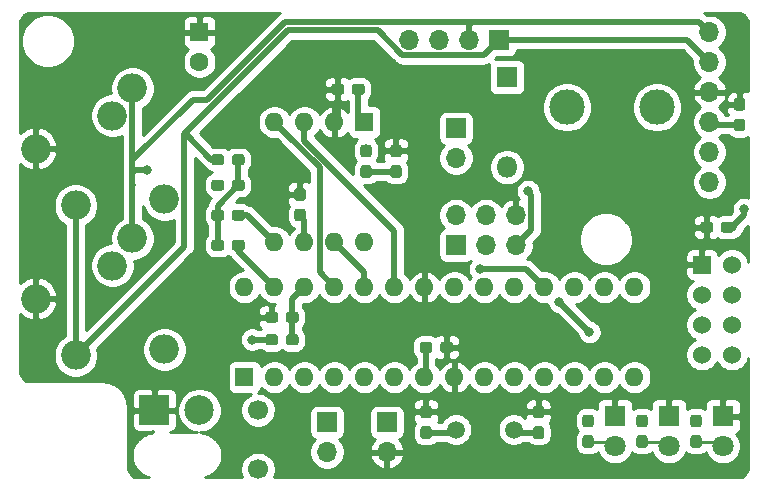
<source format=gbr>
G04 #@! TF.GenerationSoftware,KiCad,Pcbnew,5.1.5-52549c5~84~ubuntu18.04.1*
G04 #@! TF.CreationDate,2020-02-24T11:14:47+00:00*
G04 #@! TF.ProjectId,transmitter,7472616e-736d-4697-9474-65722e6b6963,rev?*
G04 #@! TF.SameCoordinates,Original*
G04 #@! TF.FileFunction,Copper,L2,Bot*
G04 #@! TF.FilePolarity,Positive*
%FSLAX46Y46*%
G04 Gerber Fmt 4.6, Leading zero omitted, Abs format (unit mm)*
G04 Created by KiCad (PCBNEW 5.1.5-52549c5~84~ubuntu18.04.1) date 2020-02-24 11:14:47*
%MOMM*%
%LPD*%
G04 APERTURE LIST*
%ADD10R,2.499360X2.499360*%
%ADD11C,2.499360*%
%ADD12R,1.600000X1.600000*%
%ADD13O,1.600000X1.600000*%
%ADD14R,1.524000X1.524000*%
%ADD15C,1.524000*%
%ADD16C,1.500000*%
%ADD17R,1.700000X1.700000*%
%ADD18O,1.700000X1.700000*%
%ADD19C,0.100000*%
%ADD20C,3.000000*%
%ADD21R,1.800000X1.800000*%
%ADD22O,1.800000X1.800000*%
%ADD23C,1.700000*%
%ADD24C,1.600000*%
%ADD25O,2.500000X2.500000*%
%ADD26C,1.800000*%
%ADD27C,0.800000*%
%ADD28C,0.500000*%
%ADD29C,0.250000*%
%ADD30C,0.254000*%
G04 APERTURE END LIST*
D10*
X90805000Y-86614000D03*
D11*
X94615000Y-86614000D03*
D12*
X98425000Y-83820000D03*
D13*
X131445000Y-76200000D03*
X100965000Y-83820000D03*
X128905000Y-76200000D03*
X103505000Y-83820000D03*
X126365000Y-76200000D03*
X106045000Y-83820000D03*
X123825000Y-76200000D03*
X108585000Y-83820000D03*
X121285000Y-76200000D03*
X111125000Y-83820000D03*
X118745000Y-76200000D03*
X113665000Y-83820000D03*
X116205000Y-76200000D03*
X116205000Y-83820000D03*
X113665000Y-76200000D03*
X118745000Y-83820000D03*
X111125000Y-76200000D03*
X121285000Y-83820000D03*
X108585000Y-76200000D03*
X123825000Y-83820000D03*
X106045000Y-76200000D03*
X126365000Y-83820000D03*
X103505000Y-76200000D03*
X128905000Y-83820000D03*
X100965000Y-76200000D03*
X131445000Y-83820000D03*
X98425000Y-76200000D03*
D14*
X137160000Y-74295000D03*
D15*
X139700000Y-74295000D03*
X137160000Y-76835000D03*
X139700000Y-76835000D03*
X137160000Y-79375000D03*
X139700000Y-79375000D03*
X137160000Y-81915000D03*
X139700000Y-81915000D03*
D12*
X108585000Y-62230000D03*
D13*
X100965000Y-72390000D03*
X106045000Y-62230000D03*
X103505000Y-72390000D03*
X103505000Y-62230000D03*
X106045000Y-72390000D03*
X100965000Y-62230000D03*
X108585000Y-72390000D03*
D16*
X121232000Y-88265000D03*
X116332000Y-88265000D03*
D17*
X120015000Y-55245000D03*
D18*
X117475000Y-55245000D03*
X114935000Y-55245000D03*
X112395000Y-55245000D03*
G04 #@! TA.AperFunction,SMDPad,CuDef*
D19*
G36*
X96463779Y-72170144D02*
G01*
X96486834Y-72173563D01*
X96509443Y-72179227D01*
X96531387Y-72187079D01*
X96552457Y-72197044D01*
X96572448Y-72209026D01*
X96591168Y-72222910D01*
X96608438Y-72238562D01*
X96624090Y-72255832D01*
X96637974Y-72274552D01*
X96649956Y-72294543D01*
X96659921Y-72315613D01*
X96667773Y-72337557D01*
X96673437Y-72360166D01*
X96676856Y-72383221D01*
X96678000Y-72406500D01*
X96678000Y-72881500D01*
X96676856Y-72904779D01*
X96673437Y-72927834D01*
X96667773Y-72950443D01*
X96659921Y-72972387D01*
X96649956Y-72993457D01*
X96637974Y-73013448D01*
X96624090Y-73032168D01*
X96608438Y-73049438D01*
X96591168Y-73065090D01*
X96572448Y-73078974D01*
X96552457Y-73090956D01*
X96531387Y-73100921D01*
X96509443Y-73108773D01*
X96486834Y-73114437D01*
X96463779Y-73117856D01*
X96440500Y-73119000D01*
X95865500Y-73119000D01*
X95842221Y-73117856D01*
X95819166Y-73114437D01*
X95796557Y-73108773D01*
X95774613Y-73100921D01*
X95753543Y-73090956D01*
X95733552Y-73078974D01*
X95714832Y-73065090D01*
X95697562Y-73049438D01*
X95681910Y-73032168D01*
X95668026Y-73013448D01*
X95656044Y-72993457D01*
X95646079Y-72972387D01*
X95638227Y-72950443D01*
X95632563Y-72927834D01*
X95629144Y-72904779D01*
X95628000Y-72881500D01*
X95628000Y-72406500D01*
X95629144Y-72383221D01*
X95632563Y-72360166D01*
X95638227Y-72337557D01*
X95646079Y-72315613D01*
X95656044Y-72294543D01*
X95668026Y-72274552D01*
X95681910Y-72255832D01*
X95697562Y-72238562D01*
X95714832Y-72222910D01*
X95733552Y-72209026D01*
X95753543Y-72197044D01*
X95774613Y-72187079D01*
X95796557Y-72179227D01*
X95819166Y-72173563D01*
X95842221Y-72170144D01*
X95865500Y-72169000D01*
X96440500Y-72169000D01*
X96463779Y-72170144D01*
G37*
G04 #@! TD.AperFunction*
G04 #@! TA.AperFunction,SMDPad,CuDef*
G36*
X98213779Y-72170144D02*
G01*
X98236834Y-72173563D01*
X98259443Y-72179227D01*
X98281387Y-72187079D01*
X98302457Y-72197044D01*
X98322448Y-72209026D01*
X98341168Y-72222910D01*
X98358438Y-72238562D01*
X98374090Y-72255832D01*
X98387974Y-72274552D01*
X98399956Y-72294543D01*
X98409921Y-72315613D01*
X98417773Y-72337557D01*
X98423437Y-72360166D01*
X98426856Y-72383221D01*
X98428000Y-72406500D01*
X98428000Y-72881500D01*
X98426856Y-72904779D01*
X98423437Y-72927834D01*
X98417773Y-72950443D01*
X98409921Y-72972387D01*
X98399956Y-72993457D01*
X98387974Y-73013448D01*
X98374090Y-73032168D01*
X98358438Y-73049438D01*
X98341168Y-73065090D01*
X98322448Y-73078974D01*
X98302457Y-73090956D01*
X98281387Y-73100921D01*
X98259443Y-73108773D01*
X98236834Y-73114437D01*
X98213779Y-73117856D01*
X98190500Y-73119000D01*
X97615500Y-73119000D01*
X97592221Y-73117856D01*
X97569166Y-73114437D01*
X97546557Y-73108773D01*
X97524613Y-73100921D01*
X97503543Y-73090956D01*
X97483552Y-73078974D01*
X97464832Y-73065090D01*
X97447562Y-73049438D01*
X97431910Y-73032168D01*
X97418026Y-73013448D01*
X97406044Y-72993457D01*
X97396079Y-72972387D01*
X97388227Y-72950443D01*
X97382563Y-72927834D01*
X97379144Y-72904779D01*
X97378000Y-72881500D01*
X97378000Y-72406500D01*
X97379144Y-72383221D01*
X97382563Y-72360166D01*
X97388227Y-72337557D01*
X97396079Y-72315613D01*
X97406044Y-72294543D01*
X97418026Y-72274552D01*
X97431910Y-72255832D01*
X97447562Y-72238562D01*
X97464832Y-72222910D01*
X97483552Y-72209026D01*
X97503543Y-72197044D01*
X97524613Y-72187079D01*
X97546557Y-72179227D01*
X97569166Y-72173563D01*
X97592221Y-72170144D01*
X97615500Y-72169000D01*
X98190500Y-72169000D01*
X98213779Y-72170144D01*
G37*
G04 #@! TD.AperFunction*
G04 #@! TA.AperFunction,SMDPad,CuDef*
G36*
X114102779Y-80806144D02*
G01*
X114125834Y-80809563D01*
X114148443Y-80815227D01*
X114170387Y-80823079D01*
X114191457Y-80833044D01*
X114211448Y-80845026D01*
X114230168Y-80858910D01*
X114247438Y-80874562D01*
X114263090Y-80891832D01*
X114276974Y-80910552D01*
X114288956Y-80930543D01*
X114298921Y-80951613D01*
X114306773Y-80973557D01*
X114312437Y-80996166D01*
X114315856Y-81019221D01*
X114317000Y-81042500D01*
X114317000Y-81517500D01*
X114315856Y-81540779D01*
X114312437Y-81563834D01*
X114306773Y-81586443D01*
X114298921Y-81608387D01*
X114288956Y-81629457D01*
X114276974Y-81649448D01*
X114263090Y-81668168D01*
X114247438Y-81685438D01*
X114230168Y-81701090D01*
X114211448Y-81714974D01*
X114191457Y-81726956D01*
X114170387Y-81736921D01*
X114148443Y-81744773D01*
X114125834Y-81750437D01*
X114102779Y-81753856D01*
X114079500Y-81755000D01*
X113504500Y-81755000D01*
X113481221Y-81753856D01*
X113458166Y-81750437D01*
X113435557Y-81744773D01*
X113413613Y-81736921D01*
X113392543Y-81726956D01*
X113372552Y-81714974D01*
X113353832Y-81701090D01*
X113336562Y-81685438D01*
X113320910Y-81668168D01*
X113307026Y-81649448D01*
X113295044Y-81629457D01*
X113285079Y-81608387D01*
X113277227Y-81586443D01*
X113271563Y-81563834D01*
X113268144Y-81540779D01*
X113267000Y-81517500D01*
X113267000Y-81042500D01*
X113268144Y-81019221D01*
X113271563Y-80996166D01*
X113277227Y-80973557D01*
X113285079Y-80951613D01*
X113295044Y-80930543D01*
X113307026Y-80910552D01*
X113320910Y-80891832D01*
X113336562Y-80874562D01*
X113353832Y-80858910D01*
X113372552Y-80845026D01*
X113392543Y-80833044D01*
X113413613Y-80823079D01*
X113435557Y-80815227D01*
X113458166Y-80809563D01*
X113481221Y-80806144D01*
X113504500Y-80805000D01*
X114079500Y-80805000D01*
X114102779Y-80806144D01*
G37*
G04 #@! TD.AperFunction*
G04 #@! TA.AperFunction,SMDPad,CuDef*
G36*
X115852779Y-80806144D02*
G01*
X115875834Y-80809563D01*
X115898443Y-80815227D01*
X115920387Y-80823079D01*
X115941457Y-80833044D01*
X115961448Y-80845026D01*
X115980168Y-80858910D01*
X115997438Y-80874562D01*
X116013090Y-80891832D01*
X116026974Y-80910552D01*
X116038956Y-80930543D01*
X116048921Y-80951613D01*
X116056773Y-80973557D01*
X116062437Y-80996166D01*
X116065856Y-81019221D01*
X116067000Y-81042500D01*
X116067000Y-81517500D01*
X116065856Y-81540779D01*
X116062437Y-81563834D01*
X116056773Y-81586443D01*
X116048921Y-81608387D01*
X116038956Y-81629457D01*
X116026974Y-81649448D01*
X116013090Y-81668168D01*
X115997438Y-81685438D01*
X115980168Y-81701090D01*
X115961448Y-81714974D01*
X115941457Y-81726956D01*
X115920387Y-81736921D01*
X115898443Y-81744773D01*
X115875834Y-81750437D01*
X115852779Y-81753856D01*
X115829500Y-81755000D01*
X115254500Y-81755000D01*
X115231221Y-81753856D01*
X115208166Y-81750437D01*
X115185557Y-81744773D01*
X115163613Y-81736921D01*
X115142543Y-81726956D01*
X115122552Y-81714974D01*
X115103832Y-81701090D01*
X115086562Y-81685438D01*
X115070910Y-81668168D01*
X115057026Y-81649448D01*
X115045044Y-81629457D01*
X115035079Y-81608387D01*
X115027227Y-81586443D01*
X115021563Y-81563834D01*
X115018144Y-81540779D01*
X115017000Y-81517500D01*
X115017000Y-81042500D01*
X115018144Y-81019221D01*
X115021563Y-80996166D01*
X115027227Y-80973557D01*
X115035079Y-80951613D01*
X115045044Y-80930543D01*
X115057026Y-80910552D01*
X115070910Y-80891832D01*
X115086562Y-80874562D01*
X115103832Y-80858910D01*
X115122552Y-80845026D01*
X115142543Y-80833044D01*
X115163613Y-80823079D01*
X115185557Y-80815227D01*
X115208166Y-80809563D01*
X115231221Y-80806144D01*
X115254500Y-80805000D01*
X115829500Y-80805000D01*
X115852779Y-80806144D01*
G37*
G04 #@! TD.AperFunction*
G04 #@! TA.AperFunction,SMDPad,CuDef*
G36*
X114052779Y-87981144D02*
G01*
X114075834Y-87984563D01*
X114098443Y-87990227D01*
X114120387Y-87998079D01*
X114141457Y-88008044D01*
X114161448Y-88020026D01*
X114180168Y-88033910D01*
X114197438Y-88049562D01*
X114213090Y-88066832D01*
X114226974Y-88085552D01*
X114238956Y-88105543D01*
X114248921Y-88126613D01*
X114256773Y-88148557D01*
X114262437Y-88171166D01*
X114265856Y-88194221D01*
X114267000Y-88217500D01*
X114267000Y-88792500D01*
X114265856Y-88815779D01*
X114262437Y-88838834D01*
X114256773Y-88861443D01*
X114248921Y-88883387D01*
X114238956Y-88904457D01*
X114226974Y-88924448D01*
X114213090Y-88943168D01*
X114197438Y-88960438D01*
X114180168Y-88976090D01*
X114161448Y-88989974D01*
X114141457Y-89001956D01*
X114120387Y-89011921D01*
X114098443Y-89019773D01*
X114075834Y-89025437D01*
X114052779Y-89028856D01*
X114029500Y-89030000D01*
X113554500Y-89030000D01*
X113531221Y-89028856D01*
X113508166Y-89025437D01*
X113485557Y-89019773D01*
X113463613Y-89011921D01*
X113442543Y-89001956D01*
X113422552Y-88989974D01*
X113403832Y-88976090D01*
X113386562Y-88960438D01*
X113370910Y-88943168D01*
X113357026Y-88924448D01*
X113345044Y-88904457D01*
X113335079Y-88883387D01*
X113327227Y-88861443D01*
X113321563Y-88838834D01*
X113318144Y-88815779D01*
X113317000Y-88792500D01*
X113317000Y-88217500D01*
X113318144Y-88194221D01*
X113321563Y-88171166D01*
X113327227Y-88148557D01*
X113335079Y-88126613D01*
X113345044Y-88105543D01*
X113357026Y-88085552D01*
X113370910Y-88066832D01*
X113386562Y-88049562D01*
X113403832Y-88033910D01*
X113422552Y-88020026D01*
X113442543Y-88008044D01*
X113463613Y-87998079D01*
X113485557Y-87990227D01*
X113508166Y-87984563D01*
X113531221Y-87981144D01*
X113554500Y-87980000D01*
X114029500Y-87980000D01*
X114052779Y-87981144D01*
G37*
G04 #@! TD.AperFunction*
G04 #@! TA.AperFunction,SMDPad,CuDef*
G36*
X114052779Y-86231144D02*
G01*
X114075834Y-86234563D01*
X114098443Y-86240227D01*
X114120387Y-86248079D01*
X114141457Y-86258044D01*
X114161448Y-86270026D01*
X114180168Y-86283910D01*
X114197438Y-86299562D01*
X114213090Y-86316832D01*
X114226974Y-86335552D01*
X114238956Y-86355543D01*
X114248921Y-86376613D01*
X114256773Y-86398557D01*
X114262437Y-86421166D01*
X114265856Y-86444221D01*
X114267000Y-86467500D01*
X114267000Y-87042500D01*
X114265856Y-87065779D01*
X114262437Y-87088834D01*
X114256773Y-87111443D01*
X114248921Y-87133387D01*
X114238956Y-87154457D01*
X114226974Y-87174448D01*
X114213090Y-87193168D01*
X114197438Y-87210438D01*
X114180168Y-87226090D01*
X114161448Y-87239974D01*
X114141457Y-87251956D01*
X114120387Y-87261921D01*
X114098443Y-87269773D01*
X114075834Y-87275437D01*
X114052779Y-87278856D01*
X114029500Y-87280000D01*
X113554500Y-87280000D01*
X113531221Y-87278856D01*
X113508166Y-87275437D01*
X113485557Y-87269773D01*
X113463613Y-87261921D01*
X113442543Y-87251956D01*
X113422552Y-87239974D01*
X113403832Y-87226090D01*
X113386562Y-87210438D01*
X113370910Y-87193168D01*
X113357026Y-87174448D01*
X113345044Y-87154457D01*
X113335079Y-87133387D01*
X113327227Y-87111443D01*
X113321563Y-87088834D01*
X113318144Y-87065779D01*
X113317000Y-87042500D01*
X113317000Y-86467500D01*
X113318144Y-86444221D01*
X113321563Y-86421166D01*
X113327227Y-86398557D01*
X113335079Y-86376613D01*
X113345044Y-86355543D01*
X113357026Y-86335552D01*
X113370910Y-86316832D01*
X113386562Y-86299562D01*
X113403832Y-86283910D01*
X113422552Y-86270026D01*
X113442543Y-86258044D01*
X113463613Y-86248079D01*
X113485557Y-86240227D01*
X113508166Y-86234563D01*
X113531221Y-86231144D01*
X113554500Y-86230000D01*
X114029500Y-86230000D01*
X114052779Y-86231144D01*
G37*
G04 #@! TD.AperFunction*
G04 #@! TA.AperFunction,SMDPad,CuDef*
G36*
X123577779Y-87981144D02*
G01*
X123600834Y-87984563D01*
X123623443Y-87990227D01*
X123645387Y-87998079D01*
X123666457Y-88008044D01*
X123686448Y-88020026D01*
X123705168Y-88033910D01*
X123722438Y-88049562D01*
X123738090Y-88066832D01*
X123751974Y-88085552D01*
X123763956Y-88105543D01*
X123773921Y-88126613D01*
X123781773Y-88148557D01*
X123787437Y-88171166D01*
X123790856Y-88194221D01*
X123792000Y-88217500D01*
X123792000Y-88792500D01*
X123790856Y-88815779D01*
X123787437Y-88838834D01*
X123781773Y-88861443D01*
X123773921Y-88883387D01*
X123763956Y-88904457D01*
X123751974Y-88924448D01*
X123738090Y-88943168D01*
X123722438Y-88960438D01*
X123705168Y-88976090D01*
X123686448Y-88989974D01*
X123666457Y-89001956D01*
X123645387Y-89011921D01*
X123623443Y-89019773D01*
X123600834Y-89025437D01*
X123577779Y-89028856D01*
X123554500Y-89030000D01*
X123079500Y-89030000D01*
X123056221Y-89028856D01*
X123033166Y-89025437D01*
X123010557Y-89019773D01*
X122988613Y-89011921D01*
X122967543Y-89001956D01*
X122947552Y-88989974D01*
X122928832Y-88976090D01*
X122911562Y-88960438D01*
X122895910Y-88943168D01*
X122882026Y-88924448D01*
X122870044Y-88904457D01*
X122860079Y-88883387D01*
X122852227Y-88861443D01*
X122846563Y-88838834D01*
X122843144Y-88815779D01*
X122842000Y-88792500D01*
X122842000Y-88217500D01*
X122843144Y-88194221D01*
X122846563Y-88171166D01*
X122852227Y-88148557D01*
X122860079Y-88126613D01*
X122870044Y-88105543D01*
X122882026Y-88085552D01*
X122895910Y-88066832D01*
X122911562Y-88049562D01*
X122928832Y-88033910D01*
X122947552Y-88020026D01*
X122967543Y-88008044D01*
X122988613Y-87998079D01*
X123010557Y-87990227D01*
X123033166Y-87984563D01*
X123056221Y-87981144D01*
X123079500Y-87980000D01*
X123554500Y-87980000D01*
X123577779Y-87981144D01*
G37*
G04 #@! TD.AperFunction*
G04 #@! TA.AperFunction,SMDPad,CuDef*
G36*
X123577779Y-86231144D02*
G01*
X123600834Y-86234563D01*
X123623443Y-86240227D01*
X123645387Y-86248079D01*
X123666457Y-86258044D01*
X123686448Y-86270026D01*
X123705168Y-86283910D01*
X123722438Y-86299562D01*
X123738090Y-86316832D01*
X123751974Y-86335552D01*
X123763956Y-86355543D01*
X123773921Y-86376613D01*
X123781773Y-86398557D01*
X123787437Y-86421166D01*
X123790856Y-86444221D01*
X123792000Y-86467500D01*
X123792000Y-87042500D01*
X123790856Y-87065779D01*
X123787437Y-87088834D01*
X123781773Y-87111443D01*
X123773921Y-87133387D01*
X123763956Y-87154457D01*
X123751974Y-87174448D01*
X123738090Y-87193168D01*
X123722438Y-87210438D01*
X123705168Y-87226090D01*
X123686448Y-87239974D01*
X123666457Y-87251956D01*
X123645387Y-87261921D01*
X123623443Y-87269773D01*
X123600834Y-87275437D01*
X123577779Y-87278856D01*
X123554500Y-87280000D01*
X123079500Y-87280000D01*
X123056221Y-87278856D01*
X123033166Y-87275437D01*
X123010557Y-87269773D01*
X122988613Y-87261921D01*
X122967543Y-87251956D01*
X122947552Y-87239974D01*
X122928832Y-87226090D01*
X122911562Y-87210438D01*
X122895910Y-87193168D01*
X122882026Y-87174448D01*
X122870044Y-87154457D01*
X122860079Y-87133387D01*
X122852227Y-87111443D01*
X122846563Y-87088834D01*
X122843144Y-87065779D01*
X122842000Y-87042500D01*
X122842000Y-86467500D01*
X122843144Y-86444221D01*
X122846563Y-86421166D01*
X122852227Y-86398557D01*
X122860079Y-86376613D01*
X122870044Y-86355543D01*
X122882026Y-86335552D01*
X122895910Y-86316832D01*
X122911562Y-86299562D01*
X122928832Y-86283910D01*
X122947552Y-86270026D01*
X122967543Y-86258044D01*
X122988613Y-86248079D01*
X123010557Y-86240227D01*
X123033166Y-86234563D01*
X123056221Y-86231144D01*
X123079500Y-86230000D01*
X123554500Y-86230000D01*
X123577779Y-86231144D01*
G37*
G04 #@! TD.AperFunction*
G04 #@! TA.AperFunction,SMDPad,CuDef*
G36*
X139615779Y-70646144D02*
G01*
X139638834Y-70649563D01*
X139661443Y-70655227D01*
X139683387Y-70663079D01*
X139704457Y-70673044D01*
X139724448Y-70685026D01*
X139743168Y-70698910D01*
X139760438Y-70714562D01*
X139776090Y-70731832D01*
X139789974Y-70750552D01*
X139801956Y-70770543D01*
X139811921Y-70791613D01*
X139819773Y-70813557D01*
X139825437Y-70836166D01*
X139828856Y-70859221D01*
X139830000Y-70882500D01*
X139830000Y-71357500D01*
X139828856Y-71380779D01*
X139825437Y-71403834D01*
X139819773Y-71426443D01*
X139811921Y-71448387D01*
X139801956Y-71469457D01*
X139789974Y-71489448D01*
X139776090Y-71508168D01*
X139760438Y-71525438D01*
X139743168Y-71541090D01*
X139724448Y-71554974D01*
X139704457Y-71566956D01*
X139683387Y-71576921D01*
X139661443Y-71584773D01*
X139638834Y-71590437D01*
X139615779Y-71593856D01*
X139592500Y-71595000D01*
X139017500Y-71595000D01*
X138994221Y-71593856D01*
X138971166Y-71590437D01*
X138948557Y-71584773D01*
X138926613Y-71576921D01*
X138905543Y-71566956D01*
X138885552Y-71554974D01*
X138866832Y-71541090D01*
X138849562Y-71525438D01*
X138833910Y-71508168D01*
X138820026Y-71489448D01*
X138808044Y-71469457D01*
X138798079Y-71448387D01*
X138790227Y-71426443D01*
X138784563Y-71403834D01*
X138781144Y-71380779D01*
X138780000Y-71357500D01*
X138780000Y-70882500D01*
X138781144Y-70859221D01*
X138784563Y-70836166D01*
X138790227Y-70813557D01*
X138798079Y-70791613D01*
X138808044Y-70770543D01*
X138820026Y-70750552D01*
X138833910Y-70731832D01*
X138849562Y-70714562D01*
X138866832Y-70698910D01*
X138885552Y-70685026D01*
X138905543Y-70673044D01*
X138926613Y-70663079D01*
X138948557Y-70655227D01*
X138971166Y-70649563D01*
X138994221Y-70646144D01*
X139017500Y-70645000D01*
X139592500Y-70645000D01*
X139615779Y-70646144D01*
G37*
G04 #@! TD.AperFunction*
G04 #@! TA.AperFunction,SMDPad,CuDef*
G36*
X137865779Y-70646144D02*
G01*
X137888834Y-70649563D01*
X137911443Y-70655227D01*
X137933387Y-70663079D01*
X137954457Y-70673044D01*
X137974448Y-70685026D01*
X137993168Y-70698910D01*
X138010438Y-70714562D01*
X138026090Y-70731832D01*
X138039974Y-70750552D01*
X138051956Y-70770543D01*
X138061921Y-70791613D01*
X138069773Y-70813557D01*
X138075437Y-70836166D01*
X138078856Y-70859221D01*
X138080000Y-70882500D01*
X138080000Y-71357500D01*
X138078856Y-71380779D01*
X138075437Y-71403834D01*
X138069773Y-71426443D01*
X138061921Y-71448387D01*
X138051956Y-71469457D01*
X138039974Y-71489448D01*
X138026090Y-71508168D01*
X138010438Y-71525438D01*
X137993168Y-71541090D01*
X137974448Y-71554974D01*
X137954457Y-71566956D01*
X137933387Y-71576921D01*
X137911443Y-71584773D01*
X137888834Y-71590437D01*
X137865779Y-71593856D01*
X137842500Y-71595000D01*
X137267500Y-71595000D01*
X137244221Y-71593856D01*
X137221166Y-71590437D01*
X137198557Y-71584773D01*
X137176613Y-71576921D01*
X137155543Y-71566956D01*
X137135552Y-71554974D01*
X137116832Y-71541090D01*
X137099562Y-71525438D01*
X137083910Y-71508168D01*
X137070026Y-71489448D01*
X137058044Y-71469457D01*
X137048079Y-71448387D01*
X137040227Y-71426443D01*
X137034563Y-71403834D01*
X137031144Y-71380779D01*
X137030000Y-71357500D01*
X137030000Y-70882500D01*
X137031144Y-70859221D01*
X137034563Y-70836166D01*
X137040227Y-70813557D01*
X137048079Y-70791613D01*
X137058044Y-70770543D01*
X137070026Y-70750552D01*
X137083910Y-70731832D01*
X137099562Y-70714562D01*
X137116832Y-70698910D01*
X137135552Y-70685026D01*
X137155543Y-70673044D01*
X137176613Y-70663079D01*
X137198557Y-70655227D01*
X137221166Y-70649563D01*
X137244221Y-70646144D01*
X137267500Y-70645000D01*
X137842500Y-70645000D01*
X137865779Y-70646144D01*
G37*
G04 #@! TD.AperFunction*
G04 #@! TA.AperFunction,SMDPad,CuDef*
G36*
X140595779Y-61946144D02*
G01*
X140618834Y-61949563D01*
X140641443Y-61955227D01*
X140663387Y-61963079D01*
X140684457Y-61973044D01*
X140704448Y-61985026D01*
X140723168Y-61998910D01*
X140740438Y-62014562D01*
X140756090Y-62031832D01*
X140769974Y-62050552D01*
X140781956Y-62070543D01*
X140791921Y-62091613D01*
X140799773Y-62113557D01*
X140805437Y-62136166D01*
X140808856Y-62159221D01*
X140810000Y-62182500D01*
X140810000Y-62757500D01*
X140808856Y-62780779D01*
X140805437Y-62803834D01*
X140799773Y-62826443D01*
X140791921Y-62848387D01*
X140781956Y-62869457D01*
X140769974Y-62889448D01*
X140756090Y-62908168D01*
X140740438Y-62925438D01*
X140723168Y-62941090D01*
X140704448Y-62954974D01*
X140684457Y-62966956D01*
X140663387Y-62976921D01*
X140641443Y-62984773D01*
X140618834Y-62990437D01*
X140595779Y-62993856D01*
X140572500Y-62995000D01*
X140097500Y-62995000D01*
X140074221Y-62993856D01*
X140051166Y-62990437D01*
X140028557Y-62984773D01*
X140006613Y-62976921D01*
X139985543Y-62966956D01*
X139965552Y-62954974D01*
X139946832Y-62941090D01*
X139929562Y-62925438D01*
X139913910Y-62908168D01*
X139900026Y-62889448D01*
X139888044Y-62869457D01*
X139878079Y-62848387D01*
X139870227Y-62826443D01*
X139864563Y-62803834D01*
X139861144Y-62780779D01*
X139860000Y-62757500D01*
X139860000Y-62182500D01*
X139861144Y-62159221D01*
X139864563Y-62136166D01*
X139870227Y-62113557D01*
X139878079Y-62091613D01*
X139888044Y-62070543D01*
X139900026Y-62050552D01*
X139913910Y-62031832D01*
X139929562Y-62014562D01*
X139946832Y-61998910D01*
X139965552Y-61985026D01*
X139985543Y-61973044D01*
X140006613Y-61963079D01*
X140028557Y-61955227D01*
X140051166Y-61949563D01*
X140074221Y-61946144D01*
X140097500Y-61945000D01*
X140572500Y-61945000D01*
X140595779Y-61946144D01*
G37*
G04 #@! TD.AperFunction*
G04 #@! TA.AperFunction,SMDPad,CuDef*
G36*
X140595779Y-60196144D02*
G01*
X140618834Y-60199563D01*
X140641443Y-60205227D01*
X140663387Y-60213079D01*
X140684457Y-60223044D01*
X140704448Y-60235026D01*
X140723168Y-60248910D01*
X140740438Y-60264562D01*
X140756090Y-60281832D01*
X140769974Y-60300552D01*
X140781956Y-60320543D01*
X140791921Y-60341613D01*
X140799773Y-60363557D01*
X140805437Y-60386166D01*
X140808856Y-60409221D01*
X140810000Y-60432500D01*
X140810000Y-61007500D01*
X140808856Y-61030779D01*
X140805437Y-61053834D01*
X140799773Y-61076443D01*
X140791921Y-61098387D01*
X140781956Y-61119457D01*
X140769974Y-61139448D01*
X140756090Y-61158168D01*
X140740438Y-61175438D01*
X140723168Y-61191090D01*
X140704448Y-61204974D01*
X140684457Y-61216956D01*
X140663387Y-61226921D01*
X140641443Y-61234773D01*
X140618834Y-61240437D01*
X140595779Y-61243856D01*
X140572500Y-61245000D01*
X140097500Y-61245000D01*
X140074221Y-61243856D01*
X140051166Y-61240437D01*
X140028557Y-61234773D01*
X140006613Y-61226921D01*
X139985543Y-61216956D01*
X139965552Y-61204974D01*
X139946832Y-61191090D01*
X139929562Y-61175438D01*
X139913910Y-61158168D01*
X139900026Y-61139448D01*
X139888044Y-61119457D01*
X139878079Y-61098387D01*
X139870227Y-61076443D01*
X139864563Y-61053834D01*
X139861144Y-61030779D01*
X139860000Y-61007500D01*
X139860000Y-60432500D01*
X139861144Y-60409221D01*
X139864563Y-60386166D01*
X139870227Y-60363557D01*
X139878079Y-60341613D01*
X139888044Y-60320543D01*
X139900026Y-60300552D01*
X139913910Y-60281832D01*
X139929562Y-60264562D01*
X139946832Y-60248910D01*
X139965552Y-60235026D01*
X139985543Y-60223044D01*
X140006613Y-60213079D01*
X140028557Y-60205227D01*
X140051166Y-60199563D01*
X140074221Y-60196144D01*
X140097500Y-60195000D01*
X140572500Y-60195000D01*
X140595779Y-60196144D01*
G37*
G04 #@! TD.AperFunction*
G04 #@! TA.AperFunction,SMDPad,CuDef*
G36*
X96463779Y-69630144D02*
G01*
X96486834Y-69633563D01*
X96509443Y-69639227D01*
X96531387Y-69647079D01*
X96552457Y-69657044D01*
X96572448Y-69669026D01*
X96591168Y-69682910D01*
X96608438Y-69698562D01*
X96624090Y-69715832D01*
X96637974Y-69734552D01*
X96649956Y-69754543D01*
X96659921Y-69775613D01*
X96667773Y-69797557D01*
X96673437Y-69820166D01*
X96676856Y-69843221D01*
X96678000Y-69866500D01*
X96678000Y-70341500D01*
X96676856Y-70364779D01*
X96673437Y-70387834D01*
X96667773Y-70410443D01*
X96659921Y-70432387D01*
X96649956Y-70453457D01*
X96637974Y-70473448D01*
X96624090Y-70492168D01*
X96608438Y-70509438D01*
X96591168Y-70525090D01*
X96572448Y-70538974D01*
X96552457Y-70550956D01*
X96531387Y-70560921D01*
X96509443Y-70568773D01*
X96486834Y-70574437D01*
X96463779Y-70577856D01*
X96440500Y-70579000D01*
X95865500Y-70579000D01*
X95842221Y-70577856D01*
X95819166Y-70574437D01*
X95796557Y-70568773D01*
X95774613Y-70560921D01*
X95753543Y-70550956D01*
X95733552Y-70538974D01*
X95714832Y-70525090D01*
X95697562Y-70509438D01*
X95681910Y-70492168D01*
X95668026Y-70473448D01*
X95656044Y-70453457D01*
X95646079Y-70432387D01*
X95638227Y-70410443D01*
X95632563Y-70387834D01*
X95629144Y-70364779D01*
X95628000Y-70341500D01*
X95628000Y-69866500D01*
X95629144Y-69843221D01*
X95632563Y-69820166D01*
X95638227Y-69797557D01*
X95646079Y-69775613D01*
X95656044Y-69754543D01*
X95668026Y-69734552D01*
X95681910Y-69715832D01*
X95697562Y-69698562D01*
X95714832Y-69682910D01*
X95733552Y-69669026D01*
X95753543Y-69657044D01*
X95774613Y-69647079D01*
X95796557Y-69639227D01*
X95819166Y-69633563D01*
X95842221Y-69630144D01*
X95865500Y-69629000D01*
X96440500Y-69629000D01*
X96463779Y-69630144D01*
G37*
G04 #@! TD.AperFunction*
G04 #@! TA.AperFunction,SMDPad,CuDef*
G36*
X98213779Y-69630144D02*
G01*
X98236834Y-69633563D01*
X98259443Y-69639227D01*
X98281387Y-69647079D01*
X98302457Y-69657044D01*
X98322448Y-69669026D01*
X98341168Y-69682910D01*
X98358438Y-69698562D01*
X98374090Y-69715832D01*
X98387974Y-69734552D01*
X98399956Y-69754543D01*
X98409921Y-69775613D01*
X98417773Y-69797557D01*
X98423437Y-69820166D01*
X98426856Y-69843221D01*
X98428000Y-69866500D01*
X98428000Y-70341500D01*
X98426856Y-70364779D01*
X98423437Y-70387834D01*
X98417773Y-70410443D01*
X98409921Y-70432387D01*
X98399956Y-70453457D01*
X98387974Y-70473448D01*
X98374090Y-70492168D01*
X98358438Y-70509438D01*
X98341168Y-70525090D01*
X98322448Y-70538974D01*
X98302457Y-70550956D01*
X98281387Y-70560921D01*
X98259443Y-70568773D01*
X98236834Y-70574437D01*
X98213779Y-70577856D01*
X98190500Y-70579000D01*
X97615500Y-70579000D01*
X97592221Y-70577856D01*
X97569166Y-70574437D01*
X97546557Y-70568773D01*
X97524613Y-70560921D01*
X97503543Y-70550956D01*
X97483552Y-70538974D01*
X97464832Y-70525090D01*
X97447562Y-70509438D01*
X97431910Y-70492168D01*
X97418026Y-70473448D01*
X97406044Y-70453457D01*
X97396079Y-70432387D01*
X97388227Y-70410443D01*
X97382563Y-70387834D01*
X97379144Y-70364779D01*
X97378000Y-70341500D01*
X97378000Y-69866500D01*
X97379144Y-69843221D01*
X97382563Y-69820166D01*
X97388227Y-69797557D01*
X97396079Y-69775613D01*
X97406044Y-69754543D01*
X97418026Y-69734552D01*
X97431910Y-69715832D01*
X97447562Y-69698562D01*
X97464832Y-69682910D01*
X97483552Y-69669026D01*
X97503543Y-69657044D01*
X97524613Y-69647079D01*
X97546557Y-69639227D01*
X97569166Y-69633563D01*
X97592221Y-69630144D01*
X97615500Y-69629000D01*
X98190500Y-69629000D01*
X98213779Y-69630144D01*
G37*
G04 #@! TD.AperFunction*
G04 #@! TA.AperFunction,SMDPad,CuDef*
G36*
X111512779Y-64133144D02*
G01*
X111535834Y-64136563D01*
X111558443Y-64142227D01*
X111580387Y-64150079D01*
X111601457Y-64160044D01*
X111621448Y-64172026D01*
X111640168Y-64185910D01*
X111657438Y-64201562D01*
X111673090Y-64218832D01*
X111686974Y-64237552D01*
X111698956Y-64257543D01*
X111708921Y-64278613D01*
X111716773Y-64300557D01*
X111722437Y-64323166D01*
X111725856Y-64346221D01*
X111727000Y-64369500D01*
X111727000Y-64944500D01*
X111725856Y-64967779D01*
X111722437Y-64990834D01*
X111716773Y-65013443D01*
X111708921Y-65035387D01*
X111698956Y-65056457D01*
X111686974Y-65076448D01*
X111673090Y-65095168D01*
X111657438Y-65112438D01*
X111640168Y-65128090D01*
X111621448Y-65141974D01*
X111601457Y-65153956D01*
X111580387Y-65163921D01*
X111558443Y-65171773D01*
X111535834Y-65177437D01*
X111512779Y-65180856D01*
X111489500Y-65182000D01*
X111014500Y-65182000D01*
X110991221Y-65180856D01*
X110968166Y-65177437D01*
X110945557Y-65171773D01*
X110923613Y-65163921D01*
X110902543Y-65153956D01*
X110882552Y-65141974D01*
X110863832Y-65128090D01*
X110846562Y-65112438D01*
X110830910Y-65095168D01*
X110817026Y-65076448D01*
X110805044Y-65056457D01*
X110795079Y-65035387D01*
X110787227Y-65013443D01*
X110781563Y-64990834D01*
X110778144Y-64967779D01*
X110777000Y-64944500D01*
X110777000Y-64369500D01*
X110778144Y-64346221D01*
X110781563Y-64323166D01*
X110787227Y-64300557D01*
X110795079Y-64278613D01*
X110805044Y-64257543D01*
X110817026Y-64237552D01*
X110830910Y-64218832D01*
X110846562Y-64201562D01*
X110863832Y-64185910D01*
X110882552Y-64172026D01*
X110902543Y-64160044D01*
X110923613Y-64150079D01*
X110945557Y-64142227D01*
X110968166Y-64136563D01*
X110991221Y-64133144D01*
X111014500Y-64132000D01*
X111489500Y-64132000D01*
X111512779Y-64133144D01*
G37*
G04 #@! TD.AperFunction*
G04 #@! TA.AperFunction,SMDPad,CuDef*
G36*
X111512779Y-65883144D02*
G01*
X111535834Y-65886563D01*
X111558443Y-65892227D01*
X111580387Y-65900079D01*
X111601457Y-65910044D01*
X111621448Y-65922026D01*
X111640168Y-65935910D01*
X111657438Y-65951562D01*
X111673090Y-65968832D01*
X111686974Y-65987552D01*
X111698956Y-66007543D01*
X111708921Y-66028613D01*
X111716773Y-66050557D01*
X111722437Y-66073166D01*
X111725856Y-66096221D01*
X111727000Y-66119500D01*
X111727000Y-66694500D01*
X111725856Y-66717779D01*
X111722437Y-66740834D01*
X111716773Y-66763443D01*
X111708921Y-66785387D01*
X111698956Y-66806457D01*
X111686974Y-66826448D01*
X111673090Y-66845168D01*
X111657438Y-66862438D01*
X111640168Y-66878090D01*
X111621448Y-66891974D01*
X111601457Y-66903956D01*
X111580387Y-66913921D01*
X111558443Y-66921773D01*
X111535834Y-66927437D01*
X111512779Y-66930856D01*
X111489500Y-66932000D01*
X111014500Y-66932000D01*
X110991221Y-66930856D01*
X110968166Y-66927437D01*
X110945557Y-66921773D01*
X110923613Y-66913921D01*
X110902543Y-66903956D01*
X110882552Y-66891974D01*
X110863832Y-66878090D01*
X110846562Y-66862438D01*
X110830910Y-66845168D01*
X110817026Y-66826448D01*
X110805044Y-66806457D01*
X110795079Y-66785387D01*
X110787227Y-66763443D01*
X110781563Y-66740834D01*
X110778144Y-66717779D01*
X110777000Y-66694500D01*
X110777000Y-66119500D01*
X110778144Y-66096221D01*
X110781563Y-66073166D01*
X110787227Y-66050557D01*
X110795079Y-66028613D01*
X110805044Y-66007543D01*
X110817026Y-65987552D01*
X110830910Y-65968832D01*
X110846562Y-65951562D01*
X110863832Y-65935910D01*
X110882552Y-65922026D01*
X110902543Y-65910044D01*
X110923613Y-65900079D01*
X110945557Y-65892227D01*
X110968166Y-65886563D01*
X110991221Y-65883144D01*
X111014500Y-65882000D01*
X111489500Y-65882000D01*
X111512779Y-65883144D01*
G37*
G04 #@! TD.AperFunction*
G04 #@! TA.AperFunction,SMDPad,CuDef*
G36*
X108373779Y-58962144D02*
G01*
X108396834Y-58965563D01*
X108419443Y-58971227D01*
X108441387Y-58979079D01*
X108462457Y-58989044D01*
X108482448Y-59001026D01*
X108501168Y-59014910D01*
X108518438Y-59030562D01*
X108534090Y-59047832D01*
X108547974Y-59066552D01*
X108559956Y-59086543D01*
X108569921Y-59107613D01*
X108577773Y-59129557D01*
X108583437Y-59152166D01*
X108586856Y-59175221D01*
X108588000Y-59198500D01*
X108588000Y-59673500D01*
X108586856Y-59696779D01*
X108583437Y-59719834D01*
X108577773Y-59742443D01*
X108569921Y-59764387D01*
X108559956Y-59785457D01*
X108547974Y-59805448D01*
X108534090Y-59824168D01*
X108518438Y-59841438D01*
X108501168Y-59857090D01*
X108482448Y-59870974D01*
X108462457Y-59882956D01*
X108441387Y-59892921D01*
X108419443Y-59900773D01*
X108396834Y-59906437D01*
X108373779Y-59909856D01*
X108350500Y-59911000D01*
X107775500Y-59911000D01*
X107752221Y-59909856D01*
X107729166Y-59906437D01*
X107706557Y-59900773D01*
X107684613Y-59892921D01*
X107663543Y-59882956D01*
X107643552Y-59870974D01*
X107624832Y-59857090D01*
X107607562Y-59841438D01*
X107591910Y-59824168D01*
X107578026Y-59805448D01*
X107566044Y-59785457D01*
X107556079Y-59764387D01*
X107548227Y-59742443D01*
X107542563Y-59719834D01*
X107539144Y-59696779D01*
X107538000Y-59673500D01*
X107538000Y-59198500D01*
X107539144Y-59175221D01*
X107542563Y-59152166D01*
X107548227Y-59129557D01*
X107556079Y-59107613D01*
X107566044Y-59086543D01*
X107578026Y-59066552D01*
X107591910Y-59047832D01*
X107607562Y-59030562D01*
X107624832Y-59014910D01*
X107643552Y-59001026D01*
X107663543Y-58989044D01*
X107684613Y-58979079D01*
X107706557Y-58971227D01*
X107729166Y-58965563D01*
X107752221Y-58962144D01*
X107775500Y-58961000D01*
X108350500Y-58961000D01*
X108373779Y-58962144D01*
G37*
G04 #@! TD.AperFunction*
G04 #@! TA.AperFunction,SMDPad,CuDef*
G36*
X106623779Y-58962144D02*
G01*
X106646834Y-58965563D01*
X106669443Y-58971227D01*
X106691387Y-58979079D01*
X106712457Y-58989044D01*
X106732448Y-59001026D01*
X106751168Y-59014910D01*
X106768438Y-59030562D01*
X106784090Y-59047832D01*
X106797974Y-59066552D01*
X106809956Y-59086543D01*
X106819921Y-59107613D01*
X106827773Y-59129557D01*
X106833437Y-59152166D01*
X106836856Y-59175221D01*
X106838000Y-59198500D01*
X106838000Y-59673500D01*
X106836856Y-59696779D01*
X106833437Y-59719834D01*
X106827773Y-59742443D01*
X106819921Y-59764387D01*
X106809956Y-59785457D01*
X106797974Y-59805448D01*
X106784090Y-59824168D01*
X106768438Y-59841438D01*
X106751168Y-59857090D01*
X106732448Y-59870974D01*
X106712457Y-59882956D01*
X106691387Y-59892921D01*
X106669443Y-59900773D01*
X106646834Y-59906437D01*
X106623779Y-59909856D01*
X106600500Y-59911000D01*
X106025500Y-59911000D01*
X106002221Y-59909856D01*
X105979166Y-59906437D01*
X105956557Y-59900773D01*
X105934613Y-59892921D01*
X105913543Y-59882956D01*
X105893552Y-59870974D01*
X105874832Y-59857090D01*
X105857562Y-59841438D01*
X105841910Y-59824168D01*
X105828026Y-59805448D01*
X105816044Y-59785457D01*
X105806079Y-59764387D01*
X105798227Y-59742443D01*
X105792563Y-59719834D01*
X105789144Y-59696779D01*
X105788000Y-59673500D01*
X105788000Y-59198500D01*
X105789144Y-59175221D01*
X105792563Y-59152166D01*
X105798227Y-59129557D01*
X105806079Y-59107613D01*
X105816044Y-59086543D01*
X105828026Y-59066552D01*
X105841910Y-59047832D01*
X105857562Y-59030562D01*
X105874832Y-59014910D01*
X105893552Y-59001026D01*
X105913543Y-58989044D01*
X105934613Y-58979079D01*
X105956557Y-58971227D01*
X105979166Y-58965563D01*
X106002221Y-58962144D01*
X106025500Y-58961000D01*
X106600500Y-58961000D01*
X106623779Y-58962144D01*
G37*
G04 #@! TD.AperFunction*
G04 #@! TA.AperFunction,SMDPad,CuDef*
G36*
X103384779Y-67816144D02*
G01*
X103407834Y-67819563D01*
X103430443Y-67825227D01*
X103452387Y-67833079D01*
X103473457Y-67843044D01*
X103493448Y-67855026D01*
X103512168Y-67868910D01*
X103529438Y-67884562D01*
X103545090Y-67901832D01*
X103558974Y-67920552D01*
X103570956Y-67940543D01*
X103580921Y-67961613D01*
X103588773Y-67983557D01*
X103594437Y-68006166D01*
X103597856Y-68029221D01*
X103599000Y-68052500D01*
X103599000Y-68627500D01*
X103597856Y-68650779D01*
X103594437Y-68673834D01*
X103588773Y-68696443D01*
X103580921Y-68718387D01*
X103570956Y-68739457D01*
X103558974Y-68759448D01*
X103545090Y-68778168D01*
X103529438Y-68795438D01*
X103512168Y-68811090D01*
X103493448Y-68824974D01*
X103473457Y-68836956D01*
X103452387Y-68846921D01*
X103430443Y-68854773D01*
X103407834Y-68860437D01*
X103384779Y-68863856D01*
X103361500Y-68865000D01*
X102886500Y-68865000D01*
X102863221Y-68863856D01*
X102840166Y-68860437D01*
X102817557Y-68854773D01*
X102795613Y-68846921D01*
X102774543Y-68836956D01*
X102754552Y-68824974D01*
X102735832Y-68811090D01*
X102718562Y-68795438D01*
X102702910Y-68778168D01*
X102689026Y-68759448D01*
X102677044Y-68739457D01*
X102667079Y-68718387D01*
X102659227Y-68696443D01*
X102653563Y-68673834D01*
X102650144Y-68650779D01*
X102649000Y-68627500D01*
X102649000Y-68052500D01*
X102650144Y-68029221D01*
X102653563Y-68006166D01*
X102659227Y-67983557D01*
X102667079Y-67961613D01*
X102677044Y-67940543D01*
X102689026Y-67920552D01*
X102702910Y-67901832D01*
X102718562Y-67884562D01*
X102735832Y-67868910D01*
X102754552Y-67855026D01*
X102774543Y-67843044D01*
X102795613Y-67833079D01*
X102817557Y-67825227D01*
X102840166Y-67819563D01*
X102863221Y-67816144D01*
X102886500Y-67815000D01*
X103361500Y-67815000D01*
X103384779Y-67816144D01*
G37*
G04 #@! TD.AperFunction*
G04 #@! TA.AperFunction,SMDPad,CuDef*
G36*
X103384779Y-69566144D02*
G01*
X103407834Y-69569563D01*
X103430443Y-69575227D01*
X103452387Y-69583079D01*
X103473457Y-69593044D01*
X103493448Y-69605026D01*
X103512168Y-69618910D01*
X103529438Y-69634562D01*
X103545090Y-69651832D01*
X103558974Y-69670552D01*
X103570956Y-69690543D01*
X103580921Y-69711613D01*
X103588773Y-69733557D01*
X103594437Y-69756166D01*
X103597856Y-69779221D01*
X103599000Y-69802500D01*
X103599000Y-70377500D01*
X103597856Y-70400779D01*
X103594437Y-70423834D01*
X103588773Y-70446443D01*
X103580921Y-70468387D01*
X103570956Y-70489457D01*
X103558974Y-70509448D01*
X103545090Y-70528168D01*
X103529438Y-70545438D01*
X103512168Y-70561090D01*
X103493448Y-70574974D01*
X103473457Y-70586956D01*
X103452387Y-70596921D01*
X103430443Y-70604773D01*
X103407834Y-70610437D01*
X103384779Y-70613856D01*
X103361500Y-70615000D01*
X102886500Y-70615000D01*
X102863221Y-70613856D01*
X102840166Y-70610437D01*
X102817557Y-70604773D01*
X102795613Y-70596921D01*
X102774543Y-70586956D01*
X102754552Y-70574974D01*
X102735832Y-70561090D01*
X102718562Y-70545438D01*
X102702910Y-70528168D01*
X102689026Y-70509448D01*
X102677044Y-70489457D01*
X102667079Y-70468387D01*
X102659227Y-70446443D01*
X102653563Y-70423834D01*
X102650144Y-70400779D01*
X102649000Y-70377500D01*
X102649000Y-69802500D01*
X102650144Y-69779221D01*
X102653563Y-69756166D01*
X102659227Y-69733557D01*
X102667079Y-69711613D01*
X102677044Y-69690543D01*
X102689026Y-69670552D01*
X102702910Y-69651832D01*
X102718562Y-69634562D01*
X102735832Y-69618910D01*
X102754552Y-69605026D01*
X102774543Y-69593044D01*
X102795613Y-69583079D01*
X102817557Y-69575227D01*
X102840166Y-69569563D01*
X102863221Y-69566144D01*
X102886500Y-69565000D01*
X103361500Y-69565000D01*
X103384779Y-69566144D01*
G37*
G04 #@! TD.AperFunction*
D20*
X125730000Y-60960000D03*
X133350000Y-60960000D03*
G04 #@! TA.AperFunction,SMDPad,CuDef*
D19*
G36*
X96463779Y-67090144D02*
G01*
X96486834Y-67093563D01*
X96509443Y-67099227D01*
X96531387Y-67107079D01*
X96552457Y-67117044D01*
X96572448Y-67129026D01*
X96591168Y-67142910D01*
X96608438Y-67158562D01*
X96624090Y-67175832D01*
X96637974Y-67194552D01*
X96649956Y-67214543D01*
X96659921Y-67235613D01*
X96667773Y-67257557D01*
X96673437Y-67280166D01*
X96676856Y-67303221D01*
X96678000Y-67326500D01*
X96678000Y-67801500D01*
X96676856Y-67824779D01*
X96673437Y-67847834D01*
X96667773Y-67870443D01*
X96659921Y-67892387D01*
X96649956Y-67913457D01*
X96637974Y-67933448D01*
X96624090Y-67952168D01*
X96608438Y-67969438D01*
X96591168Y-67985090D01*
X96572448Y-67998974D01*
X96552457Y-68010956D01*
X96531387Y-68020921D01*
X96509443Y-68028773D01*
X96486834Y-68034437D01*
X96463779Y-68037856D01*
X96440500Y-68039000D01*
X95865500Y-68039000D01*
X95842221Y-68037856D01*
X95819166Y-68034437D01*
X95796557Y-68028773D01*
X95774613Y-68020921D01*
X95753543Y-68010956D01*
X95733552Y-67998974D01*
X95714832Y-67985090D01*
X95697562Y-67969438D01*
X95681910Y-67952168D01*
X95668026Y-67933448D01*
X95656044Y-67913457D01*
X95646079Y-67892387D01*
X95638227Y-67870443D01*
X95632563Y-67847834D01*
X95629144Y-67824779D01*
X95628000Y-67801500D01*
X95628000Y-67326500D01*
X95629144Y-67303221D01*
X95632563Y-67280166D01*
X95638227Y-67257557D01*
X95646079Y-67235613D01*
X95656044Y-67214543D01*
X95668026Y-67194552D01*
X95681910Y-67175832D01*
X95697562Y-67158562D01*
X95714832Y-67142910D01*
X95733552Y-67129026D01*
X95753543Y-67117044D01*
X95774613Y-67107079D01*
X95796557Y-67099227D01*
X95819166Y-67093563D01*
X95842221Y-67090144D01*
X95865500Y-67089000D01*
X96440500Y-67089000D01*
X96463779Y-67090144D01*
G37*
G04 #@! TD.AperFunction*
G04 #@! TA.AperFunction,SMDPad,CuDef*
G36*
X98213779Y-67090144D02*
G01*
X98236834Y-67093563D01*
X98259443Y-67099227D01*
X98281387Y-67107079D01*
X98302457Y-67117044D01*
X98322448Y-67129026D01*
X98341168Y-67142910D01*
X98358438Y-67158562D01*
X98374090Y-67175832D01*
X98387974Y-67194552D01*
X98399956Y-67214543D01*
X98409921Y-67235613D01*
X98417773Y-67257557D01*
X98423437Y-67280166D01*
X98426856Y-67303221D01*
X98428000Y-67326500D01*
X98428000Y-67801500D01*
X98426856Y-67824779D01*
X98423437Y-67847834D01*
X98417773Y-67870443D01*
X98409921Y-67892387D01*
X98399956Y-67913457D01*
X98387974Y-67933448D01*
X98374090Y-67952168D01*
X98358438Y-67969438D01*
X98341168Y-67985090D01*
X98322448Y-67998974D01*
X98302457Y-68010956D01*
X98281387Y-68020921D01*
X98259443Y-68028773D01*
X98236834Y-68034437D01*
X98213779Y-68037856D01*
X98190500Y-68039000D01*
X97615500Y-68039000D01*
X97592221Y-68037856D01*
X97569166Y-68034437D01*
X97546557Y-68028773D01*
X97524613Y-68020921D01*
X97503543Y-68010956D01*
X97483552Y-67998974D01*
X97464832Y-67985090D01*
X97447562Y-67969438D01*
X97431910Y-67952168D01*
X97418026Y-67933448D01*
X97406044Y-67913457D01*
X97396079Y-67892387D01*
X97388227Y-67870443D01*
X97382563Y-67847834D01*
X97379144Y-67824779D01*
X97378000Y-67801500D01*
X97378000Y-67326500D01*
X97379144Y-67303221D01*
X97382563Y-67280166D01*
X97388227Y-67257557D01*
X97396079Y-67235613D01*
X97406044Y-67214543D01*
X97418026Y-67194552D01*
X97431910Y-67175832D01*
X97447562Y-67158562D01*
X97464832Y-67142910D01*
X97483552Y-67129026D01*
X97503543Y-67117044D01*
X97524613Y-67107079D01*
X97546557Y-67099227D01*
X97569166Y-67093563D01*
X97592221Y-67090144D01*
X97615500Y-67089000D01*
X98190500Y-67089000D01*
X98213779Y-67090144D01*
G37*
G04 #@! TD.AperFunction*
G04 #@! TA.AperFunction,SMDPad,CuDef*
G36*
X96463779Y-64931144D02*
G01*
X96486834Y-64934563D01*
X96509443Y-64940227D01*
X96531387Y-64948079D01*
X96552457Y-64958044D01*
X96572448Y-64970026D01*
X96591168Y-64983910D01*
X96608438Y-64999562D01*
X96624090Y-65016832D01*
X96637974Y-65035552D01*
X96649956Y-65055543D01*
X96659921Y-65076613D01*
X96667773Y-65098557D01*
X96673437Y-65121166D01*
X96676856Y-65144221D01*
X96678000Y-65167500D01*
X96678000Y-65642500D01*
X96676856Y-65665779D01*
X96673437Y-65688834D01*
X96667773Y-65711443D01*
X96659921Y-65733387D01*
X96649956Y-65754457D01*
X96637974Y-65774448D01*
X96624090Y-65793168D01*
X96608438Y-65810438D01*
X96591168Y-65826090D01*
X96572448Y-65839974D01*
X96552457Y-65851956D01*
X96531387Y-65861921D01*
X96509443Y-65869773D01*
X96486834Y-65875437D01*
X96463779Y-65878856D01*
X96440500Y-65880000D01*
X95865500Y-65880000D01*
X95842221Y-65878856D01*
X95819166Y-65875437D01*
X95796557Y-65869773D01*
X95774613Y-65861921D01*
X95753543Y-65851956D01*
X95733552Y-65839974D01*
X95714832Y-65826090D01*
X95697562Y-65810438D01*
X95681910Y-65793168D01*
X95668026Y-65774448D01*
X95656044Y-65754457D01*
X95646079Y-65733387D01*
X95638227Y-65711443D01*
X95632563Y-65688834D01*
X95629144Y-65665779D01*
X95628000Y-65642500D01*
X95628000Y-65167500D01*
X95629144Y-65144221D01*
X95632563Y-65121166D01*
X95638227Y-65098557D01*
X95646079Y-65076613D01*
X95656044Y-65055543D01*
X95668026Y-65035552D01*
X95681910Y-65016832D01*
X95697562Y-64999562D01*
X95714832Y-64983910D01*
X95733552Y-64970026D01*
X95753543Y-64958044D01*
X95774613Y-64948079D01*
X95796557Y-64940227D01*
X95819166Y-64934563D01*
X95842221Y-64931144D01*
X95865500Y-64930000D01*
X96440500Y-64930000D01*
X96463779Y-64931144D01*
G37*
G04 #@! TD.AperFunction*
G04 #@! TA.AperFunction,SMDPad,CuDef*
G36*
X98213779Y-64931144D02*
G01*
X98236834Y-64934563D01*
X98259443Y-64940227D01*
X98281387Y-64948079D01*
X98302457Y-64958044D01*
X98322448Y-64970026D01*
X98341168Y-64983910D01*
X98358438Y-64999562D01*
X98374090Y-65016832D01*
X98387974Y-65035552D01*
X98399956Y-65055543D01*
X98409921Y-65076613D01*
X98417773Y-65098557D01*
X98423437Y-65121166D01*
X98426856Y-65144221D01*
X98428000Y-65167500D01*
X98428000Y-65642500D01*
X98426856Y-65665779D01*
X98423437Y-65688834D01*
X98417773Y-65711443D01*
X98409921Y-65733387D01*
X98399956Y-65754457D01*
X98387974Y-65774448D01*
X98374090Y-65793168D01*
X98358438Y-65810438D01*
X98341168Y-65826090D01*
X98322448Y-65839974D01*
X98302457Y-65851956D01*
X98281387Y-65861921D01*
X98259443Y-65869773D01*
X98236834Y-65875437D01*
X98213779Y-65878856D01*
X98190500Y-65880000D01*
X97615500Y-65880000D01*
X97592221Y-65878856D01*
X97569166Y-65875437D01*
X97546557Y-65869773D01*
X97524613Y-65861921D01*
X97503543Y-65851956D01*
X97483552Y-65839974D01*
X97464832Y-65826090D01*
X97447562Y-65810438D01*
X97431910Y-65793168D01*
X97418026Y-65774448D01*
X97406044Y-65754457D01*
X97396079Y-65733387D01*
X97388227Y-65711443D01*
X97382563Y-65688834D01*
X97379144Y-65665779D01*
X97378000Y-65642500D01*
X97378000Y-65167500D01*
X97379144Y-65144221D01*
X97382563Y-65121166D01*
X97388227Y-65098557D01*
X97396079Y-65076613D01*
X97406044Y-65055543D01*
X97418026Y-65035552D01*
X97431910Y-65016832D01*
X97447562Y-64999562D01*
X97464832Y-64983910D01*
X97483552Y-64970026D01*
X97503543Y-64958044D01*
X97524613Y-64948079D01*
X97546557Y-64940227D01*
X97569166Y-64934563D01*
X97592221Y-64931144D01*
X97615500Y-64930000D01*
X98190500Y-64930000D01*
X98213779Y-64931144D01*
G37*
G04 #@! TD.AperFunction*
G04 #@! TA.AperFunction,SMDPad,CuDef*
G36*
X108972779Y-64133144D02*
G01*
X108995834Y-64136563D01*
X109018443Y-64142227D01*
X109040387Y-64150079D01*
X109061457Y-64160044D01*
X109081448Y-64172026D01*
X109100168Y-64185910D01*
X109117438Y-64201562D01*
X109133090Y-64218832D01*
X109146974Y-64237552D01*
X109158956Y-64257543D01*
X109168921Y-64278613D01*
X109176773Y-64300557D01*
X109182437Y-64323166D01*
X109185856Y-64346221D01*
X109187000Y-64369500D01*
X109187000Y-64944500D01*
X109185856Y-64967779D01*
X109182437Y-64990834D01*
X109176773Y-65013443D01*
X109168921Y-65035387D01*
X109158956Y-65056457D01*
X109146974Y-65076448D01*
X109133090Y-65095168D01*
X109117438Y-65112438D01*
X109100168Y-65128090D01*
X109081448Y-65141974D01*
X109061457Y-65153956D01*
X109040387Y-65163921D01*
X109018443Y-65171773D01*
X108995834Y-65177437D01*
X108972779Y-65180856D01*
X108949500Y-65182000D01*
X108474500Y-65182000D01*
X108451221Y-65180856D01*
X108428166Y-65177437D01*
X108405557Y-65171773D01*
X108383613Y-65163921D01*
X108362543Y-65153956D01*
X108342552Y-65141974D01*
X108323832Y-65128090D01*
X108306562Y-65112438D01*
X108290910Y-65095168D01*
X108277026Y-65076448D01*
X108265044Y-65056457D01*
X108255079Y-65035387D01*
X108247227Y-65013443D01*
X108241563Y-64990834D01*
X108238144Y-64967779D01*
X108237000Y-64944500D01*
X108237000Y-64369500D01*
X108238144Y-64346221D01*
X108241563Y-64323166D01*
X108247227Y-64300557D01*
X108255079Y-64278613D01*
X108265044Y-64257543D01*
X108277026Y-64237552D01*
X108290910Y-64218832D01*
X108306562Y-64201562D01*
X108323832Y-64185910D01*
X108342552Y-64172026D01*
X108362543Y-64160044D01*
X108383613Y-64150079D01*
X108405557Y-64142227D01*
X108428166Y-64136563D01*
X108451221Y-64133144D01*
X108474500Y-64132000D01*
X108949500Y-64132000D01*
X108972779Y-64133144D01*
G37*
G04 #@! TD.AperFunction*
G04 #@! TA.AperFunction,SMDPad,CuDef*
G36*
X108972779Y-65883144D02*
G01*
X108995834Y-65886563D01*
X109018443Y-65892227D01*
X109040387Y-65900079D01*
X109061457Y-65910044D01*
X109081448Y-65922026D01*
X109100168Y-65935910D01*
X109117438Y-65951562D01*
X109133090Y-65968832D01*
X109146974Y-65987552D01*
X109158956Y-66007543D01*
X109168921Y-66028613D01*
X109176773Y-66050557D01*
X109182437Y-66073166D01*
X109185856Y-66096221D01*
X109187000Y-66119500D01*
X109187000Y-66694500D01*
X109185856Y-66717779D01*
X109182437Y-66740834D01*
X109176773Y-66763443D01*
X109168921Y-66785387D01*
X109158956Y-66806457D01*
X109146974Y-66826448D01*
X109133090Y-66845168D01*
X109117438Y-66862438D01*
X109100168Y-66878090D01*
X109081448Y-66891974D01*
X109061457Y-66903956D01*
X109040387Y-66913921D01*
X109018443Y-66921773D01*
X108995834Y-66927437D01*
X108972779Y-66930856D01*
X108949500Y-66932000D01*
X108474500Y-66932000D01*
X108451221Y-66930856D01*
X108428166Y-66927437D01*
X108405557Y-66921773D01*
X108383613Y-66913921D01*
X108362543Y-66903956D01*
X108342552Y-66891974D01*
X108323832Y-66878090D01*
X108306562Y-66862438D01*
X108290910Y-66845168D01*
X108277026Y-66826448D01*
X108265044Y-66806457D01*
X108255079Y-66785387D01*
X108247227Y-66763443D01*
X108241563Y-66740834D01*
X108238144Y-66717779D01*
X108237000Y-66694500D01*
X108237000Y-66119500D01*
X108238144Y-66096221D01*
X108241563Y-66073166D01*
X108247227Y-66050557D01*
X108255079Y-66028613D01*
X108265044Y-66007543D01*
X108277026Y-65987552D01*
X108290910Y-65968832D01*
X108306562Y-65951562D01*
X108323832Y-65935910D01*
X108342552Y-65922026D01*
X108362543Y-65910044D01*
X108383613Y-65900079D01*
X108405557Y-65892227D01*
X108428166Y-65886563D01*
X108451221Y-65883144D01*
X108474500Y-65882000D01*
X108949500Y-65882000D01*
X108972779Y-65883144D01*
G37*
G04 #@! TD.AperFunction*
G04 #@! TA.AperFunction,SMDPad,CuDef*
G36*
X101035779Y-80171144D02*
G01*
X101058834Y-80174563D01*
X101081443Y-80180227D01*
X101103387Y-80188079D01*
X101124457Y-80198044D01*
X101144448Y-80210026D01*
X101163168Y-80223910D01*
X101180438Y-80239562D01*
X101196090Y-80256832D01*
X101209974Y-80275552D01*
X101221956Y-80295543D01*
X101231921Y-80316613D01*
X101239773Y-80338557D01*
X101245437Y-80361166D01*
X101248856Y-80384221D01*
X101250000Y-80407500D01*
X101250000Y-80882500D01*
X101248856Y-80905779D01*
X101245437Y-80928834D01*
X101239773Y-80951443D01*
X101231921Y-80973387D01*
X101221956Y-80994457D01*
X101209974Y-81014448D01*
X101196090Y-81033168D01*
X101180438Y-81050438D01*
X101163168Y-81066090D01*
X101144448Y-81079974D01*
X101124457Y-81091956D01*
X101103387Y-81101921D01*
X101081443Y-81109773D01*
X101058834Y-81115437D01*
X101035779Y-81118856D01*
X101012500Y-81120000D01*
X100437500Y-81120000D01*
X100414221Y-81118856D01*
X100391166Y-81115437D01*
X100368557Y-81109773D01*
X100346613Y-81101921D01*
X100325543Y-81091956D01*
X100305552Y-81079974D01*
X100286832Y-81066090D01*
X100269562Y-81050438D01*
X100253910Y-81033168D01*
X100240026Y-81014448D01*
X100228044Y-80994457D01*
X100218079Y-80973387D01*
X100210227Y-80951443D01*
X100204563Y-80928834D01*
X100201144Y-80905779D01*
X100200000Y-80882500D01*
X100200000Y-80407500D01*
X100201144Y-80384221D01*
X100204563Y-80361166D01*
X100210227Y-80338557D01*
X100218079Y-80316613D01*
X100228044Y-80295543D01*
X100240026Y-80275552D01*
X100253910Y-80256832D01*
X100269562Y-80239562D01*
X100286832Y-80223910D01*
X100305552Y-80210026D01*
X100325543Y-80198044D01*
X100346613Y-80188079D01*
X100368557Y-80180227D01*
X100391166Y-80174563D01*
X100414221Y-80171144D01*
X100437500Y-80170000D01*
X101012500Y-80170000D01*
X101035779Y-80171144D01*
G37*
G04 #@! TD.AperFunction*
G04 #@! TA.AperFunction,SMDPad,CuDef*
G36*
X102785779Y-80171144D02*
G01*
X102808834Y-80174563D01*
X102831443Y-80180227D01*
X102853387Y-80188079D01*
X102874457Y-80198044D01*
X102894448Y-80210026D01*
X102913168Y-80223910D01*
X102930438Y-80239562D01*
X102946090Y-80256832D01*
X102959974Y-80275552D01*
X102971956Y-80295543D01*
X102981921Y-80316613D01*
X102989773Y-80338557D01*
X102995437Y-80361166D01*
X102998856Y-80384221D01*
X103000000Y-80407500D01*
X103000000Y-80882500D01*
X102998856Y-80905779D01*
X102995437Y-80928834D01*
X102989773Y-80951443D01*
X102981921Y-80973387D01*
X102971956Y-80994457D01*
X102959974Y-81014448D01*
X102946090Y-81033168D01*
X102930438Y-81050438D01*
X102913168Y-81066090D01*
X102894448Y-81079974D01*
X102874457Y-81091956D01*
X102853387Y-81101921D01*
X102831443Y-81109773D01*
X102808834Y-81115437D01*
X102785779Y-81118856D01*
X102762500Y-81120000D01*
X102187500Y-81120000D01*
X102164221Y-81118856D01*
X102141166Y-81115437D01*
X102118557Y-81109773D01*
X102096613Y-81101921D01*
X102075543Y-81091956D01*
X102055552Y-81079974D01*
X102036832Y-81066090D01*
X102019562Y-81050438D01*
X102003910Y-81033168D01*
X101990026Y-81014448D01*
X101978044Y-80994457D01*
X101968079Y-80973387D01*
X101960227Y-80951443D01*
X101954563Y-80928834D01*
X101951144Y-80905779D01*
X101950000Y-80882500D01*
X101950000Y-80407500D01*
X101951144Y-80384221D01*
X101954563Y-80361166D01*
X101960227Y-80338557D01*
X101968079Y-80316613D01*
X101978044Y-80295543D01*
X101990026Y-80275552D01*
X102003910Y-80256832D01*
X102019562Y-80239562D01*
X102036832Y-80223910D01*
X102055552Y-80210026D01*
X102075543Y-80198044D01*
X102096613Y-80188079D01*
X102118557Y-80180227D01*
X102141166Y-80174563D01*
X102164221Y-80171144D01*
X102187500Y-80170000D01*
X102762500Y-80170000D01*
X102785779Y-80171144D01*
G37*
G04 #@! TD.AperFunction*
G04 #@! TA.AperFunction,SMDPad,CuDef*
G36*
X101035779Y-78266144D02*
G01*
X101058834Y-78269563D01*
X101081443Y-78275227D01*
X101103387Y-78283079D01*
X101124457Y-78293044D01*
X101144448Y-78305026D01*
X101163168Y-78318910D01*
X101180438Y-78334562D01*
X101196090Y-78351832D01*
X101209974Y-78370552D01*
X101221956Y-78390543D01*
X101231921Y-78411613D01*
X101239773Y-78433557D01*
X101245437Y-78456166D01*
X101248856Y-78479221D01*
X101250000Y-78502500D01*
X101250000Y-78977500D01*
X101248856Y-79000779D01*
X101245437Y-79023834D01*
X101239773Y-79046443D01*
X101231921Y-79068387D01*
X101221956Y-79089457D01*
X101209974Y-79109448D01*
X101196090Y-79128168D01*
X101180438Y-79145438D01*
X101163168Y-79161090D01*
X101144448Y-79174974D01*
X101124457Y-79186956D01*
X101103387Y-79196921D01*
X101081443Y-79204773D01*
X101058834Y-79210437D01*
X101035779Y-79213856D01*
X101012500Y-79215000D01*
X100437500Y-79215000D01*
X100414221Y-79213856D01*
X100391166Y-79210437D01*
X100368557Y-79204773D01*
X100346613Y-79196921D01*
X100325543Y-79186956D01*
X100305552Y-79174974D01*
X100286832Y-79161090D01*
X100269562Y-79145438D01*
X100253910Y-79128168D01*
X100240026Y-79109448D01*
X100228044Y-79089457D01*
X100218079Y-79068387D01*
X100210227Y-79046443D01*
X100204563Y-79023834D01*
X100201144Y-79000779D01*
X100200000Y-78977500D01*
X100200000Y-78502500D01*
X100201144Y-78479221D01*
X100204563Y-78456166D01*
X100210227Y-78433557D01*
X100218079Y-78411613D01*
X100228044Y-78390543D01*
X100240026Y-78370552D01*
X100253910Y-78351832D01*
X100269562Y-78334562D01*
X100286832Y-78318910D01*
X100305552Y-78305026D01*
X100325543Y-78293044D01*
X100346613Y-78283079D01*
X100368557Y-78275227D01*
X100391166Y-78269563D01*
X100414221Y-78266144D01*
X100437500Y-78265000D01*
X101012500Y-78265000D01*
X101035779Y-78266144D01*
G37*
G04 #@! TD.AperFunction*
G04 #@! TA.AperFunction,SMDPad,CuDef*
G36*
X102785779Y-78266144D02*
G01*
X102808834Y-78269563D01*
X102831443Y-78275227D01*
X102853387Y-78283079D01*
X102874457Y-78293044D01*
X102894448Y-78305026D01*
X102913168Y-78318910D01*
X102930438Y-78334562D01*
X102946090Y-78351832D01*
X102959974Y-78370552D01*
X102971956Y-78390543D01*
X102981921Y-78411613D01*
X102989773Y-78433557D01*
X102995437Y-78456166D01*
X102998856Y-78479221D01*
X103000000Y-78502500D01*
X103000000Y-78977500D01*
X102998856Y-79000779D01*
X102995437Y-79023834D01*
X102989773Y-79046443D01*
X102981921Y-79068387D01*
X102971956Y-79089457D01*
X102959974Y-79109448D01*
X102946090Y-79128168D01*
X102930438Y-79145438D01*
X102913168Y-79161090D01*
X102894448Y-79174974D01*
X102874457Y-79186956D01*
X102853387Y-79196921D01*
X102831443Y-79204773D01*
X102808834Y-79210437D01*
X102785779Y-79213856D01*
X102762500Y-79215000D01*
X102187500Y-79215000D01*
X102164221Y-79213856D01*
X102141166Y-79210437D01*
X102118557Y-79204773D01*
X102096613Y-79196921D01*
X102075543Y-79186956D01*
X102055552Y-79174974D01*
X102036832Y-79161090D01*
X102019562Y-79145438D01*
X102003910Y-79128168D01*
X101990026Y-79109448D01*
X101978044Y-79089457D01*
X101968079Y-79068387D01*
X101960227Y-79046443D01*
X101954563Y-79023834D01*
X101951144Y-79000779D01*
X101950000Y-78977500D01*
X101950000Y-78502500D01*
X101951144Y-78479221D01*
X101954563Y-78456166D01*
X101960227Y-78433557D01*
X101968079Y-78411613D01*
X101978044Y-78390543D01*
X101990026Y-78370552D01*
X102003910Y-78351832D01*
X102019562Y-78334562D01*
X102036832Y-78318910D01*
X102055552Y-78305026D01*
X102075543Y-78293044D01*
X102096613Y-78283079D01*
X102118557Y-78275227D01*
X102141166Y-78269563D01*
X102164221Y-78266144D01*
X102187500Y-78265000D01*
X102762500Y-78265000D01*
X102785779Y-78266144D01*
G37*
G04 #@! TD.AperFunction*
D21*
X120650000Y-58420000D03*
D22*
X120650000Y-66040000D03*
D23*
X99568000Y-86614000D03*
X99568000Y-91614000D03*
D12*
X94615000Y-54610000D03*
D24*
X94615000Y-57110000D03*
D18*
X137795000Y-59690000D03*
X137795000Y-62230000D03*
X137795000Y-64770000D03*
X137795000Y-67310000D03*
X137795000Y-54610000D03*
X137795000Y-57150000D03*
D17*
X116332000Y-72644000D03*
D18*
X116332000Y-70104000D03*
X118872000Y-72644000D03*
X118872000Y-70104000D03*
X121412000Y-72644000D03*
X121412000Y-70104000D03*
D25*
X80740000Y-64474000D03*
X84140000Y-69274000D03*
X87240000Y-61674000D03*
X88940000Y-59374000D03*
X91640000Y-68774000D03*
X91640000Y-81474000D03*
X88940000Y-72074000D03*
X87240000Y-74374000D03*
X84140000Y-81974000D03*
X80740000Y-77174000D03*
D21*
X129794000Y-87122000D03*
D26*
X129794000Y-89662000D03*
X134366000Y-89662000D03*
D21*
X134366000Y-87122000D03*
X138938000Y-87122000D03*
D26*
X138938000Y-89662000D03*
G04 #@! TA.AperFunction,SMDPad,CuDef*
D19*
G36*
X127768779Y-86993144D02*
G01*
X127791834Y-86996563D01*
X127814443Y-87002227D01*
X127836387Y-87010079D01*
X127857457Y-87020044D01*
X127877448Y-87032026D01*
X127896168Y-87045910D01*
X127913438Y-87061562D01*
X127929090Y-87078832D01*
X127942974Y-87097552D01*
X127954956Y-87117543D01*
X127964921Y-87138613D01*
X127972773Y-87160557D01*
X127978437Y-87183166D01*
X127981856Y-87206221D01*
X127983000Y-87229500D01*
X127983000Y-87804500D01*
X127981856Y-87827779D01*
X127978437Y-87850834D01*
X127972773Y-87873443D01*
X127964921Y-87895387D01*
X127954956Y-87916457D01*
X127942974Y-87936448D01*
X127929090Y-87955168D01*
X127913438Y-87972438D01*
X127896168Y-87988090D01*
X127877448Y-88001974D01*
X127857457Y-88013956D01*
X127836387Y-88023921D01*
X127814443Y-88031773D01*
X127791834Y-88037437D01*
X127768779Y-88040856D01*
X127745500Y-88042000D01*
X127270500Y-88042000D01*
X127247221Y-88040856D01*
X127224166Y-88037437D01*
X127201557Y-88031773D01*
X127179613Y-88023921D01*
X127158543Y-88013956D01*
X127138552Y-88001974D01*
X127119832Y-87988090D01*
X127102562Y-87972438D01*
X127086910Y-87955168D01*
X127073026Y-87936448D01*
X127061044Y-87916457D01*
X127051079Y-87895387D01*
X127043227Y-87873443D01*
X127037563Y-87850834D01*
X127034144Y-87827779D01*
X127033000Y-87804500D01*
X127033000Y-87229500D01*
X127034144Y-87206221D01*
X127037563Y-87183166D01*
X127043227Y-87160557D01*
X127051079Y-87138613D01*
X127061044Y-87117543D01*
X127073026Y-87097552D01*
X127086910Y-87078832D01*
X127102562Y-87061562D01*
X127119832Y-87045910D01*
X127138552Y-87032026D01*
X127158543Y-87020044D01*
X127179613Y-87010079D01*
X127201557Y-87002227D01*
X127224166Y-86996563D01*
X127247221Y-86993144D01*
X127270500Y-86992000D01*
X127745500Y-86992000D01*
X127768779Y-86993144D01*
G37*
G04 #@! TD.AperFunction*
G04 #@! TA.AperFunction,SMDPad,CuDef*
G36*
X127768779Y-88743144D02*
G01*
X127791834Y-88746563D01*
X127814443Y-88752227D01*
X127836387Y-88760079D01*
X127857457Y-88770044D01*
X127877448Y-88782026D01*
X127896168Y-88795910D01*
X127913438Y-88811562D01*
X127929090Y-88828832D01*
X127942974Y-88847552D01*
X127954956Y-88867543D01*
X127964921Y-88888613D01*
X127972773Y-88910557D01*
X127978437Y-88933166D01*
X127981856Y-88956221D01*
X127983000Y-88979500D01*
X127983000Y-89554500D01*
X127981856Y-89577779D01*
X127978437Y-89600834D01*
X127972773Y-89623443D01*
X127964921Y-89645387D01*
X127954956Y-89666457D01*
X127942974Y-89686448D01*
X127929090Y-89705168D01*
X127913438Y-89722438D01*
X127896168Y-89738090D01*
X127877448Y-89751974D01*
X127857457Y-89763956D01*
X127836387Y-89773921D01*
X127814443Y-89781773D01*
X127791834Y-89787437D01*
X127768779Y-89790856D01*
X127745500Y-89792000D01*
X127270500Y-89792000D01*
X127247221Y-89790856D01*
X127224166Y-89787437D01*
X127201557Y-89781773D01*
X127179613Y-89773921D01*
X127158543Y-89763956D01*
X127138552Y-89751974D01*
X127119832Y-89738090D01*
X127102562Y-89722438D01*
X127086910Y-89705168D01*
X127073026Y-89686448D01*
X127061044Y-89666457D01*
X127051079Y-89645387D01*
X127043227Y-89623443D01*
X127037563Y-89600834D01*
X127034144Y-89577779D01*
X127033000Y-89554500D01*
X127033000Y-88979500D01*
X127034144Y-88956221D01*
X127037563Y-88933166D01*
X127043227Y-88910557D01*
X127051079Y-88888613D01*
X127061044Y-88867543D01*
X127073026Y-88847552D01*
X127086910Y-88828832D01*
X127102562Y-88811562D01*
X127119832Y-88795910D01*
X127138552Y-88782026D01*
X127158543Y-88770044D01*
X127179613Y-88760079D01*
X127201557Y-88752227D01*
X127224166Y-88746563D01*
X127247221Y-88743144D01*
X127270500Y-88742000D01*
X127745500Y-88742000D01*
X127768779Y-88743144D01*
G37*
G04 #@! TD.AperFunction*
G04 #@! TA.AperFunction,SMDPad,CuDef*
G36*
X132340779Y-88743144D02*
G01*
X132363834Y-88746563D01*
X132386443Y-88752227D01*
X132408387Y-88760079D01*
X132429457Y-88770044D01*
X132449448Y-88782026D01*
X132468168Y-88795910D01*
X132485438Y-88811562D01*
X132501090Y-88828832D01*
X132514974Y-88847552D01*
X132526956Y-88867543D01*
X132536921Y-88888613D01*
X132544773Y-88910557D01*
X132550437Y-88933166D01*
X132553856Y-88956221D01*
X132555000Y-88979500D01*
X132555000Y-89554500D01*
X132553856Y-89577779D01*
X132550437Y-89600834D01*
X132544773Y-89623443D01*
X132536921Y-89645387D01*
X132526956Y-89666457D01*
X132514974Y-89686448D01*
X132501090Y-89705168D01*
X132485438Y-89722438D01*
X132468168Y-89738090D01*
X132449448Y-89751974D01*
X132429457Y-89763956D01*
X132408387Y-89773921D01*
X132386443Y-89781773D01*
X132363834Y-89787437D01*
X132340779Y-89790856D01*
X132317500Y-89792000D01*
X131842500Y-89792000D01*
X131819221Y-89790856D01*
X131796166Y-89787437D01*
X131773557Y-89781773D01*
X131751613Y-89773921D01*
X131730543Y-89763956D01*
X131710552Y-89751974D01*
X131691832Y-89738090D01*
X131674562Y-89722438D01*
X131658910Y-89705168D01*
X131645026Y-89686448D01*
X131633044Y-89666457D01*
X131623079Y-89645387D01*
X131615227Y-89623443D01*
X131609563Y-89600834D01*
X131606144Y-89577779D01*
X131605000Y-89554500D01*
X131605000Y-88979500D01*
X131606144Y-88956221D01*
X131609563Y-88933166D01*
X131615227Y-88910557D01*
X131623079Y-88888613D01*
X131633044Y-88867543D01*
X131645026Y-88847552D01*
X131658910Y-88828832D01*
X131674562Y-88811562D01*
X131691832Y-88795910D01*
X131710552Y-88782026D01*
X131730543Y-88770044D01*
X131751613Y-88760079D01*
X131773557Y-88752227D01*
X131796166Y-88746563D01*
X131819221Y-88743144D01*
X131842500Y-88742000D01*
X132317500Y-88742000D01*
X132340779Y-88743144D01*
G37*
G04 #@! TD.AperFunction*
G04 #@! TA.AperFunction,SMDPad,CuDef*
G36*
X132340779Y-86993144D02*
G01*
X132363834Y-86996563D01*
X132386443Y-87002227D01*
X132408387Y-87010079D01*
X132429457Y-87020044D01*
X132449448Y-87032026D01*
X132468168Y-87045910D01*
X132485438Y-87061562D01*
X132501090Y-87078832D01*
X132514974Y-87097552D01*
X132526956Y-87117543D01*
X132536921Y-87138613D01*
X132544773Y-87160557D01*
X132550437Y-87183166D01*
X132553856Y-87206221D01*
X132555000Y-87229500D01*
X132555000Y-87804500D01*
X132553856Y-87827779D01*
X132550437Y-87850834D01*
X132544773Y-87873443D01*
X132536921Y-87895387D01*
X132526956Y-87916457D01*
X132514974Y-87936448D01*
X132501090Y-87955168D01*
X132485438Y-87972438D01*
X132468168Y-87988090D01*
X132449448Y-88001974D01*
X132429457Y-88013956D01*
X132408387Y-88023921D01*
X132386443Y-88031773D01*
X132363834Y-88037437D01*
X132340779Y-88040856D01*
X132317500Y-88042000D01*
X131842500Y-88042000D01*
X131819221Y-88040856D01*
X131796166Y-88037437D01*
X131773557Y-88031773D01*
X131751613Y-88023921D01*
X131730543Y-88013956D01*
X131710552Y-88001974D01*
X131691832Y-87988090D01*
X131674562Y-87972438D01*
X131658910Y-87955168D01*
X131645026Y-87936448D01*
X131633044Y-87916457D01*
X131623079Y-87895387D01*
X131615227Y-87873443D01*
X131609563Y-87850834D01*
X131606144Y-87827779D01*
X131605000Y-87804500D01*
X131605000Y-87229500D01*
X131606144Y-87206221D01*
X131609563Y-87183166D01*
X131615227Y-87160557D01*
X131623079Y-87138613D01*
X131633044Y-87117543D01*
X131645026Y-87097552D01*
X131658910Y-87078832D01*
X131674562Y-87061562D01*
X131691832Y-87045910D01*
X131710552Y-87032026D01*
X131730543Y-87020044D01*
X131751613Y-87010079D01*
X131773557Y-87002227D01*
X131796166Y-86996563D01*
X131819221Y-86993144D01*
X131842500Y-86992000D01*
X132317500Y-86992000D01*
X132340779Y-86993144D01*
G37*
G04 #@! TD.AperFunction*
G04 #@! TA.AperFunction,SMDPad,CuDef*
G36*
X136912779Y-86993144D02*
G01*
X136935834Y-86996563D01*
X136958443Y-87002227D01*
X136980387Y-87010079D01*
X137001457Y-87020044D01*
X137021448Y-87032026D01*
X137040168Y-87045910D01*
X137057438Y-87061562D01*
X137073090Y-87078832D01*
X137086974Y-87097552D01*
X137098956Y-87117543D01*
X137108921Y-87138613D01*
X137116773Y-87160557D01*
X137122437Y-87183166D01*
X137125856Y-87206221D01*
X137127000Y-87229500D01*
X137127000Y-87804500D01*
X137125856Y-87827779D01*
X137122437Y-87850834D01*
X137116773Y-87873443D01*
X137108921Y-87895387D01*
X137098956Y-87916457D01*
X137086974Y-87936448D01*
X137073090Y-87955168D01*
X137057438Y-87972438D01*
X137040168Y-87988090D01*
X137021448Y-88001974D01*
X137001457Y-88013956D01*
X136980387Y-88023921D01*
X136958443Y-88031773D01*
X136935834Y-88037437D01*
X136912779Y-88040856D01*
X136889500Y-88042000D01*
X136414500Y-88042000D01*
X136391221Y-88040856D01*
X136368166Y-88037437D01*
X136345557Y-88031773D01*
X136323613Y-88023921D01*
X136302543Y-88013956D01*
X136282552Y-88001974D01*
X136263832Y-87988090D01*
X136246562Y-87972438D01*
X136230910Y-87955168D01*
X136217026Y-87936448D01*
X136205044Y-87916457D01*
X136195079Y-87895387D01*
X136187227Y-87873443D01*
X136181563Y-87850834D01*
X136178144Y-87827779D01*
X136177000Y-87804500D01*
X136177000Y-87229500D01*
X136178144Y-87206221D01*
X136181563Y-87183166D01*
X136187227Y-87160557D01*
X136195079Y-87138613D01*
X136205044Y-87117543D01*
X136217026Y-87097552D01*
X136230910Y-87078832D01*
X136246562Y-87061562D01*
X136263832Y-87045910D01*
X136282552Y-87032026D01*
X136302543Y-87020044D01*
X136323613Y-87010079D01*
X136345557Y-87002227D01*
X136368166Y-86996563D01*
X136391221Y-86993144D01*
X136414500Y-86992000D01*
X136889500Y-86992000D01*
X136912779Y-86993144D01*
G37*
G04 #@! TD.AperFunction*
G04 #@! TA.AperFunction,SMDPad,CuDef*
G36*
X136912779Y-88743144D02*
G01*
X136935834Y-88746563D01*
X136958443Y-88752227D01*
X136980387Y-88760079D01*
X137001457Y-88770044D01*
X137021448Y-88782026D01*
X137040168Y-88795910D01*
X137057438Y-88811562D01*
X137073090Y-88828832D01*
X137086974Y-88847552D01*
X137098956Y-88867543D01*
X137108921Y-88888613D01*
X137116773Y-88910557D01*
X137122437Y-88933166D01*
X137125856Y-88956221D01*
X137127000Y-88979500D01*
X137127000Y-89554500D01*
X137125856Y-89577779D01*
X137122437Y-89600834D01*
X137116773Y-89623443D01*
X137108921Y-89645387D01*
X137098956Y-89666457D01*
X137086974Y-89686448D01*
X137073090Y-89705168D01*
X137057438Y-89722438D01*
X137040168Y-89738090D01*
X137021448Y-89751974D01*
X137001457Y-89763956D01*
X136980387Y-89773921D01*
X136958443Y-89781773D01*
X136935834Y-89787437D01*
X136912779Y-89790856D01*
X136889500Y-89792000D01*
X136414500Y-89792000D01*
X136391221Y-89790856D01*
X136368166Y-89787437D01*
X136345557Y-89781773D01*
X136323613Y-89773921D01*
X136302543Y-89763956D01*
X136282552Y-89751974D01*
X136263832Y-89738090D01*
X136246562Y-89722438D01*
X136230910Y-89705168D01*
X136217026Y-89686448D01*
X136205044Y-89666457D01*
X136195079Y-89645387D01*
X136187227Y-89623443D01*
X136181563Y-89600834D01*
X136178144Y-89577779D01*
X136177000Y-89554500D01*
X136177000Y-88979500D01*
X136178144Y-88956221D01*
X136181563Y-88933166D01*
X136187227Y-88910557D01*
X136195079Y-88888613D01*
X136205044Y-88867543D01*
X136217026Y-88847552D01*
X136230910Y-88828832D01*
X136246562Y-88811562D01*
X136263832Y-88795910D01*
X136282552Y-88782026D01*
X136302543Y-88770044D01*
X136323613Y-88760079D01*
X136345557Y-88752227D01*
X136368166Y-88746563D01*
X136391221Y-88743144D01*
X136414500Y-88742000D01*
X136889500Y-88742000D01*
X136912779Y-88743144D01*
G37*
G04 #@! TD.AperFunction*
D17*
X110490000Y-87630000D03*
D18*
X110490000Y-90170000D03*
D17*
X105410000Y-87630000D03*
D18*
X105410000Y-90170000D03*
D17*
X116332000Y-62738000D03*
D18*
X116332000Y-65278000D03*
D27*
X114935000Y-57785000D03*
X99060000Y-80645000D03*
X108712000Y-64516000D03*
X139700000Y-71120000D03*
X140716000Y-69596000D03*
X108712000Y-66407000D03*
X96012000Y-67564000D03*
X90170000Y-66294000D03*
X125095000Y-77470000D03*
X127635000Y-80010000D03*
X118364000Y-74676000D03*
X122437276Y-68054679D03*
X127508000Y-87517000D03*
X132080000Y-87517000D03*
X136652000Y-87517000D03*
D28*
X106313000Y-61962000D02*
X106045000Y-62230000D01*
X106313000Y-59436000D02*
X106313000Y-61962000D01*
X100725000Y-80645000D02*
X99060000Y-80645000D01*
X108063000Y-61708000D02*
X108585000Y-62230000D01*
X108063000Y-59436000D02*
X108063000Y-61708000D01*
X108712000Y-64657000D02*
X108712000Y-64516000D01*
X113792000Y-83693000D02*
X113665000Y-83820000D01*
X113792000Y-81280000D02*
X113792000Y-83693000D01*
X139305000Y-71120000D02*
X139700000Y-71120000D01*
X139700000Y-71120000D02*
X140716000Y-70104000D01*
X140716000Y-70104000D02*
X140716000Y-69596000D01*
X116092000Y-88505000D02*
X116332000Y-88265000D01*
X113792000Y-88505000D02*
X116092000Y-88505000D01*
X121472000Y-88505000D02*
X121232000Y-88265000D01*
X123317000Y-88505000D02*
X121472000Y-88505000D01*
X138035000Y-62470000D02*
X137795000Y-62230000D01*
X140335000Y-62470000D02*
X138035000Y-62470000D01*
X96153000Y-72644000D02*
X96153000Y-70104000D01*
X96153000Y-69314000D02*
X97903000Y-67564000D01*
X96153000Y-70104000D02*
X96153000Y-69314000D01*
X97903000Y-65405000D02*
X97903000Y-67564000D01*
X108712000Y-66407000D02*
X108712000Y-66548000D01*
X111252000Y-66407000D02*
X108712000Y-66407000D01*
X103505000Y-70471000D02*
X103124000Y-70090000D01*
X103505000Y-72390000D02*
X103505000Y-70471000D01*
X95250000Y-60325000D02*
X101814999Y-53760001D01*
X136945001Y-53760001D02*
X137795000Y-54610000D01*
X117689999Y-53760001D02*
X117475000Y-53975000D01*
X117689999Y-53760001D02*
X136945001Y-53760001D01*
X117475000Y-53975000D02*
X117475000Y-55245000D01*
X94058998Y-60325000D02*
X88940000Y-65443998D01*
X95250000Y-60325000D02*
X94058998Y-60325000D01*
X96153000Y-67564000D02*
X96012000Y-67564000D01*
X88991766Y-67564000D02*
X88940000Y-67512234D01*
X101814999Y-53760001D02*
X117689999Y-53760001D01*
X89154000Y-66294000D02*
X90170000Y-66294000D01*
X88940000Y-66508000D02*
X89154000Y-66294000D01*
X88940000Y-66508000D02*
X88940000Y-72074000D01*
X88940000Y-59374000D02*
X88940000Y-66508000D01*
X102475000Y-78740000D02*
X102475000Y-80645000D01*
X102475000Y-77230000D02*
X103505000Y-76200000D01*
X102475000Y-78740000D02*
X102475000Y-77230000D01*
X103505000Y-63361370D02*
X103505000Y-62230000D01*
X103505000Y-63780038D02*
X103505000Y-63361370D01*
X111125000Y-71400038D02*
X103505000Y-63780038D01*
X111125000Y-76200000D02*
X111125000Y-71400038D01*
X108585000Y-74930000D02*
X106045000Y-72390000D01*
X108585000Y-76200000D02*
X108585000Y-74930000D01*
X101764999Y-63029999D02*
X100965000Y-62230000D01*
X104794999Y-66059999D02*
X101764999Y-63029999D01*
X104794999Y-74949999D02*
X104794999Y-66059999D01*
X106045000Y-76200000D02*
X104794999Y-74949999D01*
X120015000Y-55245000D02*
X121365000Y-55245000D01*
X135890000Y-55245000D02*
X137795000Y-57150000D01*
X120015000Y-55245000D02*
X135890000Y-55245000D01*
X120015000Y-55245000D02*
X118714999Y-56545001D01*
X111790001Y-56545001D02*
X109705011Y-54460011D01*
X118714999Y-56545001D02*
X111790001Y-56545001D01*
X102104951Y-54460011D02*
X93345000Y-63219962D01*
X93442962Y-63219962D02*
X93345000Y-63219962D01*
X96153000Y-65405000D02*
X95628000Y-65405000D01*
X109705011Y-54460011D02*
X102104951Y-54460011D01*
X84140000Y-69274000D02*
X84140000Y-81974000D01*
X93340001Y-63377999D02*
X93472000Y-63246000D01*
X93340001Y-72773999D02*
X93340001Y-63377999D01*
X84140000Y-81974000D02*
X93340001Y-72773999D01*
X95628000Y-65405000D02*
X93472000Y-63246000D01*
X93472000Y-63246000D02*
X93442962Y-63219962D01*
X98679000Y-70104000D02*
X100965000Y-72390000D01*
X97903000Y-70104000D02*
X98679000Y-70104000D01*
X97903000Y-73138000D02*
X100965000Y-76200000D01*
X97903000Y-72644000D02*
X97903000Y-73138000D01*
X125095000Y-77470000D02*
X127635000Y-80010000D01*
X122301000Y-74676000D02*
X123825000Y-76200000D01*
X118364000Y-74676000D02*
X122301000Y-74676000D01*
X121412000Y-72644000D02*
X122712001Y-71343999D01*
X122712001Y-71343999D02*
X122712001Y-68356001D01*
X122712001Y-68356001D02*
X122437276Y-68081276D01*
X122437276Y-68081276D02*
X122437276Y-68054679D01*
D29*
X129399000Y-89267000D02*
X129794000Y-89662000D01*
X127508000Y-89267000D02*
X129399000Y-89267000D01*
X133971000Y-89267000D02*
X134366000Y-89662000D01*
X132080000Y-89267000D02*
X133971000Y-89267000D01*
X138543000Y-89267000D02*
X138938000Y-89662000D01*
X136652000Y-89267000D02*
X138543000Y-89267000D01*
D30*
G36*
X101320940Y-53020590D02*
G01*
X101219952Y-53103469D01*
X101219950Y-53103471D01*
X101186182Y-53131184D01*
X101158469Y-53164952D01*
X94883422Y-59440000D01*
X94102463Y-59440000D01*
X94058997Y-59435719D01*
X94015531Y-59440000D01*
X94015521Y-59440000D01*
X93885508Y-59452805D01*
X93718685Y-59503411D01*
X93564939Y-59585589D01*
X93564937Y-59585590D01*
X93564938Y-59585590D01*
X93463951Y-59668468D01*
X93463949Y-59668470D01*
X93430181Y-59696183D01*
X93402468Y-59729951D01*
X89825000Y-63307420D01*
X89825000Y-61047731D01*
X89832882Y-61044466D01*
X90141618Y-60838175D01*
X90404175Y-60575618D01*
X90610466Y-60266882D01*
X90752561Y-59923834D01*
X90825000Y-59559656D01*
X90825000Y-59188344D01*
X90752561Y-58824166D01*
X90610466Y-58481118D01*
X90404175Y-58172382D01*
X90141618Y-57909825D01*
X89832882Y-57703534D01*
X89489834Y-57561439D01*
X89125656Y-57489000D01*
X88754344Y-57489000D01*
X88390166Y-57561439D01*
X88047118Y-57703534D01*
X87738382Y-57909825D01*
X87475825Y-58172382D01*
X87269534Y-58481118D01*
X87127439Y-58824166D01*
X87055000Y-59188344D01*
X87055000Y-59559656D01*
X87100619Y-59789000D01*
X87054344Y-59789000D01*
X86690166Y-59861439D01*
X86347118Y-60003534D01*
X86038382Y-60209825D01*
X85775825Y-60472382D01*
X85569534Y-60781118D01*
X85427439Y-61124166D01*
X85355000Y-61488344D01*
X85355000Y-61859656D01*
X85427439Y-62223834D01*
X85569534Y-62566882D01*
X85775825Y-62875618D01*
X86038382Y-63138175D01*
X86347118Y-63344466D01*
X86690166Y-63486561D01*
X87054344Y-63559000D01*
X87425656Y-63559000D01*
X87789834Y-63486561D01*
X88055001Y-63376726D01*
X88055001Y-65400521D01*
X88050719Y-65443998D01*
X88055001Y-65487476D01*
X88055001Y-66464514D01*
X88055000Y-66464524D01*
X88055000Y-66464531D01*
X88050719Y-66508000D01*
X88055000Y-66551469D01*
X88055000Y-67468763D01*
X88050719Y-67512234D01*
X88055000Y-67555705D01*
X88055001Y-70400269D01*
X88047118Y-70403534D01*
X87738382Y-70609825D01*
X87475825Y-70872382D01*
X87269534Y-71181118D01*
X87127439Y-71524166D01*
X87055000Y-71888344D01*
X87055000Y-72259656D01*
X87100619Y-72489000D01*
X87054344Y-72489000D01*
X86690166Y-72561439D01*
X86347118Y-72703534D01*
X86038382Y-72909825D01*
X85775825Y-73172382D01*
X85569534Y-73481118D01*
X85427439Y-73824166D01*
X85355000Y-74188344D01*
X85355000Y-74559656D01*
X85427439Y-74923834D01*
X85569534Y-75266882D01*
X85775825Y-75575618D01*
X86038382Y-75838175D01*
X86347118Y-76044466D01*
X86690166Y-76186561D01*
X87054344Y-76259000D01*
X87425656Y-76259000D01*
X87789834Y-76186561D01*
X88132882Y-76044466D01*
X88441618Y-75838175D01*
X88704175Y-75575618D01*
X88910466Y-75266882D01*
X89052561Y-74923834D01*
X89125000Y-74559656D01*
X89125000Y-74188344D01*
X89079381Y-73959000D01*
X89125656Y-73959000D01*
X89489834Y-73886561D01*
X89832882Y-73744466D01*
X90141618Y-73538175D01*
X90404175Y-73275618D01*
X90610466Y-72966882D01*
X90752561Y-72623834D01*
X90825000Y-72259656D01*
X90825000Y-71888344D01*
X90752561Y-71524166D01*
X90610466Y-71181118D01*
X90404175Y-70872382D01*
X90141618Y-70609825D01*
X89832882Y-70403534D01*
X89825000Y-70400269D01*
X89825000Y-69311572D01*
X89827439Y-69323834D01*
X89969534Y-69666882D01*
X90175825Y-69975618D01*
X90438382Y-70238175D01*
X90747118Y-70444466D01*
X91090166Y-70586561D01*
X91454344Y-70659000D01*
X91825656Y-70659000D01*
X92189834Y-70586561D01*
X92455001Y-70476725D01*
X92455001Y-72407420D01*
X85025000Y-79837422D01*
X85025000Y-70947731D01*
X85032882Y-70944466D01*
X85341618Y-70738175D01*
X85604175Y-70475618D01*
X85810466Y-70166882D01*
X85952561Y-69823834D01*
X86025000Y-69459656D01*
X86025000Y-69088344D01*
X85952561Y-68724166D01*
X85810466Y-68381118D01*
X85604175Y-68072382D01*
X85341618Y-67809825D01*
X85032882Y-67603534D01*
X84689834Y-67461439D01*
X84325656Y-67389000D01*
X83954344Y-67389000D01*
X83590166Y-67461439D01*
X83247118Y-67603534D01*
X82938382Y-67809825D01*
X82675825Y-68072382D01*
X82469534Y-68381118D01*
X82327439Y-68724166D01*
X82255000Y-69088344D01*
X82255000Y-69459656D01*
X82327439Y-69823834D01*
X82469534Y-70166882D01*
X82675825Y-70475618D01*
X82938382Y-70738175D01*
X83247118Y-70944466D01*
X83255000Y-70947731D01*
X83255001Y-80300269D01*
X83247118Y-80303534D01*
X82938382Y-80509825D01*
X82675825Y-80772382D01*
X82469534Y-81081118D01*
X82327439Y-81424166D01*
X82255000Y-81788344D01*
X82255000Y-82159656D01*
X82327439Y-82523834D01*
X82469534Y-82866882D01*
X82675825Y-83175618D01*
X82938382Y-83438175D01*
X83247118Y-83644466D01*
X83590166Y-83786561D01*
X83954344Y-83859000D01*
X84325656Y-83859000D01*
X84689834Y-83786561D01*
X85032882Y-83644466D01*
X85341618Y-83438175D01*
X85604175Y-83175618D01*
X85810466Y-82866882D01*
X85952561Y-82523834D01*
X86025000Y-82159656D01*
X86025000Y-81788344D01*
X85952561Y-81424166D01*
X85949296Y-81416283D01*
X86077235Y-81288344D01*
X89755000Y-81288344D01*
X89755000Y-81659656D01*
X89827439Y-82023834D01*
X89969534Y-82366882D01*
X90175825Y-82675618D01*
X90438382Y-82938175D01*
X90747118Y-83144466D01*
X91090166Y-83286561D01*
X91454344Y-83359000D01*
X91825656Y-83359000D01*
X92189834Y-83286561D01*
X92532882Y-83144466D01*
X92719158Y-83020000D01*
X96986928Y-83020000D01*
X96986928Y-84620000D01*
X96999188Y-84744482D01*
X97035498Y-84864180D01*
X97094463Y-84974494D01*
X97173815Y-85071185D01*
X97270506Y-85150537D01*
X97380820Y-85209502D01*
X97500518Y-85245812D01*
X97625000Y-85258072D01*
X98961008Y-85258072D01*
X98864589Y-85298010D01*
X98621368Y-85460525D01*
X98414525Y-85667368D01*
X98252010Y-85910589D01*
X98140068Y-86180842D01*
X98083000Y-86467740D01*
X98083000Y-86760260D01*
X98140068Y-87047158D01*
X98252010Y-87317411D01*
X98414525Y-87560632D01*
X98621368Y-87767475D01*
X98864589Y-87929990D01*
X99134842Y-88041932D01*
X99421740Y-88099000D01*
X99714260Y-88099000D01*
X100001158Y-88041932D01*
X100271411Y-87929990D01*
X100514632Y-87767475D01*
X100721475Y-87560632D01*
X100883990Y-87317411D01*
X100995932Y-87047158D01*
X101049073Y-86780000D01*
X103921928Y-86780000D01*
X103921928Y-88480000D01*
X103934188Y-88604482D01*
X103970498Y-88724180D01*
X104029463Y-88834494D01*
X104108815Y-88931185D01*
X104205506Y-89010537D01*
X104315820Y-89069502D01*
X104388380Y-89091513D01*
X104256525Y-89223368D01*
X104094010Y-89466589D01*
X103982068Y-89736842D01*
X103925000Y-90023740D01*
X103925000Y-90316260D01*
X103982068Y-90603158D01*
X104094010Y-90873411D01*
X104256525Y-91116632D01*
X104463368Y-91323475D01*
X104706589Y-91485990D01*
X104976842Y-91597932D01*
X105263740Y-91655000D01*
X105556260Y-91655000D01*
X105843158Y-91597932D01*
X106113411Y-91485990D01*
X106356632Y-91323475D01*
X106563475Y-91116632D01*
X106725990Y-90873411D01*
X106837932Y-90603158D01*
X106853102Y-90526890D01*
X109048524Y-90526890D01*
X109093175Y-90674099D01*
X109218359Y-90936920D01*
X109392412Y-91170269D01*
X109608645Y-91365178D01*
X109858748Y-91514157D01*
X110133109Y-91611481D01*
X110363000Y-91490814D01*
X110363000Y-90297000D01*
X110617000Y-90297000D01*
X110617000Y-91490814D01*
X110846891Y-91611481D01*
X111121252Y-91514157D01*
X111371355Y-91365178D01*
X111587588Y-91170269D01*
X111761641Y-90936920D01*
X111886825Y-90674099D01*
X111931476Y-90526890D01*
X111810155Y-90297000D01*
X110617000Y-90297000D01*
X110363000Y-90297000D01*
X109169845Y-90297000D01*
X109048524Y-90526890D01*
X106853102Y-90526890D01*
X106895000Y-90316260D01*
X106895000Y-90023740D01*
X106837932Y-89736842D01*
X106725990Y-89466589D01*
X106563475Y-89223368D01*
X106431620Y-89091513D01*
X106504180Y-89069502D01*
X106614494Y-89010537D01*
X106711185Y-88931185D01*
X106790537Y-88834494D01*
X106849502Y-88724180D01*
X106885812Y-88604482D01*
X106898072Y-88480000D01*
X106898072Y-86780000D01*
X109001928Y-86780000D01*
X109001928Y-88480000D01*
X109014188Y-88604482D01*
X109050498Y-88724180D01*
X109109463Y-88834494D01*
X109188815Y-88931185D01*
X109285506Y-89010537D01*
X109395820Y-89069502D01*
X109476466Y-89093966D01*
X109392412Y-89169731D01*
X109218359Y-89403080D01*
X109093175Y-89665901D01*
X109048524Y-89813110D01*
X109169845Y-90043000D01*
X110363000Y-90043000D01*
X110363000Y-90023000D01*
X110617000Y-90023000D01*
X110617000Y-90043000D01*
X111810155Y-90043000D01*
X111931476Y-89813110D01*
X111886825Y-89665901D01*
X111761641Y-89403080D01*
X111587588Y-89169731D01*
X111503534Y-89093966D01*
X111584180Y-89069502D01*
X111694494Y-89010537D01*
X111791185Y-88931185D01*
X111870537Y-88834494D01*
X111929502Y-88724180D01*
X111965812Y-88604482D01*
X111978072Y-88480000D01*
X111978072Y-87280000D01*
X112678928Y-87280000D01*
X112691188Y-87404482D01*
X112727498Y-87524180D01*
X112786463Y-87634494D01*
X112846099Y-87707161D01*
X112826488Y-87731058D01*
X112745577Y-87882433D01*
X112695752Y-88046684D01*
X112678928Y-88217500D01*
X112678928Y-88792500D01*
X112695752Y-88963316D01*
X112745577Y-89127567D01*
X112826488Y-89278942D01*
X112935377Y-89411623D01*
X113068058Y-89520512D01*
X113219433Y-89601423D01*
X113383684Y-89651248D01*
X113554500Y-89668072D01*
X114029500Y-89668072D01*
X114200316Y-89651248D01*
X114364567Y-89601423D01*
X114515942Y-89520512D01*
X114648623Y-89411623D01*
X114666369Y-89390000D01*
X115522748Y-89390000D01*
X115675957Y-89492371D01*
X115928011Y-89596775D01*
X116195589Y-89650000D01*
X116468411Y-89650000D01*
X116735989Y-89596775D01*
X116988043Y-89492371D01*
X117214886Y-89340799D01*
X117407799Y-89147886D01*
X117559371Y-88921043D01*
X117663775Y-88668989D01*
X117717000Y-88401411D01*
X117717000Y-88128589D01*
X119847000Y-88128589D01*
X119847000Y-88401411D01*
X119900225Y-88668989D01*
X120004629Y-88921043D01*
X120156201Y-89147886D01*
X120349114Y-89340799D01*
X120575957Y-89492371D01*
X120828011Y-89596775D01*
X121095589Y-89650000D01*
X121368411Y-89650000D01*
X121635989Y-89596775D01*
X121888043Y-89492371D01*
X122041252Y-89390000D01*
X122442631Y-89390000D01*
X122460377Y-89411623D01*
X122593058Y-89520512D01*
X122744433Y-89601423D01*
X122908684Y-89651248D01*
X123079500Y-89668072D01*
X123554500Y-89668072D01*
X123725316Y-89651248D01*
X123889567Y-89601423D01*
X124040942Y-89520512D01*
X124173623Y-89411623D01*
X124282512Y-89278942D01*
X124363423Y-89127567D01*
X124413248Y-88963316D01*
X124430072Y-88792500D01*
X124430072Y-88217500D01*
X124413248Y-88046684D01*
X124363423Y-87882433D01*
X124282512Y-87731058D01*
X124262901Y-87707161D01*
X124322537Y-87634494D01*
X124381502Y-87524180D01*
X124417812Y-87404482D01*
X124430072Y-87280000D01*
X124429424Y-87229500D01*
X126394928Y-87229500D01*
X126394928Y-87804500D01*
X126411752Y-87975316D01*
X126461577Y-88139567D01*
X126542488Y-88290942D01*
X126625425Y-88392000D01*
X126542488Y-88493058D01*
X126461577Y-88644433D01*
X126411752Y-88808684D01*
X126394928Y-88979500D01*
X126394928Y-89554500D01*
X126411752Y-89725316D01*
X126461577Y-89889567D01*
X126542488Y-90040942D01*
X126651377Y-90173623D01*
X126784058Y-90282512D01*
X126935433Y-90363423D01*
X127099684Y-90413248D01*
X127270500Y-90430072D01*
X127745500Y-90430072D01*
X127916316Y-90413248D01*
X128080567Y-90363423D01*
X128231942Y-90282512D01*
X128349567Y-90185979D01*
X128433701Y-90389095D01*
X128601688Y-90640505D01*
X128815495Y-90854312D01*
X129066905Y-91022299D01*
X129346257Y-91138011D01*
X129642816Y-91197000D01*
X129945184Y-91197000D01*
X130241743Y-91138011D01*
X130521095Y-91022299D01*
X130772505Y-90854312D01*
X130986312Y-90640505D01*
X131154299Y-90389095D01*
X131238433Y-90185979D01*
X131356058Y-90282512D01*
X131507433Y-90363423D01*
X131671684Y-90413248D01*
X131842500Y-90430072D01*
X132317500Y-90430072D01*
X132488316Y-90413248D01*
X132652567Y-90363423D01*
X132803942Y-90282512D01*
X132921567Y-90185979D01*
X133005701Y-90389095D01*
X133173688Y-90640505D01*
X133387495Y-90854312D01*
X133638905Y-91022299D01*
X133918257Y-91138011D01*
X134214816Y-91197000D01*
X134517184Y-91197000D01*
X134813743Y-91138011D01*
X135093095Y-91022299D01*
X135344505Y-90854312D01*
X135558312Y-90640505D01*
X135726299Y-90389095D01*
X135810433Y-90185979D01*
X135928058Y-90282512D01*
X136079433Y-90363423D01*
X136243684Y-90413248D01*
X136414500Y-90430072D01*
X136889500Y-90430072D01*
X137060316Y-90413248D01*
X137224567Y-90363423D01*
X137375942Y-90282512D01*
X137493567Y-90185979D01*
X137577701Y-90389095D01*
X137745688Y-90640505D01*
X137959495Y-90854312D01*
X138210905Y-91022299D01*
X138490257Y-91138011D01*
X138786816Y-91197000D01*
X139089184Y-91197000D01*
X139385743Y-91138011D01*
X139665095Y-91022299D01*
X139916505Y-90854312D01*
X140130312Y-90640505D01*
X140298299Y-90389095D01*
X140414011Y-90109743D01*
X140473000Y-89813184D01*
X140473000Y-89510816D01*
X140414011Y-89214257D01*
X140298299Y-88934905D01*
X140130312Y-88683495D01*
X140063873Y-88617056D01*
X140082180Y-88611502D01*
X140192494Y-88552537D01*
X140289185Y-88473185D01*
X140368537Y-88376494D01*
X140427502Y-88266180D01*
X140463812Y-88146482D01*
X140476072Y-88022000D01*
X140473000Y-87407750D01*
X140314250Y-87249000D01*
X139065000Y-87249000D01*
X139065000Y-87269000D01*
X138811000Y-87269000D01*
X138811000Y-87249000D01*
X138791000Y-87249000D01*
X138791000Y-86995000D01*
X138811000Y-86995000D01*
X138811000Y-85745750D01*
X139065000Y-85745750D01*
X139065000Y-86995000D01*
X140314250Y-86995000D01*
X140473000Y-86836250D01*
X140476072Y-86222000D01*
X140463812Y-86097518D01*
X140427502Y-85977820D01*
X140368537Y-85867506D01*
X140289185Y-85770815D01*
X140192494Y-85691463D01*
X140082180Y-85632498D01*
X139962482Y-85596188D01*
X139838000Y-85583928D01*
X139223750Y-85587000D01*
X139065000Y-85745750D01*
X138811000Y-85745750D01*
X138652250Y-85587000D01*
X138038000Y-85583928D01*
X137913518Y-85596188D01*
X137793820Y-85632498D01*
X137683506Y-85691463D01*
X137586815Y-85770815D01*
X137507463Y-85867506D01*
X137448498Y-85977820D01*
X137412188Y-86097518D01*
X137399928Y-86222000D01*
X137401430Y-86522406D01*
X137375942Y-86501488D01*
X137224567Y-86420577D01*
X137060316Y-86370752D01*
X136889500Y-86353928D01*
X136414500Y-86353928D01*
X136243684Y-86370752D01*
X136079433Y-86420577D01*
X135928058Y-86501488D01*
X135902570Y-86522406D01*
X135904072Y-86222000D01*
X135891812Y-86097518D01*
X135855502Y-85977820D01*
X135796537Y-85867506D01*
X135717185Y-85770815D01*
X135620494Y-85691463D01*
X135510180Y-85632498D01*
X135390482Y-85596188D01*
X135266000Y-85583928D01*
X134651750Y-85587000D01*
X134493000Y-85745750D01*
X134493000Y-86995000D01*
X134513000Y-86995000D01*
X134513000Y-87249000D01*
X134493000Y-87249000D01*
X134493000Y-87269000D01*
X134239000Y-87269000D01*
X134239000Y-87249000D01*
X134219000Y-87249000D01*
X134219000Y-86995000D01*
X134239000Y-86995000D01*
X134239000Y-85745750D01*
X134080250Y-85587000D01*
X133466000Y-85583928D01*
X133341518Y-85596188D01*
X133221820Y-85632498D01*
X133111506Y-85691463D01*
X133014815Y-85770815D01*
X132935463Y-85867506D01*
X132876498Y-85977820D01*
X132840188Y-86097518D01*
X132827928Y-86222000D01*
X132829430Y-86522406D01*
X132803942Y-86501488D01*
X132652567Y-86420577D01*
X132488316Y-86370752D01*
X132317500Y-86353928D01*
X131842500Y-86353928D01*
X131671684Y-86370752D01*
X131507433Y-86420577D01*
X131356058Y-86501488D01*
X131330570Y-86522406D01*
X131332072Y-86222000D01*
X131319812Y-86097518D01*
X131283502Y-85977820D01*
X131224537Y-85867506D01*
X131145185Y-85770815D01*
X131048494Y-85691463D01*
X130938180Y-85632498D01*
X130818482Y-85596188D01*
X130694000Y-85583928D01*
X130079750Y-85587000D01*
X129921000Y-85745750D01*
X129921000Y-86995000D01*
X129941000Y-86995000D01*
X129941000Y-87249000D01*
X129921000Y-87249000D01*
X129921000Y-87269000D01*
X129667000Y-87269000D01*
X129667000Y-87249000D01*
X129647000Y-87249000D01*
X129647000Y-86995000D01*
X129667000Y-86995000D01*
X129667000Y-85745750D01*
X129508250Y-85587000D01*
X128894000Y-85583928D01*
X128769518Y-85596188D01*
X128649820Y-85632498D01*
X128539506Y-85691463D01*
X128442815Y-85770815D01*
X128363463Y-85867506D01*
X128304498Y-85977820D01*
X128268188Y-86097518D01*
X128255928Y-86222000D01*
X128257430Y-86522406D01*
X128231942Y-86501488D01*
X128080567Y-86420577D01*
X127916316Y-86370752D01*
X127745500Y-86353928D01*
X127270500Y-86353928D01*
X127099684Y-86370752D01*
X126935433Y-86420577D01*
X126784058Y-86501488D01*
X126651377Y-86610377D01*
X126542488Y-86743058D01*
X126461577Y-86894433D01*
X126411752Y-87058684D01*
X126394928Y-87229500D01*
X124429424Y-87229500D01*
X124427000Y-87040750D01*
X124268250Y-86882000D01*
X123444000Y-86882000D01*
X123444000Y-86902000D01*
X123190000Y-86902000D01*
X123190000Y-86882000D01*
X122365750Y-86882000D01*
X122207000Y-87040750D01*
X122203950Y-87278265D01*
X122114886Y-87189201D01*
X121888043Y-87037629D01*
X121635989Y-86933225D01*
X121368411Y-86880000D01*
X121095589Y-86880000D01*
X120828011Y-86933225D01*
X120575957Y-87037629D01*
X120349114Y-87189201D01*
X120156201Y-87382114D01*
X120004629Y-87608957D01*
X119900225Y-87861011D01*
X119847000Y-88128589D01*
X117717000Y-88128589D01*
X117663775Y-87861011D01*
X117559371Y-87608957D01*
X117407799Y-87382114D01*
X117214886Y-87189201D01*
X116988043Y-87037629D01*
X116735989Y-86933225D01*
X116468411Y-86880000D01*
X116195589Y-86880000D01*
X115928011Y-86933225D01*
X115675957Y-87037629D01*
X115449114Y-87189201D01*
X115256201Y-87382114D01*
X115104629Y-87608957D01*
X115100055Y-87620000D01*
X114805284Y-87620000D01*
X114856502Y-87524180D01*
X114892812Y-87404482D01*
X114905072Y-87280000D01*
X114902000Y-87040750D01*
X114743250Y-86882000D01*
X113919000Y-86882000D01*
X113919000Y-86902000D01*
X113665000Y-86902000D01*
X113665000Y-86882000D01*
X112840750Y-86882000D01*
X112682000Y-87040750D01*
X112678928Y-87280000D01*
X111978072Y-87280000D01*
X111978072Y-86780000D01*
X111965812Y-86655518D01*
X111929502Y-86535820D01*
X111870537Y-86425506D01*
X111791185Y-86328815D01*
X111694494Y-86249463D01*
X111658082Y-86230000D01*
X112678928Y-86230000D01*
X112682000Y-86469250D01*
X112840750Y-86628000D01*
X113665000Y-86628000D01*
X113665000Y-85753750D01*
X113919000Y-85753750D01*
X113919000Y-86628000D01*
X114743250Y-86628000D01*
X114902000Y-86469250D01*
X114905072Y-86230000D01*
X122203928Y-86230000D01*
X122207000Y-86469250D01*
X122365750Y-86628000D01*
X123190000Y-86628000D01*
X123190000Y-85753750D01*
X123444000Y-85753750D01*
X123444000Y-86628000D01*
X124268250Y-86628000D01*
X124427000Y-86469250D01*
X124430072Y-86230000D01*
X124417812Y-86105518D01*
X124381502Y-85985820D01*
X124322537Y-85875506D01*
X124243185Y-85778815D01*
X124146494Y-85699463D01*
X124036180Y-85640498D01*
X123916482Y-85604188D01*
X123792000Y-85591928D01*
X123602750Y-85595000D01*
X123444000Y-85753750D01*
X123190000Y-85753750D01*
X123031250Y-85595000D01*
X122842000Y-85591928D01*
X122717518Y-85604188D01*
X122597820Y-85640498D01*
X122487506Y-85699463D01*
X122390815Y-85778815D01*
X122311463Y-85875506D01*
X122252498Y-85985820D01*
X122216188Y-86105518D01*
X122203928Y-86230000D01*
X114905072Y-86230000D01*
X114892812Y-86105518D01*
X114856502Y-85985820D01*
X114797537Y-85875506D01*
X114718185Y-85778815D01*
X114621494Y-85699463D01*
X114511180Y-85640498D01*
X114391482Y-85604188D01*
X114267000Y-85591928D01*
X114077750Y-85595000D01*
X113919000Y-85753750D01*
X113665000Y-85753750D01*
X113506250Y-85595000D01*
X113317000Y-85591928D01*
X113192518Y-85604188D01*
X113072820Y-85640498D01*
X112962506Y-85699463D01*
X112865815Y-85778815D01*
X112786463Y-85875506D01*
X112727498Y-85985820D01*
X112691188Y-86105518D01*
X112678928Y-86230000D01*
X111658082Y-86230000D01*
X111584180Y-86190498D01*
X111464482Y-86154188D01*
X111340000Y-86141928D01*
X109640000Y-86141928D01*
X109515518Y-86154188D01*
X109395820Y-86190498D01*
X109285506Y-86249463D01*
X109188815Y-86328815D01*
X109109463Y-86425506D01*
X109050498Y-86535820D01*
X109014188Y-86655518D01*
X109001928Y-86780000D01*
X106898072Y-86780000D01*
X106885812Y-86655518D01*
X106849502Y-86535820D01*
X106790537Y-86425506D01*
X106711185Y-86328815D01*
X106614494Y-86249463D01*
X106504180Y-86190498D01*
X106384482Y-86154188D01*
X106260000Y-86141928D01*
X104560000Y-86141928D01*
X104435518Y-86154188D01*
X104315820Y-86190498D01*
X104205506Y-86249463D01*
X104108815Y-86328815D01*
X104029463Y-86425506D01*
X103970498Y-86535820D01*
X103934188Y-86655518D01*
X103921928Y-86780000D01*
X101049073Y-86780000D01*
X101053000Y-86760260D01*
X101053000Y-86467740D01*
X100995932Y-86180842D01*
X100883990Y-85910589D01*
X100721475Y-85667368D01*
X100514632Y-85460525D01*
X100271411Y-85298010D01*
X100001158Y-85186068D01*
X99714260Y-85129000D01*
X99605737Y-85129000D01*
X99676185Y-85071185D01*
X99755537Y-84974494D01*
X99814502Y-84864180D01*
X99850812Y-84744482D01*
X99851643Y-84736039D01*
X100050241Y-84934637D01*
X100285273Y-85091680D01*
X100546426Y-85199853D01*
X100823665Y-85255000D01*
X101106335Y-85255000D01*
X101383574Y-85199853D01*
X101644727Y-85091680D01*
X101879759Y-84934637D01*
X102079637Y-84734759D01*
X102235000Y-84502241D01*
X102390363Y-84734759D01*
X102590241Y-84934637D01*
X102825273Y-85091680D01*
X103086426Y-85199853D01*
X103363665Y-85255000D01*
X103646335Y-85255000D01*
X103923574Y-85199853D01*
X104184727Y-85091680D01*
X104419759Y-84934637D01*
X104619637Y-84734759D01*
X104775000Y-84502241D01*
X104930363Y-84734759D01*
X105130241Y-84934637D01*
X105365273Y-85091680D01*
X105626426Y-85199853D01*
X105903665Y-85255000D01*
X106186335Y-85255000D01*
X106463574Y-85199853D01*
X106724727Y-85091680D01*
X106959759Y-84934637D01*
X107159637Y-84734759D01*
X107315000Y-84502241D01*
X107470363Y-84734759D01*
X107670241Y-84934637D01*
X107905273Y-85091680D01*
X108166426Y-85199853D01*
X108443665Y-85255000D01*
X108726335Y-85255000D01*
X109003574Y-85199853D01*
X109264727Y-85091680D01*
X109499759Y-84934637D01*
X109699637Y-84734759D01*
X109855000Y-84502241D01*
X110010363Y-84734759D01*
X110210241Y-84934637D01*
X110445273Y-85091680D01*
X110706426Y-85199853D01*
X110983665Y-85255000D01*
X111266335Y-85255000D01*
X111543574Y-85199853D01*
X111804727Y-85091680D01*
X112039759Y-84934637D01*
X112239637Y-84734759D01*
X112395000Y-84502241D01*
X112550363Y-84734759D01*
X112750241Y-84934637D01*
X112985273Y-85091680D01*
X113246426Y-85199853D01*
X113523665Y-85255000D01*
X113806335Y-85255000D01*
X114083574Y-85199853D01*
X114344727Y-85091680D01*
X114579759Y-84934637D01*
X114779637Y-84734759D01*
X114936680Y-84499727D01*
X114941067Y-84489135D01*
X115052615Y-84675131D01*
X115241586Y-84883519D01*
X115467580Y-85051037D01*
X115721913Y-85171246D01*
X115855961Y-85211904D01*
X116078000Y-85089915D01*
X116078000Y-83947000D01*
X116058000Y-83947000D01*
X116058000Y-83693000D01*
X116078000Y-83693000D01*
X116078000Y-82550085D01*
X116332000Y-82550085D01*
X116332000Y-83693000D01*
X116352000Y-83693000D01*
X116352000Y-83947000D01*
X116332000Y-83947000D01*
X116332000Y-85089915D01*
X116554039Y-85211904D01*
X116688087Y-85171246D01*
X116942420Y-85051037D01*
X117168414Y-84883519D01*
X117357385Y-84675131D01*
X117468933Y-84489135D01*
X117473320Y-84499727D01*
X117630363Y-84734759D01*
X117830241Y-84934637D01*
X118065273Y-85091680D01*
X118326426Y-85199853D01*
X118603665Y-85255000D01*
X118886335Y-85255000D01*
X119163574Y-85199853D01*
X119424727Y-85091680D01*
X119659759Y-84934637D01*
X119859637Y-84734759D01*
X120015000Y-84502241D01*
X120170363Y-84734759D01*
X120370241Y-84934637D01*
X120605273Y-85091680D01*
X120866426Y-85199853D01*
X121143665Y-85255000D01*
X121426335Y-85255000D01*
X121703574Y-85199853D01*
X121964727Y-85091680D01*
X122199759Y-84934637D01*
X122399637Y-84734759D01*
X122555000Y-84502241D01*
X122710363Y-84734759D01*
X122910241Y-84934637D01*
X123145273Y-85091680D01*
X123406426Y-85199853D01*
X123683665Y-85255000D01*
X123966335Y-85255000D01*
X124243574Y-85199853D01*
X124504727Y-85091680D01*
X124739759Y-84934637D01*
X124939637Y-84734759D01*
X125095000Y-84502241D01*
X125250363Y-84734759D01*
X125450241Y-84934637D01*
X125685273Y-85091680D01*
X125946426Y-85199853D01*
X126223665Y-85255000D01*
X126506335Y-85255000D01*
X126783574Y-85199853D01*
X127044727Y-85091680D01*
X127279759Y-84934637D01*
X127479637Y-84734759D01*
X127635000Y-84502241D01*
X127790363Y-84734759D01*
X127990241Y-84934637D01*
X128225273Y-85091680D01*
X128486426Y-85199853D01*
X128763665Y-85255000D01*
X129046335Y-85255000D01*
X129323574Y-85199853D01*
X129584727Y-85091680D01*
X129819759Y-84934637D01*
X130019637Y-84734759D01*
X130175000Y-84502241D01*
X130330363Y-84734759D01*
X130530241Y-84934637D01*
X130765273Y-85091680D01*
X131026426Y-85199853D01*
X131303665Y-85255000D01*
X131586335Y-85255000D01*
X131863574Y-85199853D01*
X132124727Y-85091680D01*
X132359759Y-84934637D01*
X132559637Y-84734759D01*
X132716680Y-84499727D01*
X132824853Y-84238574D01*
X132880000Y-83961335D01*
X132880000Y-83678665D01*
X132824853Y-83401426D01*
X132716680Y-83140273D01*
X132559637Y-82905241D01*
X132359759Y-82705363D01*
X132124727Y-82548320D01*
X131863574Y-82440147D01*
X131586335Y-82385000D01*
X131303665Y-82385000D01*
X131026426Y-82440147D01*
X130765273Y-82548320D01*
X130530241Y-82705363D01*
X130330363Y-82905241D01*
X130175000Y-83137759D01*
X130019637Y-82905241D01*
X129819759Y-82705363D01*
X129584727Y-82548320D01*
X129323574Y-82440147D01*
X129046335Y-82385000D01*
X128763665Y-82385000D01*
X128486426Y-82440147D01*
X128225273Y-82548320D01*
X127990241Y-82705363D01*
X127790363Y-82905241D01*
X127635000Y-83137759D01*
X127479637Y-82905241D01*
X127279759Y-82705363D01*
X127044727Y-82548320D01*
X126783574Y-82440147D01*
X126506335Y-82385000D01*
X126223665Y-82385000D01*
X125946426Y-82440147D01*
X125685273Y-82548320D01*
X125450241Y-82705363D01*
X125250363Y-82905241D01*
X125095000Y-83137759D01*
X124939637Y-82905241D01*
X124739759Y-82705363D01*
X124504727Y-82548320D01*
X124243574Y-82440147D01*
X123966335Y-82385000D01*
X123683665Y-82385000D01*
X123406426Y-82440147D01*
X123145273Y-82548320D01*
X122910241Y-82705363D01*
X122710363Y-82905241D01*
X122555000Y-83137759D01*
X122399637Y-82905241D01*
X122199759Y-82705363D01*
X121964727Y-82548320D01*
X121703574Y-82440147D01*
X121426335Y-82385000D01*
X121143665Y-82385000D01*
X120866426Y-82440147D01*
X120605273Y-82548320D01*
X120370241Y-82705363D01*
X120170363Y-82905241D01*
X120015000Y-83137759D01*
X119859637Y-82905241D01*
X119659759Y-82705363D01*
X119424727Y-82548320D01*
X119163574Y-82440147D01*
X118886335Y-82385000D01*
X118603665Y-82385000D01*
X118326426Y-82440147D01*
X118065273Y-82548320D01*
X117830241Y-82705363D01*
X117630363Y-82905241D01*
X117473320Y-83140273D01*
X117468933Y-83150865D01*
X117357385Y-82964869D01*
X117168414Y-82756481D01*
X116942420Y-82588963D01*
X116688087Y-82468754D01*
X116554039Y-82428096D01*
X116332000Y-82550085D01*
X116078000Y-82550085D01*
X115855961Y-82428096D01*
X115721913Y-82468754D01*
X115467580Y-82588963D01*
X115241586Y-82756481D01*
X115052615Y-82964869D01*
X114941067Y-83150865D01*
X114936680Y-83140273D01*
X114779637Y-82905241D01*
X114677000Y-82802604D01*
X114677000Y-82293284D01*
X114772820Y-82344502D01*
X114892518Y-82380812D01*
X115017000Y-82393072D01*
X115256250Y-82390000D01*
X115415000Y-82231250D01*
X115415000Y-81407000D01*
X115669000Y-81407000D01*
X115669000Y-82231250D01*
X115827750Y-82390000D01*
X116067000Y-82393072D01*
X116191482Y-82380812D01*
X116311180Y-82344502D01*
X116421494Y-82285537D01*
X116518185Y-82206185D01*
X116597537Y-82109494D01*
X116656502Y-81999180D01*
X116692812Y-81879482D01*
X116705072Y-81755000D01*
X116702000Y-81565750D01*
X116543250Y-81407000D01*
X115669000Y-81407000D01*
X115415000Y-81407000D01*
X115395000Y-81407000D01*
X115395000Y-81153000D01*
X115415000Y-81153000D01*
X115415000Y-80328750D01*
X115669000Y-80328750D01*
X115669000Y-81153000D01*
X116543250Y-81153000D01*
X116702000Y-80994250D01*
X116705072Y-80805000D01*
X116692812Y-80680518D01*
X116656502Y-80560820D01*
X116597537Y-80450506D01*
X116518185Y-80353815D01*
X116421494Y-80274463D01*
X116311180Y-80215498D01*
X116191482Y-80179188D01*
X116067000Y-80166928D01*
X115827750Y-80170000D01*
X115669000Y-80328750D01*
X115415000Y-80328750D01*
X115256250Y-80170000D01*
X115017000Y-80166928D01*
X114892518Y-80179188D01*
X114772820Y-80215498D01*
X114662506Y-80274463D01*
X114589839Y-80334099D01*
X114565942Y-80314488D01*
X114414567Y-80233577D01*
X114250316Y-80183752D01*
X114079500Y-80166928D01*
X113504500Y-80166928D01*
X113333684Y-80183752D01*
X113169433Y-80233577D01*
X113018058Y-80314488D01*
X112885377Y-80423377D01*
X112776488Y-80556058D01*
X112695577Y-80707433D01*
X112645752Y-80871684D01*
X112628928Y-81042500D01*
X112628928Y-81517500D01*
X112645752Y-81688316D01*
X112695577Y-81852567D01*
X112776488Y-82003942D01*
X112885377Y-82136623D01*
X112907000Y-82154369D01*
X112907001Y-82600620D01*
X112750241Y-82705363D01*
X112550363Y-82905241D01*
X112395000Y-83137759D01*
X112239637Y-82905241D01*
X112039759Y-82705363D01*
X111804727Y-82548320D01*
X111543574Y-82440147D01*
X111266335Y-82385000D01*
X110983665Y-82385000D01*
X110706426Y-82440147D01*
X110445273Y-82548320D01*
X110210241Y-82705363D01*
X110010363Y-82905241D01*
X109855000Y-83137759D01*
X109699637Y-82905241D01*
X109499759Y-82705363D01*
X109264727Y-82548320D01*
X109003574Y-82440147D01*
X108726335Y-82385000D01*
X108443665Y-82385000D01*
X108166426Y-82440147D01*
X107905273Y-82548320D01*
X107670241Y-82705363D01*
X107470363Y-82905241D01*
X107315000Y-83137759D01*
X107159637Y-82905241D01*
X106959759Y-82705363D01*
X106724727Y-82548320D01*
X106463574Y-82440147D01*
X106186335Y-82385000D01*
X105903665Y-82385000D01*
X105626426Y-82440147D01*
X105365273Y-82548320D01*
X105130241Y-82705363D01*
X104930363Y-82905241D01*
X104775000Y-83137759D01*
X104619637Y-82905241D01*
X104419759Y-82705363D01*
X104184727Y-82548320D01*
X103923574Y-82440147D01*
X103646335Y-82385000D01*
X103363665Y-82385000D01*
X103086426Y-82440147D01*
X102825273Y-82548320D01*
X102590241Y-82705363D01*
X102390363Y-82905241D01*
X102235000Y-83137759D01*
X102079637Y-82905241D01*
X101879759Y-82705363D01*
X101644727Y-82548320D01*
X101383574Y-82440147D01*
X101106335Y-82385000D01*
X100823665Y-82385000D01*
X100546426Y-82440147D01*
X100285273Y-82548320D01*
X100050241Y-82705363D01*
X99851643Y-82903961D01*
X99850812Y-82895518D01*
X99814502Y-82775820D01*
X99755537Y-82665506D01*
X99676185Y-82568815D01*
X99579494Y-82489463D01*
X99469180Y-82430498D01*
X99349482Y-82394188D01*
X99225000Y-82381928D01*
X97625000Y-82381928D01*
X97500518Y-82394188D01*
X97380820Y-82430498D01*
X97270506Y-82489463D01*
X97173815Y-82568815D01*
X97094463Y-82665506D01*
X97035498Y-82775820D01*
X96999188Y-82895518D01*
X96986928Y-83020000D01*
X92719158Y-83020000D01*
X92841618Y-82938175D01*
X93104175Y-82675618D01*
X93310466Y-82366882D01*
X93452561Y-82023834D01*
X93525000Y-81659656D01*
X93525000Y-81288344D01*
X93452561Y-80924166D01*
X93310466Y-80581118D01*
X93104175Y-80272382D01*
X92841618Y-80009825D01*
X92532882Y-79803534D01*
X92189834Y-79661439D01*
X91825656Y-79589000D01*
X91454344Y-79589000D01*
X91090166Y-79661439D01*
X90747118Y-79803534D01*
X90438382Y-80009825D01*
X90175825Y-80272382D01*
X89969534Y-80581118D01*
X89827439Y-80924166D01*
X89755000Y-81288344D01*
X86077235Y-81288344D01*
X89100579Y-78265000D01*
X99561928Y-78265000D01*
X99565000Y-78454250D01*
X99723750Y-78613000D01*
X100598000Y-78613000D01*
X100598000Y-77788750D01*
X100439250Y-77630000D01*
X100200000Y-77626928D01*
X100075518Y-77639188D01*
X99955820Y-77675498D01*
X99845506Y-77734463D01*
X99748815Y-77813815D01*
X99669463Y-77910506D01*
X99610498Y-78020820D01*
X99574188Y-78140518D01*
X99561928Y-78265000D01*
X89100579Y-78265000D01*
X93935052Y-73430527D01*
X93968818Y-73402816D01*
X94079412Y-73268058D01*
X94161590Y-73114312D01*
X94212196Y-72947489D01*
X94225001Y-72817476D01*
X94225001Y-72817466D01*
X94229282Y-72774000D01*
X94225001Y-72730534D01*
X94225001Y-65252499D01*
X94971277Y-65999814D01*
X94999183Y-66033817D01*
X95065957Y-66088617D01*
X95133426Y-66144066D01*
X95133698Y-66144212D01*
X95133941Y-66144411D01*
X95162876Y-66159877D01*
X95246377Y-66261623D01*
X95379058Y-66370512D01*
X95530433Y-66451423D01*
X95639473Y-66484500D01*
X95530433Y-66517577D01*
X95379058Y-66598488D01*
X95246377Y-66707377D01*
X95137488Y-66840058D01*
X95056577Y-66991433D01*
X95006752Y-67155684D01*
X94989928Y-67326500D01*
X94989928Y-67397067D01*
X94977000Y-67462061D01*
X94977000Y-67665939D01*
X94989928Y-67730933D01*
X94989928Y-67801500D01*
X95006752Y-67972316D01*
X95056577Y-68136567D01*
X95137488Y-68287942D01*
X95246377Y-68420623D01*
X95379058Y-68529512D01*
X95530433Y-68610423D01*
X95587644Y-68627778D01*
X95557951Y-68657471D01*
X95524184Y-68685183D01*
X95496471Y-68718951D01*
X95496468Y-68718954D01*
X95413590Y-68819941D01*
X95331412Y-68973687D01*
X95280805Y-69140510D01*
X95273658Y-69213079D01*
X95272382Y-69226035D01*
X95246377Y-69247377D01*
X95137488Y-69380058D01*
X95056577Y-69531433D01*
X95006752Y-69695684D01*
X94989928Y-69866500D01*
X94989928Y-70341500D01*
X95006752Y-70512316D01*
X95056577Y-70676567D01*
X95137488Y-70827942D01*
X95246377Y-70960623D01*
X95268001Y-70978369D01*
X95268000Y-71769631D01*
X95246377Y-71787377D01*
X95137488Y-71920058D01*
X95056577Y-72071433D01*
X95006752Y-72235684D01*
X94989928Y-72406500D01*
X94989928Y-72881500D01*
X95006752Y-73052316D01*
X95056577Y-73216567D01*
X95137488Y-73367942D01*
X95246377Y-73500623D01*
X95379058Y-73609512D01*
X95530433Y-73690423D01*
X95694684Y-73740248D01*
X95865500Y-73757072D01*
X96440500Y-73757072D01*
X96611316Y-73740248D01*
X96775567Y-73690423D01*
X96926942Y-73609512D01*
X97028000Y-73526575D01*
X97129058Y-73609512D01*
X97160530Y-73626334D01*
X97163590Y-73632059D01*
X97246468Y-73733046D01*
X97246471Y-73733049D01*
X97274184Y-73766817D01*
X97307951Y-73794529D01*
X98279292Y-74765870D01*
X98006426Y-74820147D01*
X97745273Y-74928320D01*
X97510241Y-75085363D01*
X97310363Y-75285241D01*
X97153320Y-75520273D01*
X97045147Y-75781426D01*
X96990000Y-76058665D01*
X96990000Y-76341335D01*
X97045147Y-76618574D01*
X97153320Y-76879727D01*
X97310363Y-77114759D01*
X97510241Y-77314637D01*
X97745273Y-77471680D01*
X98006426Y-77579853D01*
X98283665Y-77635000D01*
X98566335Y-77635000D01*
X98843574Y-77579853D01*
X99104727Y-77471680D01*
X99339759Y-77314637D01*
X99539637Y-77114759D01*
X99695000Y-76882241D01*
X99850363Y-77114759D01*
X100050241Y-77314637D01*
X100285273Y-77471680D01*
X100546426Y-77579853D01*
X100823665Y-77635000D01*
X101005750Y-77635000D01*
X100852000Y-77788750D01*
X100852000Y-78613000D01*
X100872000Y-78613000D01*
X100872000Y-78867000D01*
X100852000Y-78867000D01*
X100852000Y-78887000D01*
X100598000Y-78887000D01*
X100598000Y-78867000D01*
X99723750Y-78867000D01*
X99565000Y-79025750D01*
X99561928Y-79215000D01*
X99574188Y-79339482D01*
X99610498Y-79459180D01*
X99669463Y-79569494D01*
X99748815Y-79666185D01*
X99845506Y-79745537D01*
X99860689Y-79753652D01*
X99852954Y-79760000D01*
X99598454Y-79760000D01*
X99550256Y-79727795D01*
X99361898Y-79649774D01*
X99161939Y-79610000D01*
X98958061Y-79610000D01*
X98758102Y-79649774D01*
X98569744Y-79727795D01*
X98400226Y-79841063D01*
X98256063Y-79985226D01*
X98142795Y-80154744D01*
X98064774Y-80343102D01*
X98025000Y-80543061D01*
X98025000Y-80746939D01*
X98064774Y-80946898D01*
X98142795Y-81135256D01*
X98256063Y-81304774D01*
X98400226Y-81448937D01*
X98569744Y-81562205D01*
X98758102Y-81640226D01*
X98958061Y-81680000D01*
X99161939Y-81680000D01*
X99361898Y-81640226D01*
X99550256Y-81562205D01*
X99598454Y-81530000D01*
X99852954Y-81530000D01*
X99951058Y-81610512D01*
X100102433Y-81691423D01*
X100266684Y-81741248D01*
X100437500Y-81758072D01*
X101012500Y-81758072D01*
X101183316Y-81741248D01*
X101347567Y-81691423D01*
X101498942Y-81610512D01*
X101600000Y-81527575D01*
X101701058Y-81610512D01*
X101852433Y-81691423D01*
X102016684Y-81741248D01*
X102187500Y-81758072D01*
X102762500Y-81758072D01*
X102933316Y-81741248D01*
X103097567Y-81691423D01*
X103248942Y-81610512D01*
X103381623Y-81501623D01*
X103490512Y-81368942D01*
X103571423Y-81217567D01*
X103621248Y-81053316D01*
X103638072Y-80882500D01*
X103638072Y-80407500D01*
X103621248Y-80236684D01*
X103571423Y-80072433D01*
X103490512Y-79921058D01*
X103381623Y-79788377D01*
X103360000Y-79770631D01*
X103360000Y-79614369D01*
X103381623Y-79596623D01*
X103490512Y-79463942D01*
X103571423Y-79312567D01*
X103621248Y-79148316D01*
X103638072Y-78977500D01*
X103638072Y-78502500D01*
X103621248Y-78331684D01*
X103571423Y-78167433D01*
X103490512Y-78016058D01*
X103381623Y-77883377D01*
X103360000Y-77865631D01*
X103360000Y-77634271D01*
X103363665Y-77635000D01*
X103646335Y-77635000D01*
X103923574Y-77579853D01*
X104184727Y-77471680D01*
X104419759Y-77314637D01*
X104619637Y-77114759D01*
X104775000Y-76882241D01*
X104930363Y-77114759D01*
X105130241Y-77314637D01*
X105365273Y-77471680D01*
X105626426Y-77579853D01*
X105903665Y-77635000D01*
X106186335Y-77635000D01*
X106463574Y-77579853D01*
X106724727Y-77471680D01*
X106959759Y-77314637D01*
X107159637Y-77114759D01*
X107315000Y-76882241D01*
X107470363Y-77114759D01*
X107670241Y-77314637D01*
X107905273Y-77471680D01*
X108166426Y-77579853D01*
X108443665Y-77635000D01*
X108726335Y-77635000D01*
X109003574Y-77579853D01*
X109264727Y-77471680D01*
X109499759Y-77314637D01*
X109699637Y-77114759D01*
X109855000Y-76882241D01*
X110010363Y-77114759D01*
X110210241Y-77314637D01*
X110445273Y-77471680D01*
X110706426Y-77579853D01*
X110983665Y-77635000D01*
X111266335Y-77635000D01*
X111543574Y-77579853D01*
X111804727Y-77471680D01*
X112039759Y-77314637D01*
X112239637Y-77114759D01*
X112396680Y-76879727D01*
X112401067Y-76869135D01*
X112512615Y-77055131D01*
X112701586Y-77263519D01*
X112927580Y-77431037D01*
X113181913Y-77551246D01*
X113315961Y-77591904D01*
X113538000Y-77469915D01*
X113538000Y-76327000D01*
X113518000Y-76327000D01*
X113518000Y-76073000D01*
X113538000Y-76073000D01*
X113538000Y-74930085D01*
X113792000Y-74930085D01*
X113792000Y-76073000D01*
X113812000Y-76073000D01*
X113812000Y-76327000D01*
X113792000Y-76327000D01*
X113792000Y-77469915D01*
X114014039Y-77591904D01*
X114148087Y-77551246D01*
X114402420Y-77431037D01*
X114628414Y-77263519D01*
X114817385Y-77055131D01*
X114928933Y-76869135D01*
X114933320Y-76879727D01*
X115090363Y-77114759D01*
X115290241Y-77314637D01*
X115525273Y-77471680D01*
X115786426Y-77579853D01*
X116063665Y-77635000D01*
X116346335Y-77635000D01*
X116623574Y-77579853D01*
X116884727Y-77471680D01*
X117119759Y-77314637D01*
X117319637Y-77114759D01*
X117475000Y-76882241D01*
X117630363Y-77114759D01*
X117830241Y-77314637D01*
X118065273Y-77471680D01*
X118326426Y-77579853D01*
X118603665Y-77635000D01*
X118886335Y-77635000D01*
X119163574Y-77579853D01*
X119424727Y-77471680D01*
X119659759Y-77314637D01*
X119859637Y-77114759D01*
X120015000Y-76882241D01*
X120170363Y-77114759D01*
X120370241Y-77314637D01*
X120605273Y-77471680D01*
X120866426Y-77579853D01*
X121143665Y-77635000D01*
X121426335Y-77635000D01*
X121703574Y-77579853D01*
X121964727Y-77471680D01*
X122199759Y-77314637D01*
X122399637Y-77114759D01*
X122555000Y-76882241D01*
X122710363Y-77114759D01*
X122910241Y-77314637D01*
X123145273Y-77471680D01*
X123406426Y-77579853D01*
X123683665Y-77635000D01*
X123966335Y-77635000D01*
X124068501Y-77614678D01*
X124099774Y-77771898D01*
X124177795Y-77960256D01*
X124291063Y-78129774D01*
X124435226Y-78273937D01*
X124604744Y-78387205D01*
X124793102Y-78465226D01*
X124849957Y-78476535D01*
X126628465Y-80255044D01*
X126639774Y-80311898D01*
X126717795Y-80500256D01*
X126831063Y-80669774D01*
X126975226Y-80813937D01*
X127144744Y-80927205D01*
X127333102Y-81005226D01*
X127533061Y-81045000D01*
X127736939Y-81045000D01*
X127936898Y-81005226D01*
X128125256Y-80927205D01*
X128294774Y-80813937D01*
X128438937Y-80669774D01*
X128552205Y-80500256D01*
X128630226Y-80311898D01*
X128670000Y-80111939D01*
X128670000Y-79908061D01*
X128630226Y-79708102D01*
X128552205Y-79519744D01*
X128438937Y-79350226D01*
X128294774Y-79206063D01*
X128125256Y-79092795D01*
X127936898Y-79014774D01*
X127880044Y-79003465D01*
X126510708Y-77634130D01*
X126783574Y-77579853D01*
X127044727Y-77471680D01*
X127279759Y-77314637D01*
X127479637Y-77114759D01*
X127635000Y-76882241D01*
X127790363Y-77114759D01*
X127990241Y-77314637D01*
X128225273Y-77471680D01*
X128486426Y-77579853D01*
X128763665Y-77635000D01*
X129046335Y-77635000D01*
X129323574Y-77579853D01*
X129584727Y-77471680D01*
X129819759Y-77314637D01*
X130019637Y-77114759D01*
X130175000Y-76882241D01*
X130330363Y-77114759D01*
X130530241Y-77314637D01*
X130765273Y-77471680D01*
X131026426Y-77579853D01*
X131303665Y-77635000D01*
X131586335Y-77635000D01*
X131863574Y-77579853D01*
X132124727Y-77471680D01*
X132359759Y-77314637D01*
X132559637Y-77114759D01*
X132716680Y-76879727D01*
X132824853Y-76618574D01*
X132880000Y-76341335D01*
X132880000Y-76058665D01*
X132824853Y-75781426D01*
X132716680Y-75520273D01*
X132559637Y-75285241D01*
X132359759Y-75085363D01*
X132124727Y-74928320D01*
X131863574Y-74820147D01*
X131586335Y-74765000D01*
X131303665Y-74765000D01*
X131026426Y-74820147D01*
X130765273Y-74928320D01*
X130530241Y-75085363D01*
X130330363Y-75285241D01*
X130175000Y-75517759D01*
X130019637Y-75285241D01*
X129819759Y-75085363D01*
X129584727Y-74928320D01*
X129323574Y-74820147D01*
X129046335Y-74765000D01*
X128763665Y-74765000D01*
X128486426Y-74820147D01*
X128225273Y-74928320D01*
X127990241Y-75085363D01*
X127790363Y-75285241D01*
X127635000Y-75517759D01*
X127479637Y-75285241D01*
X127279759Y-75085363D01*
X127044727Y-74928320D01*
X126783574Y-74820147D01*
X126506335Y-74765000D01*
X126223665Y-74765000D01*
X125946426Y-74820147D01*
X125685273Y-74928320D01*
X125450241Y-75085363D01*
X125250363Y-75285241D01*
X125095000Y-75517759D01*
X124939637Y-75285241D01*
X124739759Y-75085363D01*
X124504727Y-74928320D01*
X124243574Y-74820147D01*
X123966335Y-74765000D01*
X123683665Y-74765000D01*
X123648561Y-74771983D01*
X122957534Y-74080956D01*
X122929817Y-74047183D01*
X122795059Y-73936589D01*
X122641313Y-73854411D01*
X122474490Y-73803805D01*
X122363257Y-73792850D01*
X122565475Y-73590632D01*
X122727990Y-73347411D01*
X122839932Y-73077158D01*
X122897000Y-72790260D01*
X122897000Y-72497740D01*
X122882539Y-72425040D01*
X123307051Y-72000528D01*
X123340818Y-71972816D01*
X123380933Y-71923937D01*
X123390819Y-71911890D01*
X126756573Y-71911890D01*
X126756573Y-72360110D01*
X126844016Y-72799718D01*
X127015543Y-73213819D01*
X127264560Y-73586500D01*
X127581500Y-73903440D01*
X127954181Y-74152457D01*
X128368282Y-74323984D01*
X128807890Y-74411427D01*
X129256110Y-74411427D01*
X129695718Y-74323984D01*
X130109819Y-74152457D01*
X130482500Y-73903440D01*
X130799440Y-73586500D01*
X130835187Y-73533000D01*
X135759928Y-73533000D01*
X135763000Y-74009250D01*
X135921750Y-74168000D01*
X137033000Y-74168000D01*
X137033000Y-73056750D01*
X136874250Y-72898000D01*
X136398000Y-72894928D01*
X136273518Y-72907188D01*
X136153820Y-72943498D01*
X136043506Y-73002463D01*
X135946815Y-73081815D01*
X135867463Y-73178506D01*
X135808498Y-73288820D01*
X135772188Y-73408518D01*
X135759928Y-73533000D01*
X130835187Y-73533000D01*
X131048457Y-73213819D01*
X131219984Y-72799718D01*
X131307427Y-72360110D01*
X131307427Y-71911890D01*
X131244394Y-71595000D01*
X136391928Y-71595000D01*
X136404188Y-71719482D01*
X136440498Y-71839180D01*
X136499463Y-71949494D01*
X136578815Y-72046185D01*
X136675506Y-72125537D01*
X136785820Y-72184502D01*
X136905518Y-72220812D01*
X137030000Y-72233072D01*
X137269250Y-72230000D01*
X137428000Y-72071250D01*
X137428000Y-71247000D01*
X136553750Y-71247000D01*
X136395000Y-71405750D01*
X136391928Y-71595000D01*
X131244394Y-71595000D01*
X131219984Y-71472282D01*
X131048457Y-71058181D01*
X130799440Y-70685500D01*
X130758940Y-70645000D01*
X136391928Y-70645000D01*
X136395000Y-70834250D01*
X136553750Y-70993000D01*
X137428000Y-70993000D01*
X137428000Y-70168750D01*
X137269250Y-70010000D01*
X137030000Y-70006928D01*
X136905518Y-70019188D01*
X136785820Y-70055498D01*
X136675506Y-70114463D01*
X136578815Y-70193815D01*
X136499463Y-70290506D01*
X136440498Y-70400820D01*
X136404188Y-70520518D01*
X136391928Y-70645000D01*
X130758940Y-70645000D01*
X130482500Y-70368560D01*
X130109819Y-70119543D01*
X129695718Y-69948016D01*
X129256110Y-69860573D01*
X128807890Y-69860573D01*
X128368282Y-69948016D01*
X127954181Y-70119543D01*
X127581500Y-70368560D01*
X127264560Y-70685500D01*
X127015543Y-71058181D01*
X126844016Y-71472282D01*
X126756573Y-71911890D01*
X123390819Y-71911890D01*
X123451411Y-71838059D01*
X123451412Y-71838058D01*
X123533590Y-71684312D01*
X123584196Y-71517489D01*
X123597001Y-71387476D01*
X123597001Y-71387466D01*
X123601282Y-71344000D01*
X123597001Y-71300533D01*
X123597001Y-68399470D01*
X123601282Y-68356001D01*
X123597001Y-68312532D01*
X123597001Y-68312524D01*
X123584196Y-68182511D01*
X123533590Y-68015688D01*
X123455877Y-67870295D01*
X123432502Y-67752781D01*
X123354481Y-67564423D01*
X123241213Y-67394905D01*
X123097050Y-67250742D01*
X122927532Y-67137474D01*
X122739174Y-67059453D01*
X122539215Y-67019679D01*
X122335337Y-67019679D01*
X122135378Y-67059453D01*
X121947020Y-67137474D01*
X121777502Y-67250742D01*
X121633339Y-67394905D01*
X121520071Y-67564423D01*
X121442050Y-67752781D01*
X121402276Y-67952740D01*
X121402276Y-68156618D01*
X121442050Y-68356577D01*
X121520071Y-68544935D01*
X121633339Y-68714453D01*
X121646172Y-68727286D01*
X121539000Y-68783845D01*
X121539000Y-69977000D01*
X121559000Y-69977000D01*
X121559000Y-70231000D01*
X121539000Y-70231000D01*
X121539000Y-70251000D01*
X121285000Y-70251000D01*
X121285000Y-70231000D01*
X121265000Y-70231000D01*
X121265000Y-69977000D01*
X121285000Y-69977000D01*
X121285000Y-68783845D01*
X121055110Y-68662524D01*
X120907901Y-68707175D01*
X120645080Y-68832359D01*
X120411731Y-69006412D01*
X120216822Y-69222645D01*
X120147195Y-69339534D01*
X120025475Y-69157368D01*
X119818632Y-68950525D01*
X119575411Y-68788010D01*
X119305158Y-68676068D01*
X119018260Y-68619000D01*
X118725740Y-68619000D01*
X118438842Y-68676068D01*
X118168589Y-68788010D01*
X117925368Y-68950525D01*
X117718525Y-69157368D01*
X117602000Y-69331760D01*
X117485475Y-69157368D01*
X117278632Y-68950525D01*
X117035411Y-68788010D01*
X116765158Y-68676068D01*
X116478260Y-68619000D01*
X116185740Y-68619000D01*
X115898842Y-68676068D01*
X115628589Y-68788010D01*
X115385368Y-68950525D01*
X115178525Y-69157368D01*
X115016010Y-69400589D01*
X114904068Y-69670842D01*
X114847000Y-69957740D01*
X114847000Y-70250260D01*
X114904068Y-70537158D01*
X115016010Y-70807411D01*
X115178525Y-71050632D01*
X115310380Y-71182487D01*
X115237820Y-71204498D01*
X115127506Y-71263463D01*
X115030815Y-71342815D01*
X114951463Y-71439506D01*
X114892498Y-71549820D01*
X114856188Y-71669518D01*
X114843928Y-71794000D01*
X114843928Y-73494000D01*
X114856188Y-73618482D01*
X114892498Y-73738180D01*
X114951463Y-73848494D01*
X115030815Y-73945185D01*
X115127506Y-74024537D01*
X115237820Y-74083502D01*
X115357518Y-74119812D01*
X115482000Y-74132072D01*
X117182000Y-74132072D01*
X117306482Y-74119812D01*
X117426180Y-74083502D01*
X117536494Y-74024537D01*
X117621580Y-73954709D01*
X117560063Y-74016226D01*
X117446795Y-74185744D01*
X117368774Y-74374102D01*
X117329000Y-74574061D01*
X117329000Y-74777939D01*
X117368774Y-74977898D01*
X117446795Y-75166256D01*
X117560063Y-75335774D01*
X117581964Y-75357675D01*
X117475000Y-75517759D01*
X117319637Y-75285241D01*
X117119759Y-75085363D01*
X116884727Y-74928320D01*
X116623574Y-74820147D01*
X116346335Y-74765000D01*
X116063665Y-74765000D01*
X115786426Y-74820147D01*
X115525273Y-74928320D01*
X115290241Y-75085363D01*
X115090363Y-75285241D01*
X114933320Y-75520273D01*
X114928933Y-75530865D01*
X114817385Y-75344869D01*
X114628414Y-75136481D01*
X114402420Y-74968963D01*
X114148087Y-74848754D01*
X114014039Y-74808096D01*
X113792000Y-74930085D01*
X113538000Y-74930085D01*
X113315961Y-74808096D01*
X113181913Y-74848754D01*
X112927580Y-74968963D01*
X112701586Y-75136481D01*
X112512615Y-75344869D01*
X112401067Y-75530865D01*
X112396680Y-75520273D01*
X112239637Y-75285241D01*
X112039759Y-75085363D01*
X112010000Y-75065479D01*
X112010000Y-71443503D01*
X112014281Y-71400037D01*
X112010000Y-71356571D01*
X112010000Y-71356561D01*
X111997195Y-71226548D01*
X111946589Y-71059725D01*
X111864411Y-70905979D01*
X111818421Y-70849940D01*
X111781532Y-70804991D01*
X111781530Y-70804989D01*
X111753817Y-70771221D01*
X111720049Y-70743508D01*
X108546613Y-67570072D01*
X108949500Y-67570072D01*
X109120316Y-67553248D01*
X109284567Y-67503423D01*
X109435942Y-67422512D01*
X109568623Y-67313623D01*
X109586369Y-67292000D01*
X110377631Y-67292000D01*
X110395377Y-67313623D01*
X110528058Y-67422512D01*
X110679433Y-67503423D01*
X110843684Y-67553248D01*
X111014500Y-67570072D01*
X111489500Y-67570072D01*
X111660316Y-67553248D01*
X111824567Y-67503423D01*
X111975942Y-67422512D01*
X112108623Y-67313623D01*
X112217512Y-67180942D01*
X112298423Y-67029567D01*
X112348248Y-66865316D01*
X112365072Y-66694500D01*
X112365072Y-66119500D01*
X112348248Y-65948684D01*
X112298423Y-65784433D01*
X112217512Y-65633058D01*
X112197901Y-65609161D01*
X112257537Y-65536494D01*
X112316502Y-65426180D01*
X112352812Y-65306482D01*
X112365072Y-65182000D01*
X112362000Y-64942750D01*
X112203250Y-64784000D01*
X111379000Y-64784000D01*
X111379000Y-64804000D01*
X111125000Y-64804000D01*
X111125000Y-64784000D01*
X110300750Y-64784000D01*
X110142000Y-64942750D01*
X110138928Y-65182000D01*
X110151188Y-65306482D01*
X110187498Y-65426180D01*
X110238716Y-65522000D01*
X109602782Y-65522000D01*
X109677512Y-65430942D01*
X109758423Y-65279567D01*
X109808248Y-65115316D01*
X109825072Y-64944500D01*
X109825072Y-64369500D01*
X109808248Y-64198684D01*
X109788020Y-64132000D01*
X110138928Y-64132000D01*
X110142000Y-64371250D01*
X110300750Y-64530000D01*
X111125000Y-64530000D01*
X111125000Y-63655750D01*
X111379000Y-63655750D01*
X111379000Y-64530000D01*
X112203250Y-64530000D01*
X112362000Y-64371250D01*
X112365072Y-64132000D01*
X112352812Y-64007518D01*
X112316502Y-63887820D01*
X112257537Y-63777506D01*
X112178185Y-63680815D01*
X112081494Y-63601463D01*
X111971180Y-63542498D01*
X111851482Y-63506188D01*
X111727000Y-63493928D01*
X111537750Y-63497000D01*
X111379000Y-63655750D01*
X111125000Y-63655750D01*
X110966250Y-63497000D01*
X110777000Y-63493928D01*
X110652518Y-63506188D01*
X110532820Y-63542498D01*
X110422506Y-63601463D01*
X110325815Y-63680815D01*
X110246463Y-63777506D01*
X110187498Y-63887820D01*
X110151188Y-64007518D01*
X110138928Y-64132000D01*
X109788020Y-64132000D01*
X109758423Y-64034433D01*
X109677512Y-63883058D01*
X109568623Y-63750377D01*
X109459405Y-63660744D01*
X109509482Y-63655812D01*
X109629180Y-63619502D01*
X109739494Y-63560537D01*
X109836185Y-63481185D01*
X109915537Y-63384494D01*
X109974502Y-63274180D01*
X110010812Y-63154482D01*
X110023072Y-63030000D01*
X110023072Y-61888000D01*
X114843928Y-61888000D01*
X114843928Y-63588000D01*
X114856188Y-63712482D01*
X114892498Y-63832180D01*
X114951463Y-63942494D01*
X115030815Y-64039185D01*
X115127506Y-64118537D01*
X115237820Y-64177502D01*
X115310380Y-64199513D01*
X115178525Y-64331368D01*
X115016010Y-64574589D01*
X114904068Y-64844842D01*
X114847000Y-65131740D01*
X114847000Y-65424260D01*
X114904068Y-65711158D01*
X115016010Y-65981411D01*
X115178525Y-66224632D01*
X115385368Y-66431475D01*
X115628589Y-66593990D01*
X115898842Y-66705932D01*
X116185740Y-66763000D01*
X116478260Y-66763000D01*
X116765158Y-66705932D01*
X117035411Y-66593990D01*
X117278632Y-66431475D01*
X117485475Y-66224632D01*
X117647990Y-65981411D01*
X117686343Y-65888816D01*
X119115000Y-65888816D01*
X119115000Y-66191184D01*
X119173989Y-66487743D01*
X119289701Y-66767095D01*
X119457688Y-67018505D01*
X119671495Y-67232312D01*
X119922905Y-67400299D01*
X120202257Y-67516011D01*
X120498816Y-67575000D01*
X120801184Y-67575000D01*
X121097743Y-67516011D01*
X121377095Y-67400299D01*
X121628505Y-67232312D01*
X121842312Y-67018505D01*
X122010299Y-66767095D01*
X122126011Y-66487743D01*
X122185000Y-66191184D01*
X122185000Y-65888816D01*
X122126011Y-65592257D01*
X122010299Y-65312905D01*
X121842312Y-65061495D01*
X121628505Y-64847688D01*
X121377095Y-64679701D01*
X121097743Y-64563989D01*
X120801184Y-64505000D01*
X120498816Y-64505000D01*
X120202257Y-64563989D01*
X119922905Y-64679701D01*
X119671495Y-64847688D01*
X119457688Y-65061495D01*
X119289701Y-65312905D01*
X119173989Y-65592257D01*
X119115000Y-65888816D01*
X117686343Y-65888816D01*
X117759932Y-65711158D01*
X117817000Y-65424260D01*
X117817000Y-65131740D01*
X117759932Y-64844842D01*
X117647990Y-64574589D01*
X117485475Y-64331368D01*
X117353620Y-64199513D01*
X117426180Y-64177502D01*
X117536494Y-64118537D01*
X117633185Y-64039185D01*
X117712537Y-63942494D01*
X117771502Y-63832180D01*
X117807812Y-63712482D01*
X117820072Y-63588000D01*
X117820072Y-61888000D01*
X117807812Y-61763518D01*
X117771502Y-61643820D01*
X117712537Y-61533506D01*
X117633185Y-61436815D01*
X117536494Y-61357463D01*
X117426180Y-61298498D01*
X117306482Y-61262188D01*
X117182000Y-61249928D01*
X115482000Y-61249928D01*
X115357518Y-61262188D01*
X115237820Y-61298498D01*
X115127506Y-61357463D01*
X115030815Y-61436815D01*
X114951463Y-61533506D01*
X114892498Y-61643820D01*
X114856188Y-61763518D01*
X114843928Y-61888000D01*
X110023072Y-61888000D01*
X110023072Y-61430000D01*
X110010812Y-61305518D01*
X109974502Y-61185820D01*
X109915537Y-61075506D01*
X109836185Y-60978815D01*
X109739494Y-60899463D01*
X109629180Y-60840498D01*
X109509482Y-60804188D01*
X109385000Y-60791928D01*
X108948000Y-60791928D01*
X108948000Y-60749721D01*
X123595000Y-60749721D01*
X123595000Y-61170279D01*
X123677047Y-61582756D01*
X123837988Y-61971302D01*
X124071637Y-62320983D01*
X124369017Y-62618363D01*
X124718698Y-62852012D01*
X125107244Y-63012953D01*
X125519721Y-63095000D01*
X125940279Y-63095000D01*
X126352756Y-63012953D01*
X126741302Y-62852012D01*
X127090983Y-62618363D01*
X127388363Y-62320983D01*
X127622012Y-61971302D01*
X127782953Y-61582756D01*
X127865000Y-61170279D01*
X127865000Y-60749721D01*
X131215000Y-60749721D01*
X131215000Y-61170279D01*
X131297047Y-61582756D01*
X131457988Y-61971302D01*
X131691637Y-62320983D01*
X131989017Y-62618363D01*
X132338698Y-62852012D01*
X132727244Y-63012953D01*
X133139721Y-63095000D01*
X133560279Y-63095000D01*
X133972756Y-63012953D01*
X134361302Y-62852012D01*
X134710983Y-62618363D01*
X135008363Y-62320983D01*
X135242012Y-61971302D01*
X135402953Y-61582756D01*
X135485000Y-61170279D01*
X135485000Y-60749721D01*
X135402953Y-60337244D01*
X135242012Y-59948698D01*
X135008363Y-59599017D01*
X134710983Y-59301637D01*
X134361302Y-59067988D01*
X133972756Y-58907047D01*
X133560279Y-58825000D01*
X133139721Y-58825000D01*
X132727244Y-58907047D01*
X132338698Y-59067988D01*
X131989017Y-59301637D01*
X131691637Y-59599017D01*
X131457988Y-59948698D01*
X131297047Y-60337244D01*
X131215000Y-60749721D01*
X127865000Y-60749721D01*
X127782953Y-60337244D01*
X127622012Y-59948698D01*
X127388363Y-59599017D01*
X127090983Y-59301637D01*
X126741302Y-59067988D01*
X126352756Y-58907047D01*
X125940279Y-58825000D01*
X125519721Y-58825000D01*
X125107244Y-58907047D01*
X124718698Y-59067988D01*
X124369017Y-59301637D01*
X124071637Y-59599017D01*
X123837988Y-59948698D01*
X123677047Y-60337244D01*
X123595000Y-60749721D01*
X108948000Y-60749721D01*
X108948000Y-60310369D01*
X108969623Y-60292623D01*
X109078512Y-60159942D01*
X109159423Y-60008567D01*
X109209248Y-59844316D01*
X109226072Y-59673500D01*
X109226072Y-59198500D01*
X109209248Y-59027684D01*
X109159423Y-58863433D01*
X109078512Y-58712058D01*
X108969623Y-58579377D01*
X108836942Y-58470488D01*
X108685567Y-58389577D01*
X108521316Y-58339752D01*
X108350500Y-58322928D01*
X107775500Y-58322928D01*
X107604684Y-58339752D01*
X107440433Y-58389577D01*
X107289058Y-58470488D01*
X107265161Y-58490099D01*
X107192494Y-58430463D01*
X107082180Y-58371498D01*
X106962482Y-58335188D01*
X106838000Y-58322928D01*
X106598750Y-58326000D01*
X106440000Y-58484750D01*
X106440000Y-59309000D01*
X106460000Y-59309000D01*
X106460000Y-59563000D01*
X106440000Y-59563000D01*
X106440000Y-60387250D01*
X106598750Y-60546000D01*
X106838000Y-60549072D01*
X106962482Y-60536812D01*
X107082180Y-60500502D01*
X107178000Y-60449284D01*
X107178001Y-61243501D01*
X107159188Y-61305518D01*
X107156769Y-61330080D01*
X107008414Y-61166481D01*
X106782420Y-60998963D01*
X106528087Y-60878754D01*
X106394039Y-60838096D01*
X106172000Y-60960085D01*
X106172000Y-62103000D01*
X106192000Y-62103000D01*
X106192000Y-62357000D01*
X106172000Y-62357000D01*
X106172000Y-63499915D01*
X106394039Y-63621904D01*
X106528087Y-63581246D01*
X106782420Y-63461037D01*
X107008414Y-63293519D01*
X107156769Y-63129920D01*
X107159188Y-63154482D01*
X107195498Y-63274180D01*
X107254463Y-63384494D01*
X107333815Y-63481185D01*
X107430506Y-63560537D01*
X107540820Y-63619502D01*
X107660518Y-63655812D01*
X107785000Y-63668072D01*
X107955665Y-63668072D01*
X107855377Y-63750377D01*
X107746488Y-63883058D01*
X107665577Y-64034433D01*
X107615752Y-64198684D01*
X107598928Y-64369500D01*
X107598928Y-64944500D01*
X107615752Y-65115316D01*
X107665577Y-65279567D01*
X107746488Y-65430942D01*
X107829425Y-65532000D01*
X107746488Y-65633058D01*
X107665577Y-65784433D01*
X107615752Y-65948684D01*
X107598928Y-66119500D01*
X107598928Y-66622388D01*
X104390000Y-63413460D01*
X104390000Y-63364521D01*
X104419759Y-63344637D01*
X104619637Y-63144759D01*
X104776680Y-62909727D01*
X104781067Y-62899135D01*
X104892615Y-63085131D01*
X105081586Y-63293519D01*
X105307580Y-63461037D01*
X105561913Y-63581246D01*
X105695961Y-63621904D01*
X105918000Y-63499915D01*
X105918000Y-62357000D01*
X105898000Y-62357000D01*
X105898000Y-62103000D01*
X105918000Y-62103000D01*
X105918000Y-60960085D01*
X105695961Y-60838096D01*
X105561913Y-60878754D01*
X105307580Y-60998963D01*
X105081586Y-61166481D01*
X104892615Y-61374869D01*
X104781067Y-61560865D01*
X104776680Y-61550273D01*
X104619637Y-61315241D01*
X104419759Y-61115363D01*
X104184727Y-60958320D01*
X103923574Y-60850147D01*
X103646335Y-60795000D01*
X103363665Y-60795000D01*
X103086426Y-60850147D01*
X102825273Y-60958320D01*
X102590241Y-61115363D01*
X102390363Y-61315241D01*
X102235000Y-61547759D01*
X102079637Y-61315241D01*
X101879759Y-61115363D01*
X101644727Y-60958320D01*
X101383574Y-60850147D01*
X101106335Y-60795000D01*
X100823665Y-60795000D01*
X100546426Y-60850147D01*
X100285273Y-60958320D01*
X100050241Y-61115363D01*
X99850363Y-61315241D01*
X99693320Y-61550273D01*
X99585147Y-61811426D01*
X99530000Y-62088665D01*
X99530000Y-62371335D01*
X99585147Y-62648574D01*
X99693320Y-62909727D01*
X99850363Y-63144759D01*
X100050241Y-63344637D01*
X100285273Y-63501680D01*
X100546426Y-63609853D01*
X100823665Y-63665000D01*
X101106335Y-63665000D01*
X101141438Y-63658017D01*
X101169952Y-63686531D01*
X101169957Y-63686535D01*
X103910000Y-66426579D01*
X103910000Y-67261215D01*
X103843180Y-67225498D01*
X103723482Y-67189188D01*
X103599000Y-67176928D01*
X103409750Y-67180000D01*
X103251000Y-67338750D01*
X103251000Y-68213000D01*
X103271000Y-68213000D01*
X103271000Y-68467000D01*
X103251000Y-68467000D01*
X103251000Y-68487000D01*
X102997000Y-68487000D01*
X102997000Y-68467000D01*
X102172750Y-68467000D01*
X102014000Y-68625750D01*
X102010928Y-68865000D01*
X102023188Y-68989482D01*
X102059498Y-69109180D01*
X102118463Y-69219494D01*
X102178099Y-69292161D01*
X102158488Y-69316058D01*
X102077577Y-69467433D01*
X102027752Y-69631684D01*
X102010928Y-69802500D01*
X102010928Y-70377500D01*
X102027752Y-70548316D01*
X102077577Y-70712567D01*
X102158488Y-70863942D01*
X102267377Y-70996623D01*
X102400058Y-71105512D01*
X102551433Y-71186423D01*
X102620001Y-71207223D01*
X102620001Y-71255478D01*
X102590241Y-71275363D01*
X102390363Y-71475241D01*
X102235000Y-71707759D01*
X102079637Y-71475241D01*
X101879759Y-71275363D01*
X101644727Y-71118320D01*
X101383574Y-71010147D01*
X101106335Y-70955000D01*
X100823665Y-70955000D01*
X100788561Y-70961983D01*
X99335534Y-69508956D01*
X99307817Y-69475183D01*
X99173059Y-69364589D01*
X99019313Y-69282411D01*
X98852490Y-69231805D01*
X98782215Y-69224884D01*
X98676942Y-69138488D01*
X98525567Y-69057577D01*
X98361316Y-69007752D01*
X98190500Y-68990928D01*
X97727651Y-68990928D01*
X98041507Y-68677072D01*
X98190500Y-68677072D01*
X98361316Y-68660248D01*
X98525567Y-68610423D01*
X98676942Y-68529512D01*
X98809623Y-68420623D01*
X98918512Y-68287942D01*
X98999423Y-68136567D01*
X99049248Y-67972316D01*
X99064742Y-67815000D01*
X102010928Y-67815000D01*
X102014000Y-68054250D01*
X102172750Y-68213000D01*
X102997000Y-68213000D01*
X102997000Y-67338750D01*
X102838250Y-67180000D01*
X102649000Y-67176928D01*
X102524518Y-67189188D01*
X102404820Y-67225498D01*
X102294506Y-67284463D01*
X102197815Y-67363815D01*
X102118463Y-67460506D01*
X102059498Y-67570820D01*
X102023188Y-67690518D01*
X102010928Y-67815000D01*
X99064742Y-67815000D01*
X99066072Y-67801500D01*
X99066072Y-67326500D01*
X99049248Y-67155684D01*
X98999423Y-66991433D01*
X98918512Y-66840058D01*
X98809623Y-66707377D01*
X98788000Y-66689631D01*
X98788000Y-66279369D01*
X98809623Y-66261623D01*
X98918512Y-66128942D01*
X98999423Y-65977567D01*
X99049248Y-65813316D01*
X99066072Y-65642500D01*
X99066072Y-65167500D01*
X99049248Y-64996684D01*
X98999423Y-64832433D01*
X98918512Y-64681058D01*
X98809623Y-64548377D01*
X98676942Y-64439488D01*
X98525567Y-64358577D01*
X98361316Y-64308752D01*
X98190500Y-64291928D01*
X97615500Y-64291928D01*
X97444684Y-64308752D01*
X97280433Y-64358577D01*
X97129058Y-64439488D01*
X97028000Y-64522425D01*
X96926942Y-64439488D01*
X96775567Y-64358577D01*
X96611316Y-64308752D01*
X96440500Y-64291928D01*
X95865500Y-64291928D01*
X95775988Y-64300744D01*
X94646677Y-63169863D01*
X97905540Y-59911000D01*
X105149928Y-59911000D01*
X105162188Y-60035482D01*
X105198498Y-60155180D01*
X105257463Y-60265494D01*
X105336815Y-60362185D01*
X105433506Y-60441537D01*
X105543820Y-60500502D01*
X105663518Y-60536812D01*
X105788000Y-60549072D01*
X106027250Y-60546000D01*
X106186000Y-60387250D01*
X106186000Y-59563000D01*
X105311750Y-59563000D01*
X105153000Y-59721750D01*
X105149928Y-59911000D01*
X97905540Y-59911000D01*
X98855540Y-58961000D01*
X105149928Y-58961000D01*
X105153000Y-59150250D01*
X105311750Y-59309000D01*
X106186000Y-59309000D01*
X106186000Y-58484750D01*
X106027250Y-58326000D01*
X105788000Y-58322928D01*
X105663518Y-58335188D01*
X105543820Y-58371498D01*
X105433506Y-58430463D01*
X105336815Y-58509815D01*
X105257463Y-58606506D01*
X105198498Y-58716820D01*
X105162188Y-58836518D01*
X105149928Y-58961000D01*
X98855540Y-58961000D01*
X102471530Y-55345011D01*
X109338433Y-55345011D01*
X111133471Y-57140050D01*
X111161184Y-57173818D01*
X111194952Y-57201531D01*
X111194954Y-57201533D01*
X111255638Y-57251335D01*
X111295942Y-57284412D01*
X111449688Y-57366590D01*
X111616511Y-57417196D01*
X111746524Y-57430001D01*
X111746534Y-57430001D01*
X111790000Y-57434282D01*
X111833466Y-57430001D01*
X118671530Y-57430001D01*
X118714999Y-57434282D01*
X118758468Y-57430001D01*
X118758476Y-57430001D01*
X118888489Y-57417196D01*
X119055312Y-57366590D01*
X119147990Y-57317053D01*
X119124188Y-57395518D01*
X119111928Y-57520000D01*
X119111928Y-59320000D01*
X119124188Y-59444482D01*
X119160498Y-59564180D01*
X119219463Y-59674494D01*
X119298815Y-59771185D01*
X119395506Y-59850537D01*
X119505820Y-59909502D01*
X119625518Y-59945812D01*
X119750000Y-59958072D01*
X121550000Y-59958072D01*
X121674482Y-59945812D01*
X121794180Y-59909502D01*
X121904494Y-59850537D01*
X122001185Y-59771185D01*
X122080537Y-59674494D01*
X122139502Y-59564180D01*
X122175812Y-59444482D01*
X122188072Y-59320000D01*
X122188072Y-57520000D01*
X122175812Y-57395518D01*
X122139502Y-57275820D01*
X122080537Y-57165506D01*
X122001185Y-57068815D01*
X121904494Y-56989463D01*
X121794180Y-56930498D01*
X121674482Y-56894188D01*
X121550000Y-56881928D01*
X119750000Y-56881928D01*
X119625518Y-56894188D01*
X119613851Y-56897727D01*
X119778506Y-56733072D01*
X120865000Y-56733072D01*
X120989482Y-56720812D01*
X121109180Y-56684502D01*
X121219494Y-56625537D01*
X121316185Y-56546185D01*
X121395537Y-56449494D01*
X121454502Y-56339180D01*
X121490812Y-56219482D01*
X121499625Y-56130000D01*
X135523422Y-56130000D01*
X136324461Y-56931040D01*
X136310000Y-57003740D01*
X136310000Y-57296260D01*
X136367068Y-57583158D01*
X136479010Y-57853411D01*
X136641525Y-58096632D01*
X136848368Y-58303475D01*
X137030534Y-58425195D01*
X136913645Y-58494822D01*
X136697412Y-58689731D01*
X136523359Y-58923080D01*
X136398175Y-59185901D01*
X136353524Y-59333110D01*
X136474845Y-59563000D01*
X137668000Y-59563000D01*
X137668000Y-59543000D01*
X137922000Y-59543000D01*
X137922000Y-59563000D01*
X139115155Y-59563000D01*
X139236476Y-59333110D01*
X139191825Y-59185901D01*
X139066641Y-58923080D01*
X138892588Y-58689731D01*
X138676355Y-58494822D01*
X138559466Y-58425195D01*
X138741632Y-58303475D01*
X138948475Y-58096632D01*
X139110990Y-57853411D01*
X139222932Y-57583158D01*
X139280000Y-57296260D01*
X139280000Y-57003740D01*
X139222932Y-56716842D01*
X139110990Y-56446589D01*
X138948475Y-56203368D01*
X138741632Y-55996525D01*
X138567240Y-55880000D01*
X138741632Y-55763475D01*
X138948475Y-55556632D01*
X139110990Y-55313411D01*
X139222932Y-55043158D01*
X139280000Y-54756260D01*
X139280000Y-54463740D01*
X139222932Y-54176842D01*
X139110990Y-53906589D01*
X138948475Y-53663368D01*
X138741632Y-53456525D01*
X138498411Y-53294010D01*
X138228158Y-53182068D01*
X137941260Y-53125000D01*
X137648740Y-53125000D01*
X137579969Y-53138679D01*
X137573818Y-53131184D01*
X137439060Y-53020590D01*
X137370604Y-52984000D01*
X140175723Y-52984000D01*
X140375200Y-53003559D01*
X140536041Y-53052120D01*
X140684378Y-53130992D01*
X140814574Y-53237176D01*
X140921664Y-53366626D01*
X141001572Y-53514414D01*
X141051252Y-53674902D01*
X141072000Y-53872306D01*
X141072000Y-59615023D01*
X141054180Y-59605498D01*
X140934482Y-59569188D01*
X140810000Y-59556928D01*
X140620750Y-59560000D01*
X140462000Y-59718750D01*
X140462000Y-60593000D01*
X140482000Y-60593000D01*
X140482000Y-60847000D01*
X140462000Y-60847000D01*
X140462000Y-60867000D01*
X140208000Y-60867000D01*
X140208000Y-60847000D01*
X139383750Y-60847000D01*
X139225000Y-61005750D01*
X139221928Y-61245000D01*
X139234188Y-61369482D01*
X139270498Y-61489180D01*
X139321716Y-61585000D01*
X139135185Y-61585000D01*
X139110990Y-61526589D01*
X138948475Y-61283368D01*
X138741632Y-61076525D01*
X138559466Y-60954805D01*
X138676355Y-60885178D01*
X138892588Y-60690269D01*
X139066641Y-60456920D01*
X139191395Y-60195000D01*
X139221928Y-60195000D01*
X139225000Y-60434250D01*
X139383750Y-60593000D01*
X140208000Y-60593000D01*
X140208000Y-59718750D01*
X140049250Y-59560000D01*
X139860000Y-59556928D01*
X139735518Y-59569188D01*
X139615820Y-59605498D01*
X139505506Y-59664463D01*
X139408815Y-59743815D01*
X139329463Y-59840506D01*
X139270498Y-59950820D01*
X139234188Y-60070518D01*
X139221928Y-60195000D01*
X139191395Y-60195000D01*
X139191825Y-60194099D01*
X139236476Y-60046890D01*
X139115155Y-59817000D01*
X137922000Y-59817000D01*
X137922000Y-59837000D01*
X137668000Y-59837000D01*
X137668000Y-59817000D01*
X136474845Y-59817000D01*
X136353524Y-60046890D01*
X136398175Y-60194099D01*
X136523359Y-60456920D01*
X136697412Y-60690269D01*
X136913645Y-60885178D01*
X137030534Y-60954805D01*
X136848368Y-61076525D01*
X136641525Y-61283368D01*
X136479010Y-61526589D01*
X136367068Y-61796842D01*
X136310000Y-62083740D01*
X136310000Y-62376260D01*
X136367068Y-62663158D01*
X136479010Y-62933411D01*
X136641525Y-63176632D01*
X136848368Y-63383475D01*
X137022760Y-63500000D01*
X136848368Y-63616525D01*
X136641525Y-63823368D01*
X136479010Y-64066589D01*
X136367068Y-64336842D01*
X136310000Y-64623740D01*
X136310000Y-64916260D01*
X136367068Y-65203158D01*
X136479010Y-65473411D01*
X136641525Y-65716632D01*
X136848368Y-65923475D01*
X137022760Y-66040000D01*
X136848368Y-66156525D01*
X136641525Y-66363368D01*
X136479010Y-66606589D01*
X136367068Y-66876842D01*
X136310000Y-67163740D01*
X136310000Y-67456260D01*
X136367068Y-67743158D01*
X136479010Y-68013411D01*
X136641525Y-68256632D01*
X136848368Y-68463475D01*
X137091589Y-68625990D01*
X137361842Y-68737932D01*
X137648740Y-68795000D01*
X137941260Y-68795000D01*
X138228158Y-68737932D01*
X138498411Y-68625990D01*
X138741632Y-68463475D01*
X138948475Y-68256632D01*
X139110990Y-68013411D01*
X139222932Y-67743158D01*
X139280000Y-67456260D01*
X139280000Y-67163740D01*
X139222932Y-66876842D01*
X139110990Y-66606589D01*
X138948475Y-66363368D01*
X138741632Y-66156525D01*
X138567240Y-66040000D01*
X138741632Y-65923475D01*
X138948475Y-65716632D01*
X139110990Y-65473411D01*
X139222932Y-65203158D01*
X139280000Y-64916260D01*
X139280000Y-64623740D01*
X139222932Y-64336842D01*
X139110990Y-64066589D01*
X138948475Y-63823368D01*
X138741632Y-63616525D01*
X138567240Y-63500000D01*
X138741632Y-63383475D01*
X138770107Y-63355000D01*
X139460631Y-63355000D01*
X139478377Y-63376623D01*
X139611058Y-63485512D01*
X139762433Y-63566423D01*
X139926684Y-63616248D01*
X140097500Y-63633072D01*
X140572500Y-63633072D01*
X140743316Y-63616248D01*
X140907567Y-63566423D01*
X141058942Y-63485512D01*
X141072000Y-63474795D01*
X141072000Y-68623184D01*
X141017898Y-68600774D01*
X140817939Y-68561000D01*
X140614061Y-68561000D01*
X140414102Y-68600774D01*
X140225744Y-68678795D01*
X140056226Y-68792063D01*
X139912063Y-68936226D01*
X139798795Y-69105744D01*
X139720774Y-69294102D01*
X139681000Y-69494061D01*
X139681000Y-69697939D01*
X139712437Y-69855984D01*
X139561494Y-70006928D01*
X139017500Y-70006928D01*
X138846684Y-70023752D01*
X138682433Y-70073577D01*
X138531058Y-70154488D01*
X138507161Y-70174099D01*
X138434494Y-70114463D01*
X138324180Y-70055498D01*
X138204482Y-70019188D01*
X138080000Y-70006928D01*
X137840750Y-70010000D01*
X137682000Y-70168750D01*
X137682000Y-70993000D01*
X137702000Y-70993000D01*
X137702000Y-71247000D01*
X137682000Y-71247000D01*
X137682000Y-72071250D01*
X137840750Y-72230000D01*
X138080000Y-72233072D01*
X138204482Y-72220812D01*
X138324180Y-72184502D01*
X138434494Y-72125537D01*
X138507161Y-72065901D01*
X138531058Y-72085512D01*
X138682433Y-72166423D01*
X138846684Y-72216248D01*
X139017500Y-72233072D01*
X139592500Y-72233072D01*
X139763316Y-72216248D01*
X139927567Y-72166423D01*
X140078942Y-72085512D01*
X140084352Y-72081072D01*
X140190256Y-72037205D01*
X140359774Y-71923937D01*
X140503937Y-71779774D01*
X140617205Y-71610256D01*
X140695226Y-71421898D01*
X140706535Y-71365043D01*
X141072000Y-70999578D01*
X141072001Y-74031727D01*
X141043314Y-73887510D01*
X140938005Y-73633273D01*
X140785120Y-73404465D01*
X140590535Y-73209880D01*
X140361727Y-73056995D01*
X140107490Y-72951686D01*
X139837592Y-72898000D01*
X139562408Y-72898000D01*
X139292510Y-72951686D01*
X139038273Y-73056995D01*
X138809465Y-73209880D01*
X138614880Y-73404465D01*
X138556080Y-73492465D01*
X138547812Y-73408518D01*
X138511502Y-73288820D01*
X138452537Y-73178506D01*
X138373185Y-73081815D01*
X138276494Y-73002463D01*
X138166180Y-72943498D01*
X138046482Y-72907188D01*
X137922000Y-72894928D01*
X137445750Y-72898000D01*
X137287000Y-73056750D01*
X137287000Y-74168000D01*
X137307000Y-74168000D01*
X137307000Y-74422000D01*
X137287000Y-74422000D01*
X137287000Y-74442000D01*
X137033000Y-74442000D01*
X137033000Y-74422000D01*
X135921750Y-74422000D01*
X135763000Y-74580750D01*
X135759928Y-75057000D01*
X135772188Y-75181482D01*
X135808498Y-75301180D01*
X135867463Y-75411494D01*
X135946815Y-75508185D01*
X136043506Y-75587537D01*
X136153820Y-75646502D01*
X136273518Y-75682812D01*
X136357465Y-75691080D01*
X136269465Y-75749880D01*
X136074880Y-75944465D01*
X135921995Y-76173273D01*
X135816686Y-76427510D01*
X135763000Y-76697408D01*
X135763000Y-76972592D01*
X135816686Y-77242490D01*
X135921995Y-77496727D01*
X136074880Y-77725535D01*
X136269465Y-77920120D01*
X136498273Y-78073005D01*
X136575515Y-78105000D01*
X136498273Y-78136995D01*
X136269465Y-78289880D01*
X136074880Y-78484465D01*
X135921995Y-78713273D01*
X135816686Y-78967510D01*
X135763000Y-79237408D01*
X135763000Y-79512592D01*
X135816686Y-79782490D01*
X135921995Y-80036727D01*
X136074880Y-80265535D01*
X136269465Y-80460120D01*
X136498273Y-80613005D01*
X136575515Y-80645000D01*
X136498273Y-80676995D01*
X136269465Y-80829880D01*
X136074880Y-81024465D01*
X135921995Y-81253273D01*
X135816686Y-81507510D01*
X135763000Y-81777408D01*
X135763000Y-82052592D01*
X135816686Y-82322490D01*
X135921995Y-82576727D01*
X136074880Y-82805535D01*
X136269465Y-83000120D01*
X136498273Y-83153005D01*
X136752510Y-83258314D01*
X137022408Y-83312000D01*
X137297592Y-83312000D01*
X137567490Y-83258314D01*
X137821727Y-83153005D01*
X138050535Y-83000120D01*
X138245120Y-82805535D01*
X138398005Y-82576727D01*
X138430000Y-82499485D01*
X138461995Y-82576727D01*
X138614880Y-82805535D01*
X138809465Y-83000120D01*
X139038273Y-83153005D01*
X139292510Y-83258314D01*
X139562408Y-83312000D01*
X139837592Y-83312000D01*
X140107490Y-83258314D01*
X140361727Y-83153005D01*
X140590535Y-83000120D01*
X140785120Y-82805535D01*
X140938005Y-82576727D01*
X141043314Y-82322490D01*
X141072001Y-82178272D01*
X141072001Y-91407713D01*
X141052441Y-91607204D01*
X141003881Y-91768040D01*
X140925008Y-91916378D01*
X140818822Y-92046575D01*
X140689372Y-92153665D01*
X140541586Y-92233572D01*
X140381094Y-92283253D01*
X140183695Y-92304000D01*
X100889545Y-92304000D01*
X100995932Y-92047158D01*
X101053000Y-91760260D01*
X101053000Y-91467740D01*
X100995932Y-91180842D01*
X100883990Y-90910589D01*
X100721475Y-90667368D01*
X100514632Y-90460525D01*
X100271411Y-90298010D01*
X100001158Y-90186068D01*
X99714260Y-90129000D01*
X99421740Y-90129000D01*
X99134842Y-90186068D01*
X98864589Y-90298010D01*
X98621368Y-90460525D01*
X98414525Y-90667368D01*
X98252010Y-90910589D01*
X98140068Y-91180842D01*
X98083000Y-91467740D01*
X98083000Y-91760260D01*
X98140068Y-92047158D01*
X98246455Y-92304000D01*
X95039903Y-92304000D01*
X95069808Y-92298079D01*
X95078611Y-92295353D01*
X95314869Y-92220408D01*
X95369824Y-92196854D01*
X95425158Y-92174047D01*
X95433264Y-92169664D01*
X95650466Y-92050256D01*
X95699791Y-92016482D01*
X95749648Y-91983357D01*
X95756749Y-91977483D01*
X95946621Y-91818160D01*
X95988465Y-91775431D01*
X96030918Y-91733273D01*
X96036742Y-91726132D01*
X96192053Y-91532965D01*
X96224814Y-91482901D01*
X96258260Y-91433315D01*
X96262586Y-91425179D01*
X96377418Y-91205524D01*
X96399802Y-91150120D01*
X96423007Y-91094919D01*
X96425670Y-91086097D01*
X96495652Y-90848321D01*
X96506861Y-90789559D01*
X96518890Y-90730962D01*
X96519789Y-90721791D01*
X96542253Y-90474951D01*
X96541835Y-90415135D01*
X96542253Y-90355318D01*
X96541354Y-90346147D01*
X96515446Y-90099644D01*
X96503412Y-90041017D01*
X96492208Y-89982284D01*
X96489544Y-89973462D01*
X96416249Y-89736686D01*
X96393074Y-89681555D01*
X96370661Y-89626080D01*
X96366334Y-89617944D01*
X96248446Y-89399914D01*
X96215012Y-89350346D01*
X96182240Y-89300265D01*
X96176416Y-89293124D01*
X96018423Y-89102144D01*
X95975988Y-89060005D01*
X95934125Y-89017255D01*
X95927024Y-89011381D01*
X95734946Y-88854727D01*
X95685169Y-88821655D01*
X95635763Y-88787826D01*
X95627657Y-88783444D01*
X95408809Y-88667081D01*
X95353532Y-88644298D01*
X95298525Y-88620721D01*
X95289722Y-88617997D01*
X95052441Y-88546357D01*
X94993754Y-88534736D01*
X94935248Y-88522300D01*
X94926085Y-88521337D01*
X94926083Y-88521337D01*
X94695009Y-88498680D01*
X94800625Y-88498680D01*
X95164741Y-88426253D01*
X95507731Y-88284182D01*
X95816413Y-88077926D01*
X96078926Y-87815413D01*
X96285182Y-87506731D01*
X96427253Y-87163741D01*
X96499680Y-86799625D01*
X96499680Y-86428375D01*
X96427253Y-86064259D01*
X96285182Y-85721269D01*
X96078926Y-85412587D01*
X95816413Y-85150074D01*
X95507731Y-84943818D01*
X95164741Y-84801747D01*
X94800625Y-84729320D01*
X94429375Y-84729320D01*
X94065259Y-84801747D01*
X93722269Y-84943818D01*
X93413587Y-85150074D01*
X93151074Y-85412587D01*
X92944818Y-85721269D01*
X92802747Y-86064259D01*
X92730320Y-86428375D01*
X92730320Y-86799625D01*
X92802747Y-87163741D01*
X92944818Y-87506731D01*
X93151074Y-87815413D01*
X93413587Y-88077926D01*
X93722269Y-88284182D01*
X94065259Y-88426253D01*
X94405847Y-88494000D01*
X92133390Y-88494000D01*
X92179162Y-88489492D01*
X92298860Y-88453182D01*
X92409174Y-88394217D01*
X92505865Y-88314865D01*
X92585217Y-88218174D01*
X92644182Y-88107860D01*
X92680492Y-87988162D01*
X92692752Y-87863680D01*
X92689680Y-86899750D01*
X92530930Y-86741000D01*
X90932000Y-86741000D01*
X90932000Y-86761000D01*
X90678000Y-86761000D01*
X90678000Y-86741000D01*
X89079070Y-86741000D01*
X88920320Y-86899750D01*
X88917248Y-87863680D01*
X88929508Y-87988162D01*
X88965818Y-88107860D01*
X89024783Y-88218174D01*
X89104135Y-88314865D01*
X89200826Y-88394217D01*
X89311140Y-88453182D01*
X89430838Y-88489492D01*
X89555320Y-88501752D01*
X90519250Y-88498680D01*
X90677998Y-88339932D01*
X90677998Y-88498680D01*
X90709749Y-88498680D01*
X90467382Y-88525866D01*
X90408865Y-88538305D01*
X90350192Y-88549922D01*
X90341389Y-88552647D01*
X90105131Y-88627592D01*
X90050209Y-88651132D01*
X89994842Y-88673952D01*
X89986736Y-88678336D01*
X89769534Y-88797744D01*
X89720171Y-88831543D01*
X89670352Y-88864643D01*
X89663252Y-88870517D01*
X89473379Y-89029839D01*
X89431516Y-89072588D01*
X89389082Y-89114727D01*
X89383258Y-89121868D01*
X89227947Y-89315035D01*
X89195186Y-89365099D01*
X89161740Y-89414685D01*
X89157418Y-89422814D01*
X89157415Y-89422819D01*
X89157414Y-89422822D01*
X89042582Y-89642476D01*
X89020173Y-89697942D01*
X88996994Y-89753081D01*
X88994330Y-89761903D01*
X88924348Y-89999679D01*
X88913139Y-90058441D01*
X88901110Y-90117038D01*
X88900211Y-90126209D01*
X88877747Y-90373049D01*
X88878165Y-90432866D01*
X88877747Y-90492682D01*
X88878646Y-90501853D01*
X88904554Y-90748357D01*
X88916588Y-90806983D01*
X88927792Y-90865716D01*
X88930456Y-90874538D01*
X89003751Y-91111314D01*
X89026931Y-91166457D01*
X89049339Y-91221920D01*
X89053665Y-91230054D01*
X89053667Y-91230059D01*
X89053670Y-91230064D01*
X89171553Y-91448086D01*
X89204988Y-91497654D01*
X89237759Y-91547735D01*
X89243584Y-91554876D01*
X89401577Y-91745856D01*
X89444012Y-91787995D01*
X89485875Y-91830745D01*
X89492976Y-91836618D01*
X89685053Y-91993273D01*
X89734875Y-92026374D01*
X89784237Y-92060173D01*
X89792343Y-92064556D01*
X90011191Y-92180919D01*
X90066479Y-92203707D01*
X90121475Y-92227279D01*
X90130278Y-92230003D01*
X90367559Y-92301643D01*
X90379462Y-92304000D01*
X89440277Y-92304000D01*
X89240796Y-92284441D01*
X89079960Y-92235881D01*
X88931622Y-92157008D01*
X88801425Y-92050822D01*
X88694335Y-91921372D01*
X88614428Y-91773586D01*
X88564747Y-91613094D01*
X88544000Y-91415695D01*
X88544000Y-86327581D01*
X88541181Y-86298961D01*
X88541247Y-86289544D01*
X88540347Y-86280372D01*
X88509258Y-85984569D01*
X88497229Y-85925972D01*
X88486020Y-85867210D01*
X88483356Y-85858388D01*
X88395402Y-85574257D01*
X88372232Y-85519139D01*
X88349814Y-85463650D01*
X88345487Y-85455514D01*
X88296179Y-85364320D01*
X88917248Y-85364320D01*
X88920320Y-86328250D01*
X89079070Y-86487000D01*
X90678000Y-86487000D01*
X90678000Y-84888070D01*
X90932000Y-84888070D01*
X90932000Y-86487000D01*
X92530930Y-86487000D01*
X92689680Y-86328250D01*
X92692752Y-85364320D01*
X92680492Y-85239838D01*
X92644182Y-85120140D01*
X92585217Y-85009826D01*
X92505865Y-84913135D01*
X92409174Y-84833783D01*
X92298860Y-84774818D01*
X92179162Y-84738508D01*
X92054680Y-84726248D01*
X91090750Y-84729320D01*
X90932000Y-84888070D01*
X90678000Y-84888070D01*
X90519250Y-84729320D01*
X89555320Y-84726248D01*
X89430838Y-84738508D01*
X89311140Y-84774818D01*
X89200826Y-84833783D01*
X89104135Y-84913135D01*
X89024783Y-85009826D01*
X88965818Y-85120140D01*
X88929508Y-85239838D01*
X88917248Y-85364320D01*
X88296179Y-85364320D01*
X88204021Y-85193878D01*
X88170588Y-85144311D01*
X88137817Y-85094232D01*
X88131992Y-85087091D01*
X87942403Y-84857915D01*
X87899966Y-84815774D01*
X87858103Y-84773024D01*
X87851002Y-84767150D01*
X87620508Y-84579164D01*
X87570666Y-84546049D01*
X87521326Y-84512265D01*
X87513219Y-84507882D01*
X87250601Y-84368246D01*
X87195313Y-84345458D01*
X87140317Y-84321886D01*
X87131513Y-84319162D01*
X87131515Y-84319162D01*
X87131507Y-84319160D01*
X86846775Y-84233193D01*
X86788075Y-84221570D01*
X86729581Y-84209137D01*
X86720420Y-84208174D01*
X86720416Y-84208174D01*
X86424404Y-84179150D01*
X86424402Y-84179150D01*
X86392419Y-84176000D01*
X80296277Y-84176000D01*
X80096796Y-84156441D01*
X79935960Y-84107881D01*
X79787622Y-84029008D01*
X79657425Y-83922822D01*
X79550335Y-83793372D01*
X79470428Y-83645586D01*
X79420747Y-83485094D01*
X79400000Y-83287695D01*
X79400000Y-78494823D01*
X79649041Y-78711221D01*
X79969900Y-78894519D01*
X80320354Y-79011699D01*
X80613000Y-78895971D01*
X80613000Y-77301000D01*
X80867000Y-77301000D01*
X80867000Y-78895971D01*
X81159646Y-79011699D01*
X81510100Y-78894519D01*
X81830959Y-78711221D01*
X82109893Y-78468848D01*
X82336183Y-78176715D01*
X82501133Y-77846048D01*
X82577695Y-77593645D01*
X82461572Y-77301000D01*
X80867000Y-77301000D01*
X80613000Y-77301000D01*
X80593000Y-77301000D01*
X80593000Y-77047000D01*
X80613000Y-77047000D01*
X80613000Y-75452029D01*
X80867000Y-75452029D01*
X80867000Y-77047000D01*
X82461572Y-77047000D01*
X82577695Y-76754355D01*
X82501133Y-76501952D01*
X82336183Y-76171285D01*
X82109893Y-75879152D01*
X81830959Y-75636779D01*
X81510100Y-75453481D01*
X81159646Y-75336301D01*
X80867000Y-75452029D01*
X80613000Y-75452029D01*
X80320354Y-75336301D01*
X79969900Y-75453481D01*
X79649041Y-75636779D01*
X79400000Y-75853177D01*
X79400000Y-65794823D01*
X79649041Y-66011221D01*
X79969900Y-66194519D01*
X80320354Y-66311699D01*
X80613000Y-66195971D01*
X80613000Y-64601000D01*
X80867000Y-64601000D01*
X80867000Y-66195971D01*
X81159646Y-66311699D01*
X81510100Y-66194519D01*
X81830959Y-66011221D01*
X82109893Y-65768848D01*
X82336183Y-65476715D01*
X82501133Y-65146048D01*
X82577695Y-64893645D01*
X82461572Y-64601000D01*
X80867000Y-64601000D01*
X80613000Y-64601000D01*
X80593000Y-64601000D01*
X80593000Y-64347000D01*
X80613000Y-64347000D01*
X80613000Y-62752029D01*
X80867000Y-62752029D01*
X80867000Y-64347000D01*
X82461572Y-64347000D01*
X82577695Y-64054355D01*
X82501133Y-63801952D01*
X82336183Y-63471285D01*
X82109893Y-63179152D01*
X81830959Y-62936779D01*
X81510100Y-62753481D01*
X81159646Y-62636301D01*
X80867000Y-62752029D01*
X80613000Y-62752029D01*
X80320354Y-62636301D01*
X79969900Y-62753481D01*
X79649041Y-62936779D01*
X79400000Y-63153177D01*
X79400000Y-55123890D01*
X79488573Y-55123890D01*
X79488573Y-55572110D01*
X79576016Y-56011718D01*
X79747543Y-56425819D01*
X79996560Y-56798500D01*
X80313500Y-57115440D01*
X80686181Y-57364457D01*
X81100282Y-57535984D01*
X81539890Y-57623427D01*
X81988110Y-57623427D01*
X82427718Y-57535984D01*
X82841819Y-57364457D01*
X83214500Y-57115440D01*
X83531440Y-56798500D01*
X83780457Y-56425819D01*
X83951984Y-56011718D01*
X84039427Y-55572110D01*
X84039427Y-55410000D01*
X93176928Y-55410000D01*
X93189188Y-55534482D01*
X93225498Y-55654180D01*
X93284463Y-55764494D01*
X93363815Y-55861185D01*
X93460506Y-55940537D01*
X93570820Y-55999502D01*
X93666943Y-56028661D01*
X93500363Y-56195241D01*
X93343320Y-56430273D01*
X93235147Y-56691426D01*
X93180000Y-56968665D01*
X93180000Y-57251335D01*
X93235147Y-57528574D01*
X93343320Y-57789727D01*
X93500363Y-58024759D01*
X93700241Y-58224637D01*
X93935273Y-58381680D01*
X94196426Y-58489853D01*
X94473665Y-58545000D01*
X94756335Y-58545000D01*
X95033574Y-58489853D01*
X95294727Y-58381680D01*
X95529759Y-58224637D01*
X95729637Y-58024759D01*
X95886680Y-57789727D01*
X95994853Y-57528574D01*
X96050000Y-57251335D01*
X96050000Y-56968665D01*
X95994853Y-56691426D01*
X95886680Y-56430273D01*
X95729637Y-56195241D01*
X95563057Y-56028661D01*
X95659180Y-55999502D01*
X95769494Y-55940537D01*
X95866185Y-55861185D01*
X95945537Y-55764494D01*
X96004502Y-55654180D01*
X96040812Y-55534482D01*
X96053072Y-55410000D01*
X96050000Y-54895750D01*
X95891250Y-54737000D01*
X94742000Y-54737000D01*
X94742000Y-54757000D01*
X94488000Y-54757000D01*
X94488000Y-54737000D01*
X93338750Y-54737000D01*
X93180000Y-54895750D01*
X93176928Y-55410000D01*
X84039427Y-55410000D01*
X84039427Y-55123890D01*
X83951984Y-54684282D01*
X83780457Y-54270181D01*
X83531440Y-53897500D01*
X83443940Y-53810000D01*
X93176928Y-53810000D01*
X93180000Y-54324250D01*
X93338750Y-54483000D01*
X94488000Y-54483000D01*
X94488000Y-53333750D01*
X94742000Y-53333750D01*
X94742000Y-54483000D01*
X95891250Y-54483000D01*
X96050000Y-54324250D01*
X96053072Y-53810000D01*
X96040812Y-53685518D01*
X96004502Y-53565820D01*
X95945537Y-53455506D01*
X95866185Y-53358815D01*
X95769494Y-53279463D01*
X95659180Y-53220498D01*
X95539482Y-53184188D01*
X95415000Y-53171928D01*
X94900750Y-53175000D01*
X94742000Y-53333750D01*
X94488000Y-53333750D01*
X94329250Y-53175000D01*
X93815000Y-53171928D01*
X93690518Y-53184188D01*
X93570820Y-53220498D01*
X93460506Y-53279463D01*
X93363815Y-53358815D01*
X93284463Y-53455506D01*
X93225498Y-53565820D01*
X93189188Y-53685518D01*
X93176928Y-53810000D01*
X83443940Y-53810000D01*
X83214500Y-53580560D01*
X82841819Y-53331543D01*
X82427718Y-53160016D01*
X81988110Y-53072573D01*
X81539890Y-53072573D01*
X81100282Y-53160016D01*
X80686181Y-53331543D01*
X80313500Y-53580560D01*
X79996560Y-53897500D01*
X79747543Y-54270181D01*
X79576016Y-54684282D01*
X79488573Y-55123890D01*
X79400000Y-55123890D01*
X79400000Y-53880277D01*
X79419559Y-53680800D01*
X79468120Y-53519959D01*
X79546992Y-53371622D01*
X79653176Y-53241426D01*
X79782626Y-53134336D01*
X79930414Y-53054428D01*
X80090902Y-53004748D01*
X80288306Y-52984000D01*
X101389395Y-52984000D01*
X101320940Y-53020590D01*
G37*
X101320940Y-53020590D02*
X101219952Y-53103469D01*
X101219950Y-53103471D01*
X101186182Y-53131184D01*
X101158469Y-53164952D01*
X94883422Y-59440000D01*
X94102463Y-59440000D01*
X94058997Y-59435719D01*
X94015531Y-59440000D01*
X94015521Y-59440000D01*
X93885508Y-59452805D01*
X93718685Y-59503411D01*
X93564939Y-59585589D01*
X93564937Y-59585590D01*
X93564938Y-59585590D01*
X93463951Y-59668468D01*
X93463949Y-59668470D01*
X93430181Y-59696183D01*
X93402468Y-59729951D01*
X89825000Y-63307420D01*
X89825000Y-61047731D01*
X89832882Y-61044466D01*
X90141618Y-60838175D01*
X90404175Y-60575618D01*
X90610466Y-60266882D01*
X90752561Y-59923834D01*
X90825000Y-59559656D01*
X90825000Y-59188344D01*
X90752561Y-58824166D01*
X90610466Y-58481118D01*
X90404175Y-58172382D01*
X90141618Y-57909825D01*
X89832882Y-57703534D01*
X89489834Y-57561439D01*
X89125656Y-57489000D01*
X88754344Y-57489000D01*
X88390166Y-57561439D01*
X88047118Y-57703534D01*
X87738382Y-57909825D01*
X87475825Y-58172382D01*
X87269534Y-58481118D01*
X87127439Y-58824166D01*
X87055000Y-59188344D01*
X87055000Y-59559656D01*
X87100619Y-59789000D01*
X87054344Y-59789000D01*
X86690166Y-59861439D01*
X86347118Y-60003534D01*
X86038382Y-60209825D01*
X85775825Y-60472382D01*
X85569534Y-60781118D01*
X85427439Y-61124166D01*
X85355000Y-61488344D01*
X85355000Y-61859656D01*
X85427439Y-62223834D01*
X85569534Y-62566882D01*
X85775825Y-62875618D01*
X86038382Y-63138175D01*
X86347118Y-63344466D01*
X86690166Y-63486561D01*
X87054344Y-63559000D01*
X87425656Y-63559000D01*
X87789834Y-63486561D01*
X88055001Y-63376726D01*
X88055001Y-65400521D01*
X88050719Y-65443998D01*
X88055001Y-65487476D01*
X88055001Y-66464514D01*
X88055000Y-66464524D01*
X88055000Y-66464531D01*
X88050719Y-66508000D01*
X88055000Y-66551469D01*
X88055000Y-67468763D01*
X88050719Y-67512234D01*
X88055000Y-67555705D01*
X88055001Y-70400269D01*
X88047118Y-70403534D01*
X87738382Y-70609825D01*
X87475825Y-70872382D01*
X87269534Y-71181118D01*
X87127439Y-71524166D01*
X87055000Y-71888344D01*
X87055000Y-72259656D01*
X87100619Y-72489000D01*
X87054344Y-72489000D01*
X86690166Y-72561439D01*
X86347118Y-72703534D01*
X86038382Y-72909825D01*
X85775825Y-73172382D01*
X85569534Y-73481118D01*
X85427439Y-73824166D01*
X85355000Y-74188344D01*
X85355000Y-74559656D01*
X85427439Y-74923834D01*
X85569534Y-75266882D01*
X85775825Y-75575618D01*
X86038382Y-75838175D01*
X86347118Y-76044466D01*
X86690166Y-76186561D01*
X87054344Y-76259000D01*
X87425656Y-76259000D01*
X87789834Y-76186561D01*
X88132882Y-76044466D01*
X88441618Y-75838175D01*
X88704175Y-75575618D01*
X88910466Y-75266882D01*
X89052561Y-74923834D01*
X89125000Y-74559656D01*
X89125000Y-74188344D01*
X89079381Y-73959000D01*
X89125656Y-73959000D01*
X89489834Y-73886561D01*
X89832882Y-73744466D01*
X90141618Y-73538175D01*
X90404175Y-73275618D01*
X90610466Y-72966882D01*
X90752561Y-72623834D01*
X90825000Y-72259656D01*
X90825000Y-71888344D01*
X90752561Y-71524166D01*
X90610466Y-71181118D01*
X90404175Y-70872382D01*
X90141618Y-70609825D01*
X89832882Y-70403534D01*
X89825000Y-70400269D01*
X89825000Y-69311572D01*
X89827439Y-69323834D01*
X89969534Y-69666882D01*
X90175825Y-69975618D01*
X90438382Y-70238175D01*
X90747118Y-70444466D01*
X91090166Y-70586561D01*
X91454344Y-70659000D01*
X91825656Y-70659000D01*
X92189834Y-70586561D01*
X92455001Y-70476725D01*
X92455001Y-72407420D01*
X85025000Y-79837422D01*
X85025000Y-70947731D01*
X85032882Y-70944466D01*
X85341618Y-70738175D01*
X85604175Y-70475618D01*
X85810466Y-70166882D01*
X85952561Y-69823834D01*
X86025000Y-69459656D01*
X86025000Y-69088344D01*
X85952561Y-68724166D01*
X85810466Y-68381118D01*
X85604175Y-68072382D01*
X85341618Y-67809825D01*
X85032882Y-67603534D01*
X84689834Y-67461439D01*
X84325656Y-67389000D01*
X83954344Y-67389000D01*
X83590166Y-67461439D01*
X83247118Y-67603534D01*
X82938382Y-67809825D01*
X82675825Y-68072382D01*
X82469534Y-68381118D01*
X82327439Y-68724166D01*
X82255000Y-69088344D01*
X82255000Y-69459656D01*
X82327439Y-69823834D01*
X82469534Y-70166882D01*
X82675825Y-70475618D01*
X82938382Y-70738175D01*
X83247118Y-70944466D01*
X83255000Y-70947731D01*
X83255001Y-80300269D01*
X83247118Y-80303534D01*
X82938382Y-80509825D01*
X82675825Y-80772382D01*
X82469534Y-81081118D01*
X82327439Y-81424166D01*
X82255000Y-81788344D01*
X82255000Y-82159656D01*
X82327439Y-82523834D01*
X82469534Y-82866882D01*
X82675825Y-83175618D01*
X82938382Y-83438175D01*
X83247118Y-83644466D01*
X83590166Y-83786561D01*
X83954344Y-83859000D01*
X84325656Y-83859000D01*
X84689834Y-83786561D01*
X85032882Y-83644466D01*
X85341618Y-83438175D01*
X85604175Y-83175618D01*
X85810466Y-82866882D01*
X85952561Y-82523834D01*
X86025000Y-82159656D01*
X86025000Y-81788344D01*
X85952561Y-81424166D01*
X85949296Y-81416283D01*
X86077235Y-81288344D01*
X89755000Y-81288344D01*
X89755000Y-81659656D01*
X89827439Y-82023834D01*
X89969534Y-82366882D01*
X90175825Y-82675618D01*
X90438382Y-82938175D01*
X90747118Y-83144466D01*
X91090166Y-83286561D01*
X91454344Y-83359000D01*
X91825656Y-83359000D01*
X92189834Y-83286561D01*
X92532882Y-83144466D01*
X92719158Y-83020000D01*
X96986928Y-83020000D01*
X96986928Y-84620000D01*
X96999188Y-84744482D01*
X97035498Y-84864180D01*
X97094463Y-84974494D01*
X97173815Y-85071185D01*
X97270506Y-85150537D01*
X97380820Y-85209502D01*
X97500518Y-85245812D01*
X97625000Y-85258072D01*
X98961008Y-85258072D01*
X98864589Y-85298010D01*
X98621368Y-85460525D01*
X98414525Y-85667368D01*
X98252010Y-85910589D01*
X98140068Y-86180842D01*
X98083000Y-86467740D01*
X98083000Y-86760260D01*
X98140068Y-87047158D01*
X98252010Y-87317411D01*
X98414525Y-87560632D01*
X98621368Y-87767475D01*
X98864589Y-87929990D01*
X99134842Y-88041932D01*
X99421740Y-88099000D01*
X99714260Y-88099000D01*
X100001158Y-88041932D01*
X100271411Y-87929990D01*
X100514632Y-87767475D01*
X100721475Y-87560632D01*
X100883990Y-87317411D01*
X100995932Y-87047158D01*
X101049073Y-86780000D01*
X103921928Y-86780000D01*
X103921928Y-88480000D01*
X103934188Y-88604482D01*
X103970498Y-88724180D01*
X104029463Y-88834494D01*
X104108815Y-88931185D01*
X104205506Y-89010537D01*
X104315820Y-89069502D01*
X104388380Y-89091513D01*
X104256525Y-89223368D01*
X104094010Y-89466589D01*
X103982068Y-89736842D01*
X103925000Y-90023740D01*
X103925000Y-90316260D01*
X103982068Y-90603158D01*
X104094010Y-90873411D01*
X104256525Y-91116632D01*
X104463368Y-91323475D01*
X104706589Y-91485990D01*
X104976842Y-91597932D01*
X105263740Y-91655000D01*
X105556260Y-91655000D01*
X105843158Y-91597932D01*
X106113411Y-91485990D01*
X106356632Y-91323475D01*
X106563475Y-91116632D01*
X106725990Y-90873411D01*
X106837932Y-90603158D01*
X106853102Y-90526890D01*
X109048524Y-90526890D01*
X109093175Y-90674099D01*
X109218359Y-90936920D01*
X109392412Y-91170269D01*
X109608645Y-91365178D01*
X109858748Y-91514157D01*
X110133109Y-91611481D01*
X110363000Y-91490814D01*
X110363000Y-90297000D01*
X110617000Y-90297000D01*
X110617000Y-91490814D01*
X110846891Y-91611481D01*
X111121252Y-91514157D01*
X111371355Y-91365178D01*
X111587588Y-91170269D01*
X111761641Y-90936920D01*
X111886825Y-90674099D01*
X111931476Y-90526890D01*
X111810155Y-90297000D01*
X110617000Y-90297000D01*
X110363000Y-90297000D01*
X109169845Y-90297000D01*
X109048524Y-90526890D01*
X106853102Y-90526890D01*
X106895000Y-90316260D01*
X106895000Y-90023740D01*
X106837932Y-89736842D01*
X106725990Y-89466589D01*
X106563475Y-89223368D01*
X106431620Y-89091513D01*
X106504180Y-89069502D01*
X106614494Y-89010537D01*
X106711185Y-88931185D01*
X106790537Y-88834494D01*
X106849502Y-88724180D01*
X106885812Y-88604482D01*
X106898072Y-88480000D01*
X106898072Y-86780000D01*
X109001928Y-86780000D01*
X109001928Y-88480000D01*
X109014188Y-88604482D01*
X109050498Y-88724180D01*
X109109463Y-88834494D01*
X109188815Y-88931185D01*
X109285506Y-89010537D01*
X109395820Y-89069502D01*
X109476466Y-89093966D01*
X109392412Y-89169731D01*
X109218359Y-89403080D01*
X109093175Y-89665901D01*
X109048524Y-89813110D01*
X109169845Y-90043000D01*
X110363000Y-90043000D01*
X110363000Y-90023000D01*
X110617000Y-90023000D01*
X110617000Y-90043000D01*
X111810155Y-90043000D01*
X111931476Y-89813110D01*
X111886825Y-89665901D01*
X111761641Y-89403080D01*
X111587588Y-89169731D01*
X111503534Y-89093966D01*
X111584180Y-89069502D01*
X111694494Y-89010537D01*
X111791185Y-88931185D01*
X111870537Y-88834494D01*
X111929502Y-88724180D01*
X111965812Y-88604482D01*
X111978072Y-88480000D01*
X111978072Y-87280000D01*
X112678928Y-87280000D01*
X112691188Y-87404482D01*
X112727498Y-87524180D01*
X112786463Y-87634494D01*
X112846099Y-87707161D01*
X112826488Y-87731058D01*
X112745577Y-87882433D01*
X112695752Y-88046684D01*
X112678928Y-88217500D01*
X112678928Y-88792500D01*
X112695752Y-88963316D01*
X112745577Y-89127567D01*
X112826488Y-89278942D01*
X112935377Y-89411623D01*
X113068058Y-89520512D01*
X113219433Y-89601423D01*
X113383684Y-89651248D01*
X113554500Y-89668072D01*
X114029500Y-89668072D01*
X114200316Y-89651248D01*
X114364567Y-89601423D01*
X114515942Y-89520512D01*
X114648623Y-89411623D01*
X114666369Y-89390000D01*
X115522748Y-89390000D01*
X115675957Y-89492371D01*
X115928011Y-89596775D01*
X116195589Y-89650000D01*
X116468411Y-89650000D01*
X116735989Y-89596775D01*
X116988043Y-89492371D01*
X117214886Y-89340799D01*
X117407799Y-89147886D01*
X117559371Y-88921043D01*
X117663775Y-88668989D01*
X117717000Y-88401411D01*
X117717000Y-88128589D01*
X119847000Y-88128589D01*
X119847000Y-88401411D01*
X119900225Y-88668989D01*
X120004629Y-88921043D01*
X120156201Y-89147886D01*
X120349114Y-89340799D01*
X120575957Y-89492371D01*
X120828011Y-89596775D01*
X121095589Y-89650000D01*
X121368411Y-89650000D01*
X121635989Y-89596775D01*
X121888043Y-89492371D01*
X122041252Y-89390000D01*
X122442631Y-89390000D01*
X122460377Y-89411623D01*
X122593058Y-89520512D01*
X122744433Y-89601423D01*
X122908684Y-89651248D01*
X123079500Y-89668072D01*
X123554500Y-89668072D01*
X123725316Y-89651248D01*
X123889567Y-89601423D01*
X124040942Y-89520512D01*
X124173623Y-89411623D01*
X124282512Y-89278942D01*
X124363423Y-89127567D01*
X124413248Y-88963316D01*
X124430072Y-88792500D01*
X124430072Y-88217500D01*
X124413248Y-88046684D01*
X124363423Y-87882433D01*
X124282512Y-87731058D01*
X124262901Y-87707161D01*
X124322537Y-87634494D01*
X124381502Y-87524180D01*
X124417812Y-87404482D01*
X124430072Y-87280000D01*
X124429424Y-87229500D01*
X126394928Y-87229500D01*
X126394928Y-87804500D01*
X126411752Y-87975316D01*
X126461577Y-88139567D01*
X126542488Y-88290942D01*
X126625425Y-88392000D01*
X126542488Y-88493058D01*
X126461577Y-88644433D01*
X126411752Y-88808684D01*
X126394928Y-88979500D01*
X126394928Y-89554500D01*
X126411752Y-89725316D01*
X126461577Y-89889567D01*
X126542488Y-90040942D01*
X126651377Y-90173623D01*
X126784058Y-90282512D01*
X126935433Y-90363423D01*
X127099684Y-90413248D01*
X127270500Y-90430072D01*
X127745500Y-90430072D01*
X127916316Y-90413248D01*
X128080567Y-90363423D01*
X128231942Y-90282512D01*
X128349567Y-90185979D01*
X128433701Y-90389095D01*
X128601688Y-90640505D01*
X128815495Y-90854312D01*
X129066905Y-91022299D01*
X129346257Y-91138011D01*
X129642816Y-91197000D01*
X129945184Y-91197000D01*
X130241743Y-91138011D01*
X130521095Y-91022299D01*
X130772505Y-90854312D01*
X130986312Y-90640505D01*
X131154299Y-90389095D01*
X131238433Y-90185979D01*
X131356058Y-90282512D01*
X131507433Y-90363423D01*
X131671684Y-90413248D01*
X131842500Y-90430072D01*
X132317500Y-90430072D01*
X132488316Y-90413248D01*
X132652567Y-90363423D01*
X132803942Y-90282512D01*
X132921567Y-90185979D01*
X133005701Y-90389095D01*
X133173688Y-90640505D01*
X133387495Y-90854312D01*
X133638905Y-91022299D01*
X133918257Y-91138011D01*
X134214816Y-91197000D01*
X134517184Y-91197000D01*
X134813743Y-91138011D01*
X135093095Y-91022299D01*
X135344505Y-90854312D01*
X135558312Y-90640505D01*
X135726299Y-90389095D01*
X135810433Y-90185979D01*
X135928058Y-90282512D01*
X136079433Y-90363423D01*
X136243684Y-90413248D01*
X136414500Y-90430072D01*
X136889500Y-90430072D01*
X137060316Y-90413248D01*
X137224567Y-90363423D01*
X137375942Y-90282512D01*
X137493567Y-90185979D01*
X137577701Y-90389095D01*
X137745688Y-90640505D01*
X137959495Y-90854312D01*
X138210905Y-91022299D01*
X138490257Y-91138011D01*
X138786816Y-91197000D01*
X139089184Y-91197000D01*
X139385743Y-91138011D01*
X139665095Y-91022299D01*
X139916505Y-90854312D01*
X140130312Y-90640505D01*
X140298299Y-90389095D01*
X140414011Y-90109743D01*
X140473000Y-89813184D01*
X140473000Y-89510816D01*
X140414011Y-89214257D01*
X140298299Y-88934905D01*
X140130312Y-88683495D01*
X140063873Y-88617056D01*
X140082180Y-88611502D01*
X140192494Y-88552537D01*
X140289185Y-88473185D01*
X140368537Y-88376494D01*
X140427502Y-88266180D01*
X140463812Y-88146482D01*
X140476072Y-88022000D01*
X140473000Y-87407750D01*
X140314250Y-87249000D01*
X139065000Y-87249000D01*
X139065000Y-87269000D01*
X138811000Y-87269000D01*
X138811000Y-87249000D01*
X138791000Y-87249000D01*
X138791000Y-86995000D01*
X138811000Y-86995000D01*
X138811000Y-85745750D01*
X139065000Y-85745750D01*
X139065000Y-86995000D01*
X140314250Y-86995000D01*
X140473000Y-86836250D01*
X140476072Y-86222000D01*
X140463812Y-86097518D01*
X140427502Y-85977820D01*
X140368537Y-85867506D01*
X140289185Y-85770815D01*
X140192494Y-85691463D01*
X140082180Y-85632498D01*
X139962482Y-85596188D01*
X139838000Y-85583928D01*
X139223750Y-85587000D01*
X139065000Y-85745750D01*
X138811000Y-85745750D01*
X138652250Y-85587000D01*
X138038000Y-85583928D01*
X137913518Y-85596188D01*
X137793820Y-85632498D01*
X137683506Y-85691463D01*
X137586815Y-85770815D01*
X137507463Y-85867506D01*
X137448498Y-85977820D01*
X137412188Y-86097518D01*
X137399928Y-86222000D01*
X137401430Y-86522406D01*
X137375942Y-86501488D01*
X137224567Y-86420577D01*
X137060316Y-86370752D01*
X136889500Y-86353928D01*
X136414500Y-86353928D01*
X136243684Y-86370752D01*
X136079433Y-86420577D01*
X135928058Y-86501488D01*
X135902570Y-86522406D01*
X135904072Y-86222000D01*
X135891812Y-86097518D01*
X135855502Y-85977820D01*
X135796537Y-85867506D01*
X135717185Y-85770815D01*
X135620494Y-85691463D01*
X135510180Y-85632498D01*
X135390482Y-85596188D01*
X135266000Y-85583928D01*
X134651750Y-85587000D01*
X134493000Y-85745750D01*
X134493000Y-86995000D01*
X134513000Y-86995000D01*
X134513000Y-87249000D01*
X134493000Y-87249000D01*
X134493000Y-87269000D01*
X134239000Y-87269000D01*
X134239000Y-87249000D01*
X134219000Y-87249000D01*
X134219000Y-86995000D01*
X134239000Y-86995000D01*
X134239000Y-85745750D01*
X134080250Y-85587000D01*
X133466000Y-85583928D01*
X133341518Y-85596188D01*
X133221820Y-85632498D01*
X133111506Y-85691463D01*
X133014815Y-85770815D01*
X132935463Y-85867506D01*
X132876498Y-85977820D01*
X132840188Y-86097518D01*
X132827928Y-86222000D01*
X132829430Y-86522406D01*
X132803942Y-86501488D01*
X132652567Y-86420577D01*
X132488316Y-86370752D01*
X132317500Y-86353928D01*
X131842500Y-86353928D01*
X131671684Y-86370752D01*
X131507433Y-86420577D01*
X131356058Y-86501488D01*
X131330570Y-86522406D01*
X131332072Y-86222000D01*
X131319812Y-86097518D01*
X131283502Y-85977820D01*
X131224537Y-85867506D01*
X131145185Y-85770815D01*
X131048494Y-85691463D01*
X130938180Y-85632498D01*
X130818482Y-85596188D01*
X130694000Y-85583928D01*
X130079750Y-85587000D01*
X129921000Y-85745750D01*
X129921000Y-86995000D01*
X129941000Y-86995000D01*
X129941000Y-87249000D01*
X129921000Y-87249000D01*
X129921000Y-87269000D01*
X129667000Y-87269000D01*
X129667000Y-87249000D01*
X129647000Y-87249000D01*
X129647000Y-86995000D01*
X129667000Y-86995000D01*
X129667000Y-85745750D01*
X129508250Y-85587000D01*
X128894000Y-85583928D01*
X128769518Y-85596188D01*
X128649820Y-85632498D01*
X128539506Y-85691463D01*
X128442815Y-85770815D01*
X128363463Y-85867506D01*
X128304498Y-85977820D01*
X128268188Y-86097518D01*
X128255928Y-86222000D01*
X128257430Y-86522406D01*
X128231942Y-86501488D01*
X128080567Y-86420577D01*
X127916316Y-86370752D01*
X127745500Y-86353928D01*
X127270500Y-86353928D01*
X127099684Y-86370752D01*
X126935433Y-86420577D01*
X126784058Y-86501488D01*
X126651377Y-86610377D01*
X126542488Y-86743058D01*
X126461577Y-86894433D01*
X126411752Y-87058684D01*
X126394928Y-87229500D01*
X124429424Y-87229500D01*
X124427000Y-87040750D01*
X124268250Y-86882000D01*
X123444000Y-86882000D01*
X123444000Y-86902000D01*
X123190000Y-86902000D01*
X123190000Y-86882000D01*
X122365750Y-86882000D01*
X122207000Y-87040750D01*
X122203950Y-87278265D01*
X122114886Y-87189201D01*
X121888043Y-87037629D01*
X121635989Y-86933225D01*
X121368411Y-86880000D01*
X121095589Y-86880000D01*
X120828011Y-86933225D01*
X120575957Y-87037629D01*
X120349114Y-87189201D01*
X120156201Y-87382114D01*
X120004629Y-87608957D01*
X119900225Y-87861011D01*
X119847000Y-88128589D01*
X117717000Y-88128589D01*
X117663775Y-87861011D01*
X117559371Y-87608957D01*
X117407799Y-87382114D01*
X117214886Y-87189201D01*
X116988043Y-87037629D01*
X116735989Y-86933225D01*
X116468411Y-86880000D01*
X116195589Y-86880000D01*
X115928011Y-86933225D01*
X115675957Y-87037629D01*
X115449114Y-87189201D01*
X115256201Y-87382114D01*
X115104629Y-87608957D01*
X115100055Y-87620000D01*
X114805284Y-87620000D01*
X114856502Y-87524180D01*
X114892812Y-87404482D01*
X114905072Y-87280000D01*
X114902000Y-87040750D01*
X114743250Y-86882000D01*
X113919000Y-86882000D01*
X113919000Y-86902000D01*
X113665000Y-86902000D01*
X113665000Y-86882000D01*
X112840750Y-86882000D01*
X112682000Y-87040750D01*
X112678928Y-87280000D01*
X111978072Y-87280000D01*
X111978072Y-86780000D01*
X111965812Y-86655518D01*
X111929502Y-86535820D01*
X111870537Y-86425506D01*
X111791185Y-86328815D01*
X111694494Y-86249463D01*
X111658082Y-86230000D01*
X112678928Y-86230000D01*
X112682000Y-86469250D01*
X112840750Y-86628000D01*
X113665000Y-86628000D01*
X113665000Y-85753750D01*
X113919000Y-85753750D01*
X113919000Y-86628000D01*
X114743250Y-86628000D01*
X114902000Y-86469250D01*
X114905072Y-86230000D01*
X122203928Y-86230000D01*
X122207000Y-86469250D01*
X122365750Y-86628000D01*
X123190000Y-86628000D01*
X123190000Y-85753750D01*
X123444000Y-85753750D01*
X123444000Y-86628000D01*
X124268250Y-86628000D01*
X124427000Y-86469250D01*
X124430072Y-86230000D01*
X124417812Y-86105518D01*
X124381502Y-85985820D01*
X124322537Y-85875506D01*
X124243185Y-85778815D01*
X124146494Y-85699463D01*
X124036180Y-85640498D01*
X123916482Y-85604188D01*
X123792000Y-85591928D01*
X123602750Y-85595000D01*
X123444000Y-85753750D01*
X123190000Y-85753750D01*
X123031250Y-85595000D01*
X122842000Y-85591928D01*
X122717518Y-85604188D01*
X122597820Y-85640498D01*
X122487506Y-85699463D01*
X122390815Y-85778815D01*
X122311463Y-85875506D01*
X122252498Y-85985820D01*
X122216188Y-86105518D01*
X122203928Y-86230000D01*
X114905072Y-86230000D01*
X114892812Y-86105518D01*
X114856502Y-85985820D01*
X114797537Y-85875506D01*
X114718185Y-85778815D01*
X114621494Y-85699463D01*
X114511180Y-85640498D01*
X114391482Y-85604188D01*
X114267000Y-85591928D01*
X114077750Y-85595000D01*
X113919000Y-85753750D01*
X113665000Y-85753750D01*
X113506250Y-85595000D01*
X113317000Y-85591928D01*
X113192518Y-85604188D01*
X113072820Y-85640498D01*
X112962506Y-85699463D01*
X112865815Y-85778815D01*
X112786463Y-85875506D01*
X112727498Y-85985820D01*
X112691188Y-86105518D01*
X112678928Y-86230000D01*
X111658082Y-86230000D01*
X111584180Y-86190498D01*
X111464482Y-86154188D01*
X111340000Y-86141928D01*
X109640000Y-86141928D01*
X109515518Y-86154188D01*
X109395820Y-86190498D01*
X109285506Y-86249463D01*
X109188815Y-86328815D01*
X109109463Y-86425506D01*
X109050498Y-86535820D01*
X109014188Y-86655518D01*
X109001928Y-86780000D01*
X106898072Y-86780000D01*
X106885812Y-86655518D01*
X106849502Y-86535820D01*
X106790537Y-86425506D01*
X106711185Y-86328815D01*
X106614494Y-86249463D01*
X106504180Y-86190498D01*
X106384482Y-86154188D01*
X106260000Y-86141928D01*
X104560000Y-86141928D01*
X104435518Y-86154188D01*
X104315820Y-86190498D01*
X104205506Y-86249463D01*
X104108815Y-86328815D01*
X104029463Y-86425506D01*
X103970498Y-86535820D01*
X103934188Y-86655518D01*
X103921928Y-86780000D01*
X101049073Y-86780000D01*
X101053000Y-86760260D01*
X101053000Y-86467740D01*
X100995932Y-86180842D01*
X100883990Y-85910589D01*
X100721475Y-85667368D01*
X100514632Y-85460525D01*
X100271411Y-85298010D01*
X100001158Y-85186068D01*
X99714260Y-85129000D01*
X99605737Y-85129000D01*
X99676185Y-85071185D01*
X99755537Y-84974494D01*
X99814502Y-84864180D01*
X99850812Y-84744482D01*
X99851643Y-84736039D01*
X100050241Y-84934637D01*
X100285273Y-85091680D01*
X100546426Y-85199853D01*
X100823665Y-85255000D01*
X101106335Y-85255000D01*
X101383574Y-85199853D01*
X101644727Y-85091680D01*
X101879759Y-84934637D01*
X102079637Y-84734759D01*
X102235000Y-84502241D01*
X102390363Y-84734759D01*
X102590241Y-84934637D01*
X102825273Y-85091680D01*
X103086426Y-85199853D01*
X103363665Y-85255000D01*
X103646335Y-85255000D01*
X103923574Y-85199853D01*
X104184727Y-85091680D01*
X104419759Y-84934637D01*
X104619637Y-84734759D01*
X104775000Y-84502241D01*
X104930363Y-84734759D01*
X105130241Y-84934637D01*
X105365273Y-85091680D01*
X105626426Y-85199853D01*
X105903665Y-85255000D01*
X106186335Y-85255000D01*
X106463574Y-85199853D01*
X106724727Y-85091680D01*
X106959759Y-84934637D01*
X107159637Y-84734759D01*
X107315000Y-84502241D01*
X107470363Y-84734759D01*
X107670241Y-84934637D01*
X107905273Y-85091680D01*
X108166426Y-85199853D01*
X108443665Y-85255000D01*
X108726335Y-85255000D01*
X109003574Y-85199853D01*
X109264727Y-85091680D01*
X109499759Y-84934637D01*
X109699637Y-84734759D01*
X109855000Y-84502241D01*
X110010363Y-84734759D01*
X110210241Y-84934637D01*
X110445273Y-85091680D01*
X110706426Y-85199853D01*
X110983665Y-85255000D01*
X111266335Y-85255000D01*
X111543574Y-85199853D01*
X111804727Y-85091680D01*
X112039759Y-84934637D01*
X112239637Y-84734759D01*
X112395000Y-84502241D01*
X112550363Y-84734759D01*
X112750241Y-84934637D01*
X112985273Y-85091680D01*
X113246426Y-85199853D01*
X113523665Y-85255000D01*
X113806335Y-85255000D01*
X114083574Y-85199853D01*
X114344727Y-85091680D01*
X114579759Y-84934637D01*
X114779637Y-84734759D01*
X114936680Y-84499727D01*
X114941067Y-84489135D01*
X115052615Y-84675131D01*
X115241586Y-84883519D01*
X115467580Y-85051037D01*
X115721913Y-85171246D01*
X115855961Y-85211904D01*
X116078000Y-85089915D01*
X116078000Y-83947000D01*
X116058000Y-83947000D01*
X116058000Y-83693000D01*
X116078000Y-83693000D01*
X116078000Y-82550085D01*
X116332000Y-82550085D01*
X116332000Y-83693000D01*
X116352000Y-83693000D01*
X116352000Y-83947000D01*
X116332000Y-83947000D01*
X116332000Y-85089915D01*
X116554039Y-85211904D01*
X116688087Y-85171246D01*
X116942420Y-85051037D01*
X117168414Y-84883519D01*
X117357385Y-84675131D01*
X117468933Y-84489135D01*
X117473320Y-84499727D01*
X117630363Y-84734759D01*
X117830241Y-84934637D01*
X118065273Y-85091680D01*
X118326426Y-85199853D01*
X118603665Y-85255000D01*
X118886335Y-85255000D01*
X119163574Y-85199853D01*
X119424727Y-85091680D01*
X119659759Y-84934637D01*
X119859637Y-84734759D01*
X120015000Y-84502241D01*
X120170363Y-84734759D01*
X120370241Y-84934637D01*
X120605273Y-85091680D01*
X120866426Y-85199853D01*
X121143665Y-85255000D01*
X121426335Y-85255000D01*
X121703574Y-85199853D01*
X121964727Y-85091680D01*
X122199759Y-84934637D01*
X122399637Y-84734759D01*
X122555000Y-84502241D01*
X122710363Y-84734759D01*
X122910241Y-84934637D01*
X123145273Y-85091680D01*
X123406426Y-85199853D01*
X123683665Y-85255000D01*
X123966335Y-85255000D01*
X124243574Y-85199853D01*
X124504727Y-85091680D01*
X124739759Y-84934637D01*
X124939637Y-84734759D01*
X125095000Y-84502241D01*
X125250363Y-84734759D01*
X125450241Y-84934637D01*
X125685273Y-85091680D01*
X125946426Y-85199853D01*
X126223665Y-85255000D01*
X126506335Y-85255000D01*
X126783574Y-85199853D01*
X127044727Y-85091680D01*
X127279759Y-84934637D01*
X127479637Y-84734759D01*
X127635000Y-84502241D01*
X127790363Y-84734759D01*
X127990241Y-84934637D01*
X128225273Y-85091680D01*
X128486426Y-85199853D01*
X128763665Y-85255000D01*
X129046335Y-85255000D01*
X129323574Y-85199853D01*
X129584727Y-85091680D01*
X129819759Y-84934637D01*
X130019637Y-84734759D01*
X130175000Y-84502241D01*
X130330363Y-84734759D01*
X130530241Y-84934637D01*
X130765273Y-85091680D01*
X131026426Y-85199853D01*
X131303665Y-85255000D01*
X131586335Y-85255000D01*
X131863574Y-85199853D01*
X132124727Y-85091680D01*
X132359759Y-84934637D01*
X132559637Y-84734759D01*
X132716680Y-84499727D01*
X132824853Y-84238574D01*
X132880000Y-83961335D01*
X132880000Y-83678665D01*
X132824853Y-83401426D01*
X132716680Y-83140273D01*
X132559637Y-82905241D01*
X132359759Y-82705363D01*
X132124727Y-82548320D01*
X131863574Y-82440147D01*
X131586335Y-82385000D01*
X131303665Y-82385000D01*
X131026426Y-82440147D01*
X130765273Y-82548320D01*
X130530241Y-82705363D01*
X130330363Y-82905241D01*
X130175000Y-83137759D01*
X130019637Y-82905241D01*
X129819759Y-82705363D01*
X129584727Y-82548320D01*
X129323574Y-82440147D01*
X129046335Y-82385000D01*
X128763665Y-82385000D01*
X128486426Y-82440147D01*
X128225273Y-82548320D01*
X127990241Y-82705363D01*
X127790363Y-82905241D01*
X127635000Y-83137759D01*
X127479637Y-82905241D01*
X127279759Y-82705363D01*
X127044727Y-82548320D01*
X126783574Y-82440147D01*
X126506335Y-82385000D01*
X126223665Y-82385000D01*
X125946426Y-82440147D01*
X125685273Y-82548320D01*
X125450241Y-82705363D01*
X125250363Y-82905241D01*
X125095000Y-83137759D01*
X124939637Y-82905241D01*
X124739759Y-82705363D01*
X124504727Y-82548320D01*
X124243574Y-82440147D01*
X123966335Y-82385000D01*
X123683665Y-82385000D01*
X123406426Y-82440147D01*
X123145273Y-82548320D01*
X122910241Y-82705363D01*
X122710363Y-82905241D01*
X122555000Y-83137759D01*
X122399637Y-82905241D01*
X122199759Y-82705363D01*
X121964727Y-82548320D01*
X121703574Y-82440147D01*
X121426335Y-82385000D01*
X121143665Y-82385000D01*
X120866426Y-82440147D01*
X120605273Y-82548320D01*
X120370241Y-82705363D01*
X120170363Y-82905241D01*
X120015000Y-83137759D01*
X119859637Y-82905241D01*
X119659759Y-82705363D01*
X119424727Y-82548320D01*
X119163574Y-82440147D01*
X118886335Y-82385000D01*
X118603665Y-82385000D01*
X118326426Y-82440147D01*
X118065273Y-82548320D01*
X117830241Y-82705363D01*
X117630363Y-82905241D01*
X117473320Y-83140273D01*
X117468933Y-83150865D01*
X117357385Y-82964869D01*
X117168414Y-82756481D01*
X116942420Y-82588963D01*
X116688087Y-82468754D01*
X116554039Y-82428096D01*
X116332000Y-82550085D01*
X116078000Y-82550085D01*
X115855961Y-82428096D01*
X115721913Y-82468754D01*
X115467580Y-82588963D01*
X115241586Y-82756481D01*
X115052615Y-82964869D01*
X114941067Y-83150865D01*
X114936680Y-83140273D01*
X114779637Y-82905241D01*
X114677000Y-82802604D01*
X114677000Y-82293284D01*
X114772820Y-82344502D01*
X114892518Y-82380812D01*
X115017000Y-82393072D01*
X115256250Y-82390000D01*
X115415000Y-82231250D01*
X115415000Y-81407000D01*
X115669000Y-81407000D01*
X115669000Y-82231250D01*
X115827750Y-82390000D01*
X116067000Y-82393072D01*
X116191482Y-82380812D01*
X116311180Y-82344502D01*
X116421494Y-82285537D01*
X116518185Y-82206185D01*
X116597537Y-82109494D01*
X116656502Y-81999180D01*
X116692812Y-81879482D01*
X116705072Y-81755000D01*
X116702000Y-81565750D01*
X116543250Y-81407000D01*
X115669000Y-81407000D01*
X115415000Y-81407000D01*
X115395000Y-81407000D01*
X115395000Y-81153000D01*
X115415000Y-81153000D01*
X115415000Y-80328750D01*
X115669000Y-80328750D01*
X115669000Y-81153000D01*
X116543250Y-81153000D01*
X116702000Y-80994250D01*
X116705072Y-80805000D01*
X116692812Y-80680518D01*
X116656502Y-80560820D01*
X116597537Y-80450506D01*
X116518185Y-80353815D01*
X116421494Y-80274463D01*
X116311180Y-80215498D01*
X116191482Y-80179188D01*
X116067000Y-80166928D01*
X115827750Y-80170000D01*
X115669000Y-80328750D01*
X115415000Y-80328750D01*
X115256250Y-80170000D01*
X115017000Y-80166928D01*
X114892518Y-80179188D01*
X114772820Y-80215498D01*
X114662506Y-80274463D01*
X114589839Y-80334099D01*
X114565942Y-80314488D01*
X114414567Y-80233577D01*
X114250316Y-80183752D01*
X114079500Y-80166928D01*
X113504500Y-80166928D01*
X113333684Y-80183752D01*
X113169433Y-80233577D01*
X113018058Y-80314488D01*
X112885377Y-80423377D01*
X112776488Y-80556058D01*
X112695577Y-80707433D01*
X112645752Y-80871684D01*
X112628928Y-81042500D01*
X112628928Y-81517500D01*
X112645752Y-81688316D01*
X112695577Y-81852567D01*
X112776488Y-82003942D01*
X112885377Y-82136623D01*
X112907000Y-82154369D01*
X112907001Y-82600620D01*
X112750241Y-82705363D01*
X112550363Y-82905241D01*
X112395000Y-83137759D01*
X112239637Y-82905241D01*
X112039759Y-82705363D01*
X111804727Y-82548320D01*
X111543574Y-82440147D01*
X111266335Y-82385000D01*
X110983665Y-82385000D01*
X110706426Y-82440147D01*
X110445273Y-82548320D01*
X110210241Y-82705363D01*
X110010363Y-82905241D01*
X109855000Y-83137759D01*
X109699637Y-82905241D01*
X109499759Y-82705363D01*
X109264727Y-82548320D01*
X109003574Y-82440147D01*
X108726335Y-82385000D01*
X108443665Y-82385000D01*
X108166426Y-82440147D01*
X107905273Y-82548320D01*
X107670241Y-82705363D01*
X107470363Y-82905241D01*
X107315000Y-83137759D01*
X107159637Y-82905241D01*
X106959759Y-82705363D01*
X106724727Y-82548320D01*
X106463574Y-82440147D01*
X106186335Y-82385000D01*
X105903665Y-82385000D01*
X105626426Y-82440147D01*
X105365273Y-82548320D01*
X105130241Y-82705363D01*
X104930363Y-82905241D01*
X104775000Y-83137759D01*
X104619637Y-82905241D01*
X104419759Y-82705363D01*
X104184727Y-82548320D01*
X103923574Y-82440147D01*
X103646335Y-82385000D01*
X103363665Y-82385000D01*
X103086426Y-82440147D01*
X102825273Y-82548320D01*
X102590241Y-82705363D01*
X102390363Y-82905241D01*
X102235000Y-83137759D01*
X102079637Y-82905241D01*
X101879759Y-82705363D01*
X101644727Y-82548320D01*
X101383574Y-82440147D01*
X101106335Y-82385000D01*
X100823665Y-82385000D01*
X100546426Y-82440147D01*
X100285273Y-82548320D01*
X100050241Y-82705363D01*
X99851643Y-82903961D01*
X99850812Y-82895518D01*
X99814502Y-82775820D01*
X99755537Y-82665506D01*
X99676185Y-82568815D01*
X99579494Y-82489463D01*
X99469180Y-82430498D01*
X99349482Y-82394188D01*
X99225000Y-82381928D01*
X97625000Y-82381928D01*
X97500518Y-82394188D01*
X97380820Y-82430498D01*
X97270506Y-82489463D01*
X97173815Y-82568815D01*
X97094463Y-82665506D01*
X97035498Y-82775820D01*
X96999188Y-82895518D01*
X96986928Y-83020000D01*
X92719158Y-83020000D01*
X92841618Y-82938175D01*
X93104175Y-82675618D01*
X93310466Y-82366882D01*
X93452561Y-82023834D01*
X93525000Y-81659656D01*
X93525000Y-81288344D01*
X93452561Y-80924166D01*
X93310466Y-80581118D01*
X93104175Y-80272382D01*
X92841618Y-80009825D01*
X92532882Y-79803534D01*
X92189834Y-79661439D01*
X91825656Y-79589000D01*
X91454344Y-79589000D01*
X91090166Y-79661439D01*
X90747118Y-79803534D01*
X90438382Y-80009825D01*
X90175825Y-80272382D01*
X89969534Y-80581118D01*
X89827439Y-80924166D01*
X89755000Y-81288344D01*
X86077235Y-81288344D01*
X89100579Y-78265000D01*
X99561928Y-78265000D01*
X99565000Y-78454250D01*
X99723750Y-78613000D01*
X100598000Y-78613000D01*
X100598000Y-77788750D01*
X100439250Y-77630000D01*
X100200000Y-77626928D01*
X100075518Y-77639188D01*
X99955820Y-77675498D01*
X99845506Y-77734463D01*
X99748815Y-77813815D01*
X99669463Y-77910506D01*
X99610498Y-78020820D01*
X99574188Y-78140518D01*
X99561928Y-78265000D01*
X89100579Y-78265000D01*
X93935052Y-73430527D01*
X93968818Y-73402816D01*
X94079412Y-73268058D01*
X94161590Y-73114312D01*
X94212196Y-72947489D01*
X94225001Y-72817476D01*
X94225001Y-72817466D01*
X94229282Y-72774000D01*
X94225001Y-72730534D01*
X94225001Y-65252499D01*
X94971277Y-65999814D01*
X94999183Y-66033817D01*
X95065957Y-66088617D01*
X95133426Y-66144066D01*
X95133698Y-66144212D01*
X95133941Y-66144411D01*
X95162876Y-66159877D01*
X95246377Y-66261623D01*
X95379058Y-66370512D01*
X95530433Y-66451423D01*
X95639473Y-66484500D01*
X95530433Y-66517577D01*
X95379058Y-66598488D01*
X95246377Y-66707377D01*
X95137488Y-66840058D01*
X95056577Y-66991433D01*
X95006752Y-67155684D01*
X94989928Y-67326500D01*
X94989928Y-67397067D01*
X94977000Y-67462061D01*
X94977000Y-67665939D01*
X94989928Y-67730933D01*
X94989928Y-67801500D01*
X95006752Y-67972316D01*
X95056577Y-68136567D01*
X95137488Y-68287942D01*
X95246377Y-68420623D01*
X95379058Y-68529512D01*
X95530433Y-68610423D01*
X95587644Y-68627778D01*
X95557951Y-68657471D01*
X95524184Y-68685183D01*
X95496471Y-68718951D01*
X95496468Y-68718954D01*
X95413590Y-68819941D01*
X95331412Y-68973687D01*
X95280805Y-69140510D01*
X95273658Y-69213079D01*
X95272382Y-69226035D01*
X95246377Y-69247377D01*
X95137488Y-69380058D01*
X95056577Y-69531433D01*
X95006752Y-69695684D01*
X94989928Y-69866500D01*
X94989928Y-70341500D01*
X95006752Y-70512316D01*
X95056577Y-70676567D01*
X95137488Y-70827942D01*
X95246377Y-70960623D01*
X95268001Y-70978369D01*
X95268000Y-71769631D01*
X95246377Y-71787377D01*
X95137488Y-71920058D01*
X95056577Y-72071433D01*
X95006752Y-72235684D01*
X94989928Y-72406500D01*
X94989928Y-72881500D01*
X95006752Y-73052316D01*
X95056577Y-73216567D01*
X95137488Y-73367942D01*
X95246377Y-73500623D01*
X95379058Y-73609512D01*
X95530433Y-73690423D01*
X95694684Y-73740248D01*
X95865500Y-73757072D01*
X96440500Y-73757072D01*
X96611316Y-73740248D01*
X96775567Y-73690423D01*
X96926942Y-73609512D01*
X97028000Y-73526575D01*
X97129058Y-73609512D01*
X97160530Y-73626334D01*
X97163590Y-73632059D01*
X97246468Y-73733046D01*
X97246471Y-73733049D01*
X97274184Y-73766817D01*
X97307951Y-73794529D01*
X98279292Y-74765870D01*
X98006426Y-74820147D01*
X97745273Y-74928320D01*
X97510241Y-75085363D01*
X97310363Y-75285241D01*
X97153320Y-75520273D01*
X97045147Y-75781426D01*
X96990000Y-76058665D01*
X96990000Y-76341335D01*
X97045147Y-76618574D01*
X97153320Y-76879727D01*
X97310363Y-77114759D01*
X97510241Y-77314637D01*
X97745273Y-77471680D01*
X98006426Y-77579853D01*
X98283665Y-77635000D01*
X98566335Y-77635000D01*
X98843574Y-77579853D01*
X99104727Y-77471680D01*
X99339759Y-77314637D01*
X99539637Y-77114759D01*
X99695000Y-76882241D01*
X99850363Y-77114759D01*
X100050241Y-77314637D01*
X100285273Y-77471680D01*
X100546426Y-77579853D01*
X100823665Y-77635000D01*
X101005750Y-77635000D01*
X100852000Y-77788750D01*
X100852000Y-78613000D01*
X100872000Y-78613000D01*
X100872000Y-78867000D01*
X100852000Y-78867000D01*
X100852000Y-78887000D01*
X100598000Y-78887000D01*
X100598000Y-78867000D01*
X99723750Y-78867000D01*
X99565000Y-79025750D01*
X99561928Y-79215000D01*
X99574188Y-79339482D01*
X99610498Y-79459180D01*
X99669463Y-79569494D01*
X99748815Y-79666185D01*
X99845506Y-79745537D01*
X99860689Y-79753652D01*
X99852954Y-79760000D01*
X99598454Y-79760000D01*
X99550256Y-79727795D01*
X99361898Y-79649774D01*
X99161939Y-79610000D01*
X98958061Y-79610000D01*
X98758102Y-79649774D01*
X98569744Y-79727795D01*
X98400226Y-79841063D01*
X98256063Y-79985226D01*
X98142795Y-80154744D01*
X98064774Y-80343102D01*
X98025000Y-80543061D01*
X98025000Y-80746939D01*
X98064774Y-80946898D01*
X98142795Y-81135256D01*
X98256063Y-81304774D01*
X98400226Y-81448937D01*
X98569744Y-81562205D01*
X98758102Y-81640226D01*
X98958061Y-81680000D01*
X99161939Y-81680000D01*
X99361898Y-81640226D01*
X99550256Y-81562205D01*
X99598454Y-81530000D01*
X99852954Y-81530000D01*
X99951058Y-81610512D01*
X100102433Y-81691423D01*
X100266684Y-81741248D01*
X100437500Y-81758072D01*
X101012500Y-81758072D01*
X101183316Y-81741248D01*
X101347567Y-81691423D01*
X101498942Y-81610512D01*
X101600000Y-81527575D01*
X101701058Y-81610512D01*
X101852433Y-81691423D01*
X102016684Y-81741248D01*
X102187500Y-81758072D01*
X102762500Y-81758072D01*
X102933316Y-81741248D01*
X103097567Y-81691423D01*
X103248942Y-81610512D01*
X103381623Y-81501623D01*
X103490512Y-81368942D01*
X103571423Y-81217567D01*
X103621248Y-81053316D01*
X103638072Y-80882500D01*
X103638072Y-80407500D01*
X103621248Y-80236684D01*
X103571423Y-80072433D01*
X103490512Y-79921058D01*
X103381623Y-79788377D01*
X103360000Y-79770631D01*
X103360000Y-79614369D01*
X103381623Y-79596623D01*
X103490512Y-79463942D01*
X103571423Y-79312567D01*
X103621248Y-79148316D01*
X103638072Y-78977500D01*
X103638072Y-78502500D01*
X103621248Y-78331684D01*
X103571423Y-78167433D01*
X103490512Y-78016058D01*
X103381623Y-77883377D01*
X103360000Y-77865631D01*
X103360000Y-77634271D01*
X103363665Y-77635000D01*
X103646335Y-77635000D01*
X103923574Y-77579853D01*
X104184727Y-77471680D01*
X104419759Y-77314637D01*
X104619637Y-77114759D01*
X104775000Y-76882241D01*
X104930363Y-77114759D01*
X105130241Y-77314637D01*
X105365273Y-77471680D01*
X105626426Y-77579853D01*
X105903665Y-77635000D01*
X106186335Y-77635000D01*
X106463574Y-77579853D01*
X106724727Y-77471680D01*
X106959759Y-77314637D01*
X107159637Y-77114759D01*
X107315000Y-76882241D01*
X107470363Y-77114759D01*
X107670241Y-77314637D01*
X107905273Y-77471680D01*
X108166426Y-77579853D01*
X108443665Y-77635000D01*
X108726335Y-77635000D01*
X109003574Y-77579853D01*
X109264727Y-77471680D01*
X109499759Y-77314637D01*
X109699637Y-77114759D01*
X109855000Y-76882241D01*
X110010363Y-77114759D01*
X110210241Y-77314637D01*
X110445273Y-77471680D01*
X110706426Y-77579853D01*
X110983665Y-77635000D01*
X111266335Y-77635000D01*
X111543574Y-77579853D01*
X111804727Y-77471680D01*
X112039759Y-77314637D01*
X112239637Y-77114759D01*
X112396680Y-76879727D01*
X112401067Y-76869135D01*
X112512615Y-77055131D01*
X112701586Y-77263519D01*
X112927580Y-77431037D01*
X113181913Y-77551246D01*
X113315961Y-77591904D01*
X113538000Y-77469915D01*
X113538000Y-76327000D01*
X113518000Y-76327000D01*
X113518000Y-76073000D01*
X113538000Y-76073000D01*
X113538000Y-74930085D01*
X113792000Y-74930085D01*
X113792000Y-76073000D01*
X113812000Y-76073000D01*
X113812000Y-76327000D01*
X113792000Y-76327000D01*
X113792000Y-77469915D01*
X114014039Y-77591904D01*
X114148087Y-77551246D01*
X114402420Y-77431037D01*
X114628414Y-77263519D01*
X114817385Y-77055131D01*
X114928933Y-76869135D01*
X114933320Y-76879727D01*
X115090363Y-77114759D01*
X115290241Y-77314637D01*
X115525273Y-77471680D01*
X115786426Y-77579853D01*
X116063665Y-77635000D01*
X116346335Y-77635000D01*
X116623574Y-77579853D01*
X116884727Y-77471680D01*
X117119759Y-77314637D01*
X117319637Y-77114759D01*
X117475000Y-76882241D01*
X117630363Y-77114759D01*
X117830241Y-77314637D01*
X118065273Y-77471680D01*
X118326426Y-77579853D01*
X118603665Y-77635000D01*
X118886335Y-77635000D01*
X119163574Y-77579853D01*
X119424727Y-77471680D01*
X119659759Y-77314637D01*
X119859637Y-77114759D01*
X120015000Y-76882241D01*
X120170363Y-77114759D01*
X120370241Y-77314637D01*
X120605273Y-77471680D01*
X120866426Y-77579853D01*
X121143665Y-77635000D01*
X121426335Y-77635000D01*
X121703574Y-77579853D01*
X121964727Y-77471680D01*
X122199759Y-77314637D01*
X122399637Y-77114759D01*
X122555000Y-76882241D01*
X122710363Y-77114759D01*
X122910241Y-77314637D01*
X123145273Y-77471680D01*
X123406426Y-77579853D01*
X123683665Y-77635000D01*
X123966335Y-77635000D01*
X124068501Y-77614678D01*
X124099774Y-77771898D01*
X124177795Y-77960256D01*
X124291063Y-78129774D01*
X124435226Y-78273937D01*
X124604744Y-78387205D01*
X124793102Y-78465226D01*
X124849957Y-78476535D01*
X126628465Y-80255044D01*
X126639774Y-80311898D01*
X126717795Y-80500256D01*
X126831063Y-80669774D01*
X126975226Y-80813937D01*
X127144744Y-80927205D01*
X127333102Y-81005226D01*
X127533061Y-81045000D01*
X127736939Y-81045000D01*
X127936898Y-81005226D01*
X128125256Y-80927205D01*
X128294774Y-80813937D01*
X128438937Y-80669774D01*
X128552205Y-80500256D01*
X128630226Y-80311898D01*
X128670000Y-80111939D01*
X128670000Y-79908061D01*
X128630226Y-79708102D01*
X128552205Y-79519744D01*
X128438937Y-79350226D01*
X128294774Y-79206063D01*
X128125256Y-79092795D01*
X127936898Y-79014774D01*
X127880044Y-79003465D01*
X126510708Y-77634130D01*
X126783574Y-77579853D01*
X127044727Y-77471680D01*
X127279759Y-77314637D01*
X127479637Y-77114759D01*
X127635000Y-76882241D01*
X127790363Y-77114759D01*
X127990241Y-77314637D01*
X128225273Y-77471680D01*
X128486426Y-77579853D01*
X128763665Y-77635000D01*
X129046335Y-77635000D01*
X129323574Y-77579853D01*
X129584727Y-77471680D01*
X129819759Y-77314637D01*
X130019637Y-77114759D01*
X130175000Y-76882241D01*
X130330363Y-77114759D01*
X130530241Y-77314637D01*
X130765273Y-77471680D01*
X131026426Y-77579853D01*
X131303665Y-77635000D01*
X131586335Y-77635000D01*
X131863574Y-77579853D01*
X132124727Y-77471680D01*
X132359759Y-77314637D01*
X132559637Y-77114759D01*
X132716680Y-76879727D01*
X132824853Y-76618574D01*
X132880000Y-76341335D01*
X132880000Y-76058665D01*
X132824853Y-75781426D01*
X132716680Y-75520273D01*
X132559637Y-75285241D01*
X132359759Y-75085363D01*
X132124727Y-74928320D01*
X131863574Y-74820147D01*
X131586335Y-74765000D01*
X131303665Y-74765000D01*
X131026426Y-74820147D01*
X130765273Y-74928320D01*
X130530241Y-75085363D01*
X130330363Y-75285241D01*
X130175000Y-75517759D01*
X130019637Y-75285241D01*
X129819759Y-75085363D01*
X129584727Y-74928320D01*
X129323574Y-74820147D01*
X129046335Y-74765000D01*
X128763665Y-74765000D01*
X128486426Y-74820147D01*
X128225273Y-74928320D01*
X127990241Y-75085363D01*
X127790363Y-75285241D01*
X127635000Y-75517759D01*
X127479637Y-75285241D01*
X127279759Y-75085363D01*
X127044727Y-74928320D01*
X126783574Y-74820147D01*
X126506335Y-74765000D01*
X126223665Y-74765000D01*
X125946426Y-74820147D01*
X125685273Y-74928320D01*
X125450241Y-75085363D01*
X125250363Y-75285241D01*
X125095000Y-75517759D01*
X124939637Y-75285241D01*
X124739759Y-75085363D01*
X124504727Y-74928320D01*
X124243574Y-74820147D01*
X123966335Y-74765000D01*
X123683665Y-74765000D01*
X123648561Y-74771983D01*
X122957534Y-74080956D01*
X122929817Y-74047183D01*
X122795059Y-73936589D01*
X122641313Y-73854411D01*
X122474490Y-73803805D01*
X122363257Y-73792850D01*
X122565475Y-73590632D01*
X122727990Y-73347411D01*
X122839932Y-73077158D01*
X122897000Y-72790260D01*
X122897000Y-72497740D01*
X122882539Y-72425040D01*
X123307051Y-72000528D01*
X123340818Y-71972816D01*
X123380933Y-71923937D01*
X123390819Y-71911890D01*
X126756573Y-71911890D01*
X126756573Y-72360110D01*
X126844016Y-72799718D01*
X127015543Y-73213819D01*
X127264560Y-73586500D01*
X127581500Y-73903440D01*
X127954181Y-74152457D01*
X128368282Y-74323984D01*
X128807890Y-74411427D01*
X129256110Y-74411427D01*
X129695718Y-74323984D01*
X130109819Y-74152457D01*
X130482500Y-73903440D01*
X130799440Y-73586500D01*
X130835187Y-73533000D01*
X135759928Y-73533000D01*
X135763000Y-74009250D01*
X135921750Y-74168000D01*
X137033000Y-74168000D01*
X137033000Y-73056750D01*
X136874250Y-72898000D01*
X136398000Y-72894928D01*
X136273518Y-72907188D01*
X136153820Y-72943498D01*
X136043506Y-73002463D01*
X135946815Y-73081815D01*
X135867463Y-73178506D01*
X135808498Y-73288820D01*
X135772188Y-73408518D01*
X135759928Y-73533000D01*
X130835187Y-73533000D01*
X131048457Y-73213819D01*
X131219984Y-72799718D01*
X131307427Y-72360110D01*
X131307427Y-71911890D01*
X131244394Y-71595000D01*
X136391928Y-71595000D01*
X136404188Y-71719482D01*
X136440498Y-71839180D01*
X136499463Y-71949494D01*
X136578815Y-72046185D01*
X136675506Y-72125537D01*
X136785820Y-72184502D01*
X136905518Y-72220812D01*
X137030000Y-72233072D01*
X137269250Y-72230000D01*
X137428000Y-72071250D01*
X137428000Y-71247000D01*
X136553750Y-71247000D01*
X136395000Y-71405750D01*
X136391928Y-71595000D01*
X131244394Y-71595000D01*
X131219984Y-71472282D01*
X131048457Y-71058181D01*
X130799440Y-70685500D01*
X130758940Y-70645000D01*
X136391928Y-70645000D01*
X136395000Y-70834250D01*
X136553750Y-70993000D01*
X137428000Y-70993000D01*
X137428000Y-70168750D01*
X137269250Y-70010000D01*
X137030000Y-70006928D01*
X136905518Y-70019188D01*
X136785820Y-70055498D01*
X136675506Y-70114463D01*
X136578815Y-70193815D01*
X136499463Y-70290506D01*
X136440498Y-70400820D01*
X136404188Y-70520518D01*
X136391928Y-70645000D01*
X130758940Y-70645000D01*
X130482500Y-70368560D01*
X130109819Y-70119543D01*
X129695718Y-69948016D01*
X129256110Y-69860573D01*
X128807890Y-69860573D01*
X128368282Y-69948016D01*
X127954181Y-70119543D01*
X127581500Y-70368560D01*
X127264560Y-70685500D01*
X127015543Y-71058181D01*
X126844016Y-71472282D01*
X126756573Y-71911890D01*
X123390819Y-71911890D01*
X123451411Y-71838059D01*
X123451412Y-71838058D01*
X123533590Y-71684312D01*
X123584196Y-71517489D01*
X123597001Y-71387476D01*
X123597001Y-71387466D01*
X123601282Y-71344000D01*
X123597001Y-71300533D01*
X123597001Y-68399470D01*
X123601282Y-68356001D01*
X123597001Y-68312532D01*
X123597001Y-68312524D01*
X123584196Y-68182511D01*
X123533590Y-68015688D01*
X123455877Y-67870295D01*
X123432502Y-67752781D01*
X123354481Y-67564423D01*
X123241213Y-67394905D01*
X123097050Y-67250742D01*
X122927532Y-67137474D01*
X122739174Y-67059453D01*
X122539215Y-67019679D01*
X122335337Y-67019679D01*
X122135378Y-67059453D01*
X121947020Y-67137474D01*
X121777502Y-67250742D01*
X121633339Y-67394905D01*
X121520071Y-67564423D01*
X121442050Y-67752781D01*
X121402276Y-67952740D01
... [40214 chars truncated]
</source>
